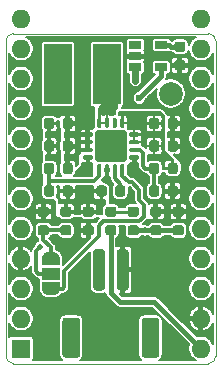
<source format=gbr>
%TF.GenerationSoftware,KiCad,Pcbnew,5.1.6+dfsg1-1~bpo10+1*%
%TF.CreationDate,2020-07-06T17:28:13+00:00*%
%TF.ProjectId,ProMicro_LIPO,50726f4d-6963-4726-9f5f-4c49504f2e6b,v1.6*%
%TF.SameCoordinates,Original*%
%TF.FileFunction,Copper,L1,Top*%
%TF.FilePolarity,Positive*%
%FSLAX45Y45*%
G04 Gerber Fmt 4.5, Leading zero omitted, Abs format (unit mm)*
G04 Created by KiCad (PCBNEW 5.1.6+dfsg1-1~bpo10+1) date 2020-07-06 17:28:13*
%MOMM*%
%LPD*%
G01*
G04 APERTURE LIST*
%TA.AperFunction,Profile*%
%ADD10C,0.100000*%
%TD*%
%TA.AperFunction,ComponentPad*%
%ADD11O,1.600000X1.600000*%
%TD*%
%TA.AperFunction,ComponentPad*%
%ADD12R,1.600000X1.600000*%
%TD*%
%TA.AperFunction,ComponentPad*%
%ADD13C,2.000000*%
%TD*%
%TA.AperFunction,SMDPad,CuDef*%
%ADD14R,2.350000X5.100000*%
%TD*%
%TA.AperFunction,ViaPad*%
%ADD15C,0.500000*%
%TD*%
%TA.AperFunction,SMDPad,CuDef*%
%ADD16R,1.060000X0.650000*%
%TD*%
%TA.AperFunction,SMDPad,CuDef*%
%ADD17R,1.500000X1.000000*%
%TD*%
%TA.AperFunction,SMDPad,CuDef*%
%ADD18C,0.150000*%
%TD*%
%TA.AperFunction,ViaPad*%
%ADD19C,0.450000*%
%TD*%
%TA.AperFunction,ViaPad*%
%ADD20C,0.600000*%
%TD*%
%TA.AperFunction,Conductor*%
%ADD21C,0.250000*%
%TD*%
%TA.AperFunction,Conductor*%
%ADD22C,0.400000*%
%TD*%
%TA.AperFunction,Conductor*%
%ADD23C,0.300000*%
%TD*%
%TA.AperFunction,Conductor*%
%ADD24C,0.600000*%
%TD*%
%TA.AperFunction,Conductor*%
%ADD25C,0.150000*%
%TD*%
%TA.AperFunction,Conductor*%
%ADD26C,0.200000*%
%TD*%
G04 APERTURE END LIST*
D10*
X-127000Y-63500D02*
X-127000Y2603500D01*
X1651000Y2603500D02*
X1651000Y-63500D01*
X1651000Y-63500D02*
G75*
G02*
X1587500Y-127000I-63500J0D01*
G01*
X-63500Y-127000D02*
G75*
G02*
X-127000Y-63500I0J63500D01*
G01*
X-127000Y2603500D02*
G75*
G02*
X-63500Y2667000I63500J0D01*
G01*
X1587500Y2667000D02*
G75*
G02*
X1651000Y2603500I0J-63500D01*
G01*
X1587500Y2667000D02*
X-63500Y2667000D01*
X-63500Y-127000D02*
X1587500Y-127000D01*
D11*
X1524000Y0D03*
X1524000Y254000D03*
X1524000Y508000D03*
X0Y2794000D03*
X1524000Y762000D03*
X0Y2540000D03*
X1524000Y1016000D03*
X0Y2286000D03*
X1524000Y1270000D03*
X0Y2032000D03*
X1524000Y1524000D03*
X0Y1778000D03*
X1524000Y1778000D03*
X0Y1524000D03*
X1524000Y2032000D03*
X0Y1270000D03*
X1524000Y2286000D03*
X0Y1016000D03*
X1524000Y2540000D03*
X0Y762000D03*
X1524000Y2794000D03*
X0Y508000D03*
X0Y254000D03*
D12*
X0Y0D03*
D13*
X1270000Y2159000D03*
D14*
X728200Y2324100D03*
X313200Y2324100D03*
%TA.AperFunction,SMDPad,CuDef*%
G36*
G01*
X282500Y1930625D02*
X282500Y1879375D01*
G75*
G02*
X260625Y1857500I-21875J0D01*
G01*
X216875Y1857500D01*
G75*
G02*
X195000Y1879375I0J21875D01*
G01*
X195000Y1930625D01*
G75*
G02*
X216875Y1952500I21875J0D01*
G01*
X260625Y1952500D01*
G75*
G02*
X282500Y1930625I0J-21875D01*
G01*
G37*
%TD.AperFunction*%
%TA.AperFunction,SMDPad,CuDef*%
G36*
G01*
X440000Y1930625D02*
X440000Y1879375D01*
G75*
G02*
X418125Y1857500I-21875J0D01*
G01*
X374375Y1857500D01*
G75*
G02*
X352500Y1879375I0J21875D01*
G01*
X352500Y1930625D01*
G75*
G02*
X374375Y1952500I21875J0D01*
G01*
X418125Y1952500D01*
G75*
G02*
X440000Y1930625I0J-21875D01*
G01*
G37*
%TD.AperFunction*%
%TA.AperFunction,SMDPad,CuDef*%
G36*
G01*
X1241500Y1879375D02*
X1241500Y1930625D01*
G75*
G02*
X1263375Y1952500I21875J0D01*
G01*
X1307125Y1952500D01*
G75*
G02*
X1329000Y1930625I0J-21875D01*
G01*
X1329000Y1879375D01*
G75*
G02*
X1307125Y1857500I-21875J0D01*
G01*
X1263375Y1857500D01*
G75*
G02*
X1241500Y1879375I0J21875D01*
G01*
G37*
%TD.AperFunction*%
%TA.AperFunction,SMDPad,CuDef*%
G36*
G01*
X1084000Y1879375D02*
X1084000Y1930625D01*
G75*
G02*
X1105875Y1952500I21875J0D01*
G01*
X1149625Y1952500D01*
G75*
G02*
X1171500Y1930625I0J-21875D01*
G01*
X1171500Y1879375D01*
G75*
G02*
X1149625Y1857500I-21875J0D01*
G01*
X1105875Y1857500D01*
G75*
G02*
X1084000Y1879375I0J21875D01*
G01*
G37*
%TD.AperFunction*%
%TA.AperFunction,SMDPad,CuDef*%
G36*
G01*
X1241500Y1688875D02*
X1241500Y1740125D01*
G75*
G02*
X1263375Y1762000I21875J0D01*
G01*
X1307125Y1762000D01*
G75*
G02*
X1329000Y1740125I0J-21875D01*
G01*
X1329000Y1688875D01*
G75*
G02*
X1307125Y1667000I-21875J0D01*
G01*
X1263375Y1667000D01*
G75*
G02*
X1241500Y1688875I0J21875D01*
G01*
G37*
%TD.AperFunction*%
%TA.AperFunction,SMDPad,CuDef*%
G36*
G01*
X1084000Y1688875D02*
X1084000Y1740125D01*
G75*
G02*
X1105875Y1762000I21875J0D01*
G01*
X1149625Y1762000D01*
G75*
G02*
X1171500Y1740125I0J-21875D01*
G01*
X1171500Y1688875D01*
G75*
G02*
X1149625Y1667000I-21875J0D01*
G01*
X1105875Y1667000D01*
G75*
G02*
X1084000Y1688875I0J21875D01*
G01*
G37*
%TD.AperFunction*%
%TA.AperFunction,SMDPad,CuDef*%
G36*
G01*
X545875Y1044500D02*
X597125Y1044500D01*
G75*
G02*
X619000Y1022625I0J-21875D01*
G01*
X619000Y978875D01*
G75*
G02*
X597125Y957000I-21875J0D01*
G01*
X545875Y957000D01*
G75*
G02*
X524000Y978875I0J21875D01*
G01*
X524000Y1022625D01*
G75*
G02*
X545875Y1044500I21875J0D01*
G01*
G37*
%TD.AperFunction*%
%TA.AperFunction,SMDPad,CuDef*%
G36*
G01*
X545875Y1202000D02*
X597125Y1202000D01*
G75*
G02*
X619000Y1180125I0J-21875D01*
G01*
X619000Y1136375D01*
G75*
G02*
X597125Y1114500I-21875J0D01*
G01*
X545875Y1114500D01*
G75*
G02*
X524000Y1136375I0J21875D01*
G01*
X524000Y1180125D01*
G75*
G02*
X545875Y1202000I21875J0D01*
G01*
G37*
%TD.AperFunction*%
%TA.AperFunction,SMDPad,CuDef*%
G36*
G01*
X282500Y1740125D02*
X282500Y1688875D01*
G75*
G02*
X260625Y1667000I-21875J0D01*
G01*
X216875Y1667000D01*
G75*
G02*
X195000Y1688875I0J21875D01*
G01*
X195000Y1740125D01*
G75*
G02*
X216875Y1762000I21875J0D01*
G01*
X260625Y1762000D01*
G75*
G02*
X282500Y1740125I0J-21875D01*
G01*
G37*
%TD.AperFunction*%
%TA.AperFunction,SMDPad,CuDef*%
G36*
G01*
X440000Y1740125D02*
X440000Y1688875D01*
G75*
G02*
X418125Y1667000I-21875J0D01*
G01*
X374375Y1667000D01*
G75*
G02*
X352500Y1688875I0J21875D01*
G01*
X352500Y1740125D01*
G75*
G02*
X374375Y1762000I21875J0D01*
G01*
X418125Y1762000D01*
G75*
G02*
X440000Y1740125I0J-21875D01*
G01*
G37*
%TD.AperFunction*%
%TA.AperFunction,SMDPad,CuDef*%
G36*
G01*
X1241500Y1307875D02*
X1241500Y1359125D01*
G75*
G02*
X1263375Y1381000I21875J0D01*
G01*
X1307125Y1381000D01*
G75*
G02*
X1329000Y1359125I0J-21875D01*
G01*
X1329000Y1307875D01*
G75*
G02*
X1307125Y1286000I-21875J0D01*
G01*
X1263375Y1286000D01*
G75*
G02*
X1241500Y1307875I0J21875D01*
G01*
G37*
%TD.AperFunction*%
%TA.AperFunction,SMDPad,CuDef*%
G36*
G01*
X1084000Y1307875D02*
X1084000Y1359125D01*
G75*
G02*
X1105875Y1381000I21875J0D01*
G01*
X1149625Y1381000D01*
G75*
G02*
X1171500Y1359125I0J-21875D01*
G01*
X1171500Y1307875D01*
G75*
G02*
X1149625Y1286000I-21875J0D01*
G01*
X1105875Y1286000D01*
G75*
G02*
X1084000Y1307875I0J21875D01*
G01*
G37*
%TD.AperFunction*%
%TA.AperFunction,SMDPad,CuDef*%
G36*
G01*
X1171500Y1549625D02*
X1171500Y1498375D01*
G75*
G02*
X1149625Y1476500I-21875J0D01*
G01*
X1105875Y1476500D01*
G75*
G02*
X1084000Y1498375I0J21875D01*
G01*
X1084000Y1549625D01*
G75*
G02*
X1105875Y1571500I21875J0D01*
G01*
X1149625Y1571500D01*
G75*
G02*
X1171500Y1549625I0J-21875D01*
G01*
G37*
%TD.AperFunction*%
%TA.AperFunction,SMDPad,CuDef*%
G36*
G01*
X1329000Y1549625D02*
X1329000Y1498375D01*
G75*
G02*
X1307125Y1476500I-21875J0D01*
G01*
X1263375Y1476500D01*
G75*
G02*
X1241500Y1498375I0J21875D01*
G01*
X1241500Y1549625D01*
G75*
G02*
X1263375Y1571500I21875J0D01*
G01*
X1307125Y1571500D01*
G75*
G02*
X1329000Y1549625I0J-21875D01*
G01*
G37*
%TD.AperFunction*%
%TA.AperFunction,SMDPad,CuDef*%
G36*
G01*
X352500Y1498375D02*
X352500Y1549625D01*
G75*
G02*
X374375Y1571500I21875J0D01*
G01*
X418125Y1571500D01*
G75*
G02*
X440000Y1549625I0J-21875D01*
G01*
X440000Y1498375D01*
G75*
G02*
X418125Y1476500I-21875J0D01*
G01*
X374375Y1476500D01*
G75*
G02*
X352500Y1498375I0J21875D01*
G01*
G37*
%TD.AperFunction*%
%TA.AperFunction,SMDPad,CuDef*%
G36*
G01*
X195000Y1498375D02*
X195000Y1549625D01*
G75*
G02*
X216875Y1571500I21875J0D01*
G01*
X260625Y1571500D01*
G75*
G02*
X282500Y1549625I0J-21875D01*
G01*
X282500Y1498375D01*
G75*
G02*
X260625Y1476500I-21875J0D01*
G01*
X216875Y1476500D01*
G75*
G02*
X195000Y1498375I0J21875D01*
G01*
G37*
%TD.AperFunction*%
%TA.AperFunction,SMDPad,CuDef*%
G36*
G01*
X282500Y1359125D02*
X282500Y1307875D01*
G75*
G02*
X260625Y1286000I-21875J0D01*
G01*
X216875Y1286000D01*
G75*
G02*
X195000Y1307875I0J21875D01*
G01*
X195000Y1359125D01*
G75*
G02*
X216875Y1381000I21875J0D01*
G01*
X260625Y1381000D01*
G75*
G02*
X282500Y1359125I0J-21875D01*
G01*
G37*
%TD.AperFunction*%
%TA.AperFunction,SMDPad,CuDef*%
G36*
G01*
X440000Y1359125D02*
X440000Y1307875D01*
G75*
G02*
X418125Y1286000I-21875J0D01*
G01*
X374375Y1286000D01*
G75*
G02*
X352500Y1307875I0J21875D01*
G01*
X352500Y1359125D01*
G75*
G02*
X374375Y1381000I21875J0D01*
G01*
X418125Y1381000D01*
G75*
G02*
X440000Y1359125I0J-21875D01*
G01*
G37*
%TD.AperFunction*%
%TA.AperFunction,SMDPad,CuDef*%
G36*
G01*
X727000Y1359125D02*
X727000Y1307875D01*
G75*
G02*
X705125Y1286000I-21875J0D01*
G01*
X661375Y1286000D01*
G75*
G02*
X639500Y1307875I0J21875D01*
G01*
X639500Y1359125D01*
G75*
G02*
X661375Y1381000I21875J0D01*
G01*
X705125Y1381000D01*
G75*
G02*
X727000Y1359125I0J-21875D01*
G01*
G37*
%TD.AperFunction*%
%TA.AperFunction,SMDPad,CuDef*%
G36*
G01*
X884500Y1359125D02*
X884500Y1307875D01*
G75*
G02*
X862625Y1286000I-21875J0D01*
G01*
X818875Y1286000D01*
G75*
G02*
X797000Y1307875I0J21875D01*
G01*
X797000Y1359125D01*
G75*
G02*
X818875Y1381000I21875J0D01*
G01*
X862625Y1381000D01*
G75*
G02*
X884500Y1359125I0J-21875D01*
G01*
G37*
%TD.AperFunction*%
%TA.AperFunction,SMDPad,CuDef*%
G36*
G01*
X1371825Y2511500D02*
X1320575Y2511500D01*
G75*
G02*
X1298700Y2533375I0J21875D01*
G01*
X1298700Y2577125D01*
G75*
G02*
X1320575Y2599000I21875J0D01*
G01*
X1371825Y2599000D01*
G75*
G02*
X1393700Y2577125I0J-21875D01*
G01*
X1393700Y2533375D01*
G75*
G02*
X1371825Y2511500I-21875J0D01*
G01*
G37*
%TD.AperFunction*%
%TA.AperFunction,SMDPad,CuDef*%
G36*
G01*
X1371825Y2354000D02*
X1320575Y2354000D01*
G75*
G02*
X1298700Y2375875I0J21875D01*
G01*
X1298700Y2419625D01*
G75*
G02*
X1320575Y2441500I21875J0D01*
G01*
X1371825Y2441500D01*
G75*
G02*
X1393700Y2419625I0J-21875D01*
G01*
X1393700Y2375875D01*
G75*
G02*
X1371825Y2354000I-21875J0D01*
G01*
G37*
%TD.AperFunction*%
%TA.AperFunction,SMDPad,CuDef*%
G36*
G01*
X925750Y1829500D02*
X990750Y1829500D01*
G75*
G02*
X999500Y1820750I0J-8750D01*
G01*
X999500Y1803250D01*
G75*
G02*
X990750Y1794500I-8750J0D01*
G01*
X925750Y1794500D01*
G75*
G02*
X917000Y1803250I0J8750D01*
G01*
X917000Y1820750D01*
G75*
G02*
X925750Y1829500I8750J0D01*
G01*
G37*
%TD.AperFunction*%
%TA.AperFunction,SMDPad,CuDef*%
G36*
G01*
X925750Y1764500D02*
X990750Y1764500D01*
G75*
G02*
X999500Y1755750I0J-8750D01*
G01*
X999500Y1738250D01*
G75*
G02*
X990750Y1729500I-8750J0D01*
G01*
X925750Y1729500D01*
G75*
G02*
X917000Y1738250I0J8750D01*
G01*
X917000Y1755750D01*
G75*
G02*
X925750Y1764500I8750J0D01*
G01*
G37*
%TD.AperFunction*%
%TA.AperFunction,SMDPad,CuDef*%
G36*
G01*
X925750Y1699500D02*
X990750Y1699500D01*
G75*
G02*
X999500Y1690750I0J-8750D01*
G01*
X999500Y1673250D01*
G75*
G02*
X990750Y1664500I-8750J0D01*
G01*
X925750Y1664500D01*
G75*
G02*
X917000Y1673250I0J8750D01*
G01*
X917000Y1690750D01*
G75*
G02*
X925750Y1699500I8750J0D01*
G01*
G37*
%TD.AperFunction*%
%TA.AperFunction,SMDPad,CuDef*%
G36*
G01*
X925750Y1634500D02*
X990750Y1634500D01*
G75*
G02*
X999500Y1625750I0J-8750D01*
G01*
X999500Y1608250D01*
G75*
G02*
X990750Y1599500I-8750J0D01*
G01*
X925750Y1599500D01*
G75*
G02*
X917000Y1608250I0J8750D01*
G01*
X917000Y1625750D01*
G75*
G02*
X925750Y1634500I8750J0D01*
G01*
G37*
%TD.AperFunction*%
%TA.AperFunction,SMDPad,CuDef*%
G36*
G01*
X850750Y1559500D02*
X868250Y1559500D01*
G75*
G02*
X877000Y1550750I0J-8750D01*
G01*
X877000Y1485750D01*
G75*
G02*
X868250Y1477000I-8750J0D01*
G01*
X850750Y1477000D01*
G75*
G02*
X842000Y1485750I0J8750D01*
G01*
X842000Y1550750D01*
G75*
G02*
X850750Y1559500I8750J0D01*
G01*
G37*
%TD.AperFunction*%
%TA.AperFunction,SMDPad,CuDef*%
G36*
G01*
X785750Y1559500D02*
X803250Y1559500D01*
G75*
G02*
X812000Y1550750I0J-8750D01*
G01*
X812000Y1485750D01*
G75*
G02*
X803250Y1477000I-8750J0D01*
G01*
X785750Y1477000D01*
G75*
G02*
X777000Y1485750I0J8750D01*
G01*
X777000Y1550750D01*
G75*
G02*
X785750Y1559500I8750J0D01*
G01*
G37*
%TD.AperFunction*%
%TA.AperFunction,SMDPad,CuDef*%
G36*
G01*
X720750Y1559500D02*
X738250Y1559500D01*
G75*
G02*
X747000Y1550750I0J-8750D01*
G01*
X747000Y1485750D01*
G75*
G02*
X738250Y1477000I-8750J0D01*
G01*
X720750Y1477000D01*
G75*
G02*
X712000Y1485750I0J8750D01*
G01*
X712000Y1550750D01*
G75*
G02*
X720750Y1559500I8750J0D01*
G01*
G37*
%TD.AperFunction*%
%TA.AperFunction,SMDPad,CuDef*%
G36*
G01*
X655750Y1559500D02*
X673250Y1559500D01*
G75*
G02*
X682000Y1550750I0J-8750D01*
G01*
X682000Y1485750D01*
G75*
G02*
X673250Y1477000I-8750J0D01*
G01*
X655750Y1477000D01*
G75*
G02*
X647000Y1485750I0J8750D01*
G01*
X647000Y1550750D01*
G75*
G02*
X655750Y1559500I8750J0D01*
G01*
G37*
%TD.AperFunction*%
%TA.AperFunction,SMDPad,CuDef*%
G36*
G01*
X533250Y1634500D02*
X598250Y1634500D01*
G75*
G02*
X607000Y1625750I0J-8750D01*
G01*
X607000Y1608250D01*
G75*
G02*
X598250Y1599500I-8750J0D01*
G01*
X533250Y1599500D01*
G75*
G02*
X524500Y1608250I0J8750D01*
G01*
X524500Y1625750D01*
G75*
G02*
X533250Y1634500I8750J0D01*
G01*
G37*
%TD.AperFunction*%
%TA.AperFunction,SMDPad,CuDef*%
G36*
G01*
X533250Y1699500D02*
X598250Y1699500D01*
G75*
G02*
X607000Y1690750I0J-8750D01*
G01*
X607000Y1673250D01*
G75*
G02*
X598250Y1664500I-8750J0D01*
G01*
X533250Y1664500D01*
G75*
G02*
X524500Y1673250I0J8750D01*
G01*
X524500Y1690750D01*
G75*
G02*
X533250Y1699500I8750J0D01*
G01*
G37*
%TD.AperFunction*%
%TA.AperFunction,SMDPad,CuDef*%
G36*
G01*
X533250Y1764500D02*
X598250Y1764500D01*
G75*
G02*
X607000Y1755750I0J-8750D01*
G01*
X607000Y1738250D01*
G75*
G02*
X598250Y1729500I-8750J0D01*
G01*
X533250Y1729500D01*
G75*
G02*
X524500Y1738250I0J8750D01*
G01*
X524500Y1755750D01*
G75*
G02*
X533250Y1764500I8750J0D01*
G01*
G37*
%TD.AperFunction*%
%TA.AperFunction,SMDPad,CuDef*%
G36*
G01*
X533250Y1829500D02*
X598250Y1829500D01*
G75*
G02*
X607000Y1820750I0J-8750D01*
G01*
X607000Y1803250D01*
G75*
G02*
X598250Y1794500I-8750J0D01*
G01*
X533250Y1794500D01*
G75*
G02*
X524500Y1803250I0J8750D01*
G01*
X524500Y1820750D01*
G75*
G02*
X533250Y1829500I8750J0D01*
G01*
G37*
%TD.AperFunction*%
%TA.AperFunction,SMDPad,CuDef*%
G36*
G01*
X655750Y1952000D02*
X673250Y1952000D01*
G75*
G02*
X682000Y1943250I0J-8750D01*
G01*
X682000Y1878250D01*
G75*
G02*
X673250Y1869500I-8750J0D01*
G01*
X655750Y1869500D01*
G75*
G02*
X647000Y1878250I0J8750D01*
G01*
X647000Y1943250D01*
G75*
G02*
X655750Y1952000I8750J0D01*
G01*
G37*
%TD.AperFunction*%
%TA.AperFunction,SMDPad,CuDef*%
G36*
G01*
X720750Y1952000D02*
X738250Y1952000D01*
G75*
G02*
X747000Y1943250I0J-8750D01*
G01*
X747000Y1878250D01*
G75*
G02*
X738250Y1869500I-8750J0D01*
G01*
X720750Y1869500D01*
G75*
G02*
X712000Y1878250I0J8750D01*
G01*
X712000Y1943250D01*
G75*
G02*
X720750Y1952000I8750J0D01*
G01*
G37*
%TD.AperFunction*%
%TA.AperFunction,SMDPad,CuDef*%
G36*
G01*
X785750Y1952000D02*
X803250Y1952000D01*
G75*
G02*
X812000Y1943250I0J-8750D01*
G01*
X812000Y1878250D01*
G75*
G02*
X803250Y1869500I-8750J0D01*
G01*
X785750Y1869500D01*
G75*
G02*
X777000Y1878250I0J8750D01*
G01*
X777000Y1943250D01*
G75*
G02*
X785750Y1952000I8750J0D01*
G01*
G37*
%TD.AperFunction*%
%TA.AperFunction,SMDPad,CuDef*%
G36*
G01*
X850750Y1952000D02*
X868250Y1952000D01*
G75*
G02*
X877000Y1943250I0J-8750D01*
G01*
X877000Y1878250D01*
G75*
G02*
X868250Y1869500I-8750J0D01*
G01*
X850750Y1869500D01*
G75*
G02*
X842000Y1878250I0J8750D01*
G01*
X842000Y1943250D01*
G75*
G02*
X850750Y1952000I8750J0D01*
G01*
G37*
%TD.AperFunction*%
D15*
X652000Y1604500D03*
X652000Y1714500D03*
X652000Y1824500D03*
X762000Y1604500D03*
X762000Y1714500D03*
X762000Y1824500D03*
X872000Y1604500D03*
X872000Y1714500D03*
X872000Y1824500D03*
%TA.AperFunction,SMDPad,CuDef*%
G36*
G01*
X652000Y1849500D02*
X872000Y1849500D01*
G75*
G02*
X897000Y1824500I0J-25000D01*
G01*
X897000Y1604500D01*
G75*
G02*
X872000Y1579500I-25000J0D01*
G01*
X652000Y1579500D01*
G75*
G02*
X627000Y1604500I0J25000D01*
G01*
X627000Y1824500D01*
G75*
G02*
X652000Y1849500I25000J0D01*
G01*
G37*
%TD.AperFunction*%
D16*
X1189500Y2571500D03*
X1189500Y2381500D03*
X969500Y2381500D03*
X969500Y2476500D03*
X969500Y2571500D03*
D17*
X254000Y635000D03*
%TA.AperFunction,SMDPad,CuDef*%
D18*
G36*
X328940Y505000D02*
G01*
X328940Y502547D01*
X328459Y497663D01*
X327502Y492851D01*
X326077Y488155D01*
X324200Y483622D01*
X321886Y479295D01*
X319160Y475215D01*
X316048Y471422D01*
X312578Y467952D01*
X308785Y464840D01*
X304705Y462114D01*
X300378Y459800D01*
X295845Y457923D01*
X291149Y456498D01*
X286337Y455541D01*
X281453Y455060D01*
X279000Y455060D01*
X279000Y455000D01*
X229000Y455000D01*
X229000Y455060D01*
X226547Y455060D01*
X221663Y455541D01*
X216851Y456498D01*
X212155Y457923D01*
X207622Y459800D01*
X203295Y462114D01*
X199215Y464840D01*
X195422Y467952D01*
X191952Y471422D01*
X188840Y475215D01*
X186114Y479295D01*
X183800Y483622D01*
X181923Y488155D01*
X180498Y492851D01*
X179541Y497663D01*
X179060Y502547D01*
X179060Y505000D01*
X179000Y505000D01*
X179000Y560000D01*
X329000Y560000D01*
X329000Y505000D01*
X328940Y505000D01*
G37*
%TD.AperFunction*%
%TA.AperFunction,SMDPad,CuDef*%
G36*
X179000Y710000D02*
G01*
X179000Y765000D01*
X179060Y765000D01*
X179060Y767453D01*
X179541Y772336D01*
X180498Y777149D01*
X181923Y781844D01*
X183800Y786378D01*
X186114Y790705D01*
X188840Y794785D01*
X191952Y798578D01*
X195422Y802048D01*
X199215Y805160D01*
X203295Y807886D01*
X207622Y810199D01*
X212155Y812077D01*
X216851Y813502D01*
X221663Y814459D01*
X226547Y814940D01*
X229000Y814940D01*
X229000Y815000D01*
X279000Y815000D01*
X279000Y814940D01*
X281453Y814940D01*
X286337Y814459D01*
X291149Y813502D01*
X295845Y812077D01*
X300378Y810199D01*
X304705Y807886D01*
X308785Y805160D01*
X312578Y802048D01*
X316048Y798578D01*
X319160Y794785D01*
X321886Y790705D01*
X324200Y786378D01*
X326077Y781844D01*
X327502Y777149D01*
X328459Y772336D01*
X328940Y767453D01*
X328940Y765000D01*
X329000Y765000D01*
X329000Y710000D01*
X179000Y710000D01*
G37*
%TD.AperFunction*%
%TA.AperFunction,SMDPad,CuDef*%
G36*
G01*
X1022000Y-54000D02*
X1022000Y236000D01*
G75*
G02*
X1047000Y261000I25000J0D01*
G01*
X1147000Y261000D01*
G75*
G02*
X1172000Y236000I0J-25000D01*
G01*
X1172000Y-54000D01*
G75*
G02*
X1147000Y-79000I-25000J0D01*
G01*
X1047000Y-79000D01*
G75*
G02*
X1022000Y-54000I0J25000D01*
G01*
G37*
%TD.AperFunction*%
%TA.AperFunction,SMDPad,CuDef*%
G36*
G01*
X352000Y-54000D02*
X352000Y236000D01*
G75*
G02*
X377000Y261000I25000J0D01*
G01*
X477000Y261000D01*
G75*
G02*
X502000Y236000I0J-25000D01*
G01*
X502000Y-54000D01*
G75*
G02*
X477000Y-79000I-25000J0D01*
G01*
X377000Y-79000D01*
G75*
G02*
X352000Y-54000I0J25000D01*
G01*
G37*
%TD.AperFunction*%
%TA.AperFunction,SMDPad,CuDef*%
G36*
G01*
X812000Y516000D02*
X812000Y816000D01*
G75*
G02*
X837000Y841000I25000J0D01*
G01*
X887000Y841000D01*
G75*
G02*
X912000Y816000I0J-25000D01*
G01*
X912000Y516000D01*
G75*
G02*
X887000Y491000I-25000J0D01*
G01*
X837000Y491000D01*
G75*
G02*
X812000Y516000I0J25000D01*
G01*
G37*
%TD.AperFunction*%
%TA.AperFunction,SMDPad,CuDef*%
G36*
G01*
X612000Y516000D02*
X612000Y816000D01*
G75*
G02*
X637000Y841000I25000J0D01*
G01*
X687000Y841000D01*
G75*
G02*
X712000Y816000I0J-25000D01*
G01*
X712000Y516000D01*
G75*
G02*
X687000Y491000I-25000J0D01*
G01*
X637000Y491000D01*
G75*
G02*
X612000Y516000I0J25000D01*
G01*
G37*
%TD.AperFunction*%
%TA.AperFunction,SMDPad,CuDef*%
G36*
G01*
X216125Y1114500D02*
X164875Y1114500D01*
G75*
G02*
X143000Y1136375I0J21875D01*
G01*
X143000Y1180125D01*
G75*
G02*
X164875Y1202000I21875J0D01*
G01*
X216125Y1202000D01*
G75*
G02*
X238000Y1180125I0J-21875D01*
G01*
X238000Y1136375D01*
G75*
G02*
X216125Y1114500I-21875J0D01*
G01*
G37*
%TD.AperFunction*%
%TA.AperFunction,SMDPad,CuDef*%
G36*
G01*
X216125Y957000D02*
X164875Y957000D01*
G75*
G02*
X143000Y978875I0J21875D01*
G01*
X143000Y1022625D01*
G75*
G02*
X164875Y1044500I21875J0D01*
G01*
X216125Y1044500D01*
G75*
G02*
X238000Y1022625I0J-21875D01*
G01*
X238000Y978875D01*
G75*
G02*
X216125Y957000I-21875J0D01*
G01*
G37*
%TD.AperFunction*%
%TA.AperFunction,SMDPad,CuDef*%
G36*
G01*
X355375Y1044500D02*
X406625Y1044500D01*
G75*
G02*
X428500Y1022625I0J-21875D01*
G01*
X428500Y978875D01*
G75*
G02*
X406625Y957000I-21875J0D01*
G01*
X355375Y957000D01*
G75*
G02*
X333500Y978875I0J21875D01*
G01*
X333500Y1022625D01*
G75*
G02*
X355375Y1044500I21875J0D01*
G01*
G37*
%TD.AperFunction*%
%TA.AperFunction,SMDPad,CuDef*%
G36*
G01*
X355375Y1202000D02*
X406625Y1202000D01*
G75*
G02*
X428500Y1180125I0J-21875D01*
G01*
X428500Y1136375D01*
G75*
G02*
X406625Y1114500I-21875J0D01*
G01*
X355375Y1114500D01*
G75*
G02*
X333500Y1136375I0J21875D01*
G01*
X333500Y1180125D01*
G75*
G02*
X355375Y1202000I21875J0D01*
G01*
G37*
%TD.AperFunction*%
%TA.AperFunction,SMDPad,CuDef*%
G36*
G01*
X1168625Y1114500D02*
X1117375Y1114500D01*
G75*
G02*
X1095500Y1136375I0J21875D01*
G01*
X1095500Y1180125D01*
G75*
G02*
X1117375Y1202000I21875J0D01*
G01*
X1168625Y1202000D01*
G75*
G02*
X1190500Y1180125I0J-21875D01*
G01*
X1190500Y1136375D01*
G75*
G02*
X1168625Y1114500I-21875J0D01*
G01*
G37*
%TD.AperFunction*%
%TA.AperFunction,SMDPad,CuDef*%
G36*
G01*
X1168625Y957000D02*
X1117375Y957000D01*
G75*
G02*
X1095500Y978875I0J21875D01*
G01*
X1095500Y1022625D01*
G75*
G02*
X1117375Y1044500I21875J0D01*
G01*
X1168625Y1044500D01*
G75*
G02*
X1190500Y1022625I0J-21875D01*
G01*
X1190500Y978875D01*
G75*
G02*
X1168625Y957000I-21875J0D01*
G01*
G37*
%TD.AperFunction*%
%TA.AperFunction,SMDPad,CuDef*%
G36*
G01*
X787625Y1114500D02*
X736375Y1114500D01*
G75*
G02*
X714500Y1136375I0J21875D01*
G01*
X714500Y1180125D01*
G75*
G02*
X736375Y1202000I21875J0D01*
G01*
X787625Y1202000D01*
G75*
G02*
X809500Y1180125I0J-21875D01*
G01*
X809500Y1136375D01*
G75*
G02*
X787625Y1114500I-21875J0D01*
G01*
G37*
%TD.AperFunction*%
%TA.AperFunction,SMDPad,CuDef*%
G36*
G01*
X787625Y957000D02*
X736375Y957000D01*
G75*
G02*
X714500Y978875I0J21875D01*
G01*
X714500Y1022625D01*
G75*
G02*
X736375Y1044500I21875J0D01*
G01*
X787625Y1044500D01*
G75*
G02*
X809500Y1022625I0J-21875D01*
G01*
X809500Y978875D01*
G75*
G02*
X787625Y957000I-21875J0D01*
G01*
G37*
%TD.AperFunction*%
%TA.AperFunction,SMDPad,CuDef*%
G36*
G01*
X978125Y1114500D02*
X926875Y1114500D01*
G75*
G02*
X905000Y1136375I0J21875D01*
G01*
X905000Y1180125D01*
G75*
G02*
X926875Y1202000I21875J0D01*
G01*
X978125Y1202000D01*
G75*
G02*
X1000000Y1180125I0J-21875D01*
G01*
X1000000Y1136375D01*
G75*
G02*
X978125Y1114500I-21875J0D01*
G01*
G37*
%TD.AperFunction*%
%TA.AperFunction,SMDPad,CuDef*%
G36*
G01*
X978125Y957000D02*
X926875Y957000D01*
G75*
G02*
X905000Y978875I0J21875D01*
G01*
X905000Y1022625D01*
G75*
G02*
X926875Y1044500I21875J0D01*
G01*
X978125Y1044500D01*
G75*
G02*
X1000000Y1022625I0J-21875D01*
G01*
X1000000Y978875D01*
G75*
G02*
X978125Y957000I-21875J0D01*
G01*
G37*
%TD.AperFunction*%
%TA.AperFunction,SMDPad,CuDef*%
G36*
G01*
X1307875Y1044500D02*
X1359125Y1044500D01*
G75*
G02*
X1381000Y1022625I0J-21875D01*
G01*
X1381000Y978875D01*
G75*
G02*
X1359125Y957000I-21875J0D01*
G01*
X1307875Y957000D01*
G75*
G02*
X1286000Y978875I0J21875D01*
G01*
X1286000Y1022625D01*
G75*
G02*
X1307875Y1044500I21875J0D01*
G01*
G37*
%TD.AperFunction*%
%TA.AperFunction,SMDPad,CuDef*%
G36*
G01*
X1307875Y1202000D02*
X1359125Y1202000D01*
G75*
G02*
X1381000Y1180125I0J-21875D01*
G01*
X1381000Y1136375D01*
G75*
G02*
X1359125Y1114500I-21875J0D01*
G01*
X1307875Y1114500D01*
G75*
G02*
X1286000Y1136375I0J21875D01*
G01*
X1286000Y1180125D01*
G75*
G02*
X1307875Y1202000I21875J0D01*
G01*
G37*
%TD.AperFunction*%
D15*
X444500Y635000D03*
X406400Y838200D03*
X292100Y914400D03*
X88900Y2159000D03*
D19*
X774700Y1250950D03*
D15*
X546100Y736600D03*
X285750Y1079500D03*
X1238250Y1073150D03*
X889000Y0D03*
X698500Y0D03*
X698500Y254000D03*
X1270000Y0D03*
X254000Y254000D03*
X254000Y0D03*
X939800Y1536700D03*
X1206500Y1435100D03*
X1041400Y508000D03*
X1041400Y762000D03*
X571500Y1905000D03*
X571500Y2006600D03*
X139700Y2413000D03*
X1422400Y1905000D03*
X1422400Y1651000D03*
X88900Y1651000D03*
X88900Y1905000D03*
X889000Y254000D03*
X939800Y1308100D03*
X1447800Y1143000D03*
X1244600Y508000D03*
X1244600Y762000D03*
X520700Y2413000D03*
X520700Y2540000D03*
X520700Y2286000D03*
X1422400Y1397000D03*
X977900Y1473200D03*
X914400Y2070100D03*
X1079500Y2476500D03*
X1206500Y2476500D03*
X1447800Y2159000D03*
X1460500Y2413000D03*
X914400Y2184400D03*
X1117600Y2070100D03*
X164123Y862623D03*
D20*
X1123950Y1809750D03*
X1206500Y1619250D03*
D15*
X1047750Y1000750D03*
D20*
X1003300Y2120900D03*
D15*
X660400Y685800D03*
X241300Y2133600D03*
X317500Y2133600D03*
X569987Y1484387D03*
X476250Y1155700D03*
X241300Y1809750D03*
X495300Y1485900D03*
X234950Y1619250D03*
X495300Y1333500D03*
X571500Y1333500D03*
X393700Y2133600D03*
X661416Y787400D03*
X661924Y584200D03*
X969500Y2269000D03*
D21*
X762000Y1158250D02*
X765320Y1154930D01*
X949180Y1154930D02*
X952500Y1158250D01*
X765320Y1154930D02*
X949180Y1154930D01*
D22*
X1346200Y2555250D02*
X1267450Y2555250D01*
X1189500Y2571500D02*
X1251200Y2571500D01*
X1251200Y2571500D02*
X1267450Y2555250D01*
D23*
X664500Y1464600D02*
X619750Y1419850D01*
X664500Y1518250D02*
X664500Y1464600D01*
X238750Y1419850D02*
X619750Y1419850D01*
X238750Y1419850D02*
X238750Y1524000D01*
X238750Y1333500D02*
X238750Y1419850D01*
D22*
X1333500Y190500D02*
X1524000Y0D01*
X1130300Y393700D02*
X1333500Y190500D01*
X838200Y393700D02*
X1130300Y393700D01*
X762000Y469900D02*
X838200Y393700D01*
X762000Y1000750D02*
X762000Y469900D01*
D23*
X254000Y635000D02*
X149000Y635000D01*
X149000Y635000D02*
X127400Y656600D01*
X127400Y656600D02*
X127400Y825900D01*
X139123Y837623D02*
X164123Y862623D01*
X127400Y825900D02*
X139123Y837623D01*
X1054100Y1524000D02*
X1035050Y1543050D01*
X1010400Y1682000D02*
X958250Y1682000D01*
X1035050Y1657350D02*
X1010400Y1682000D01*
X1035050Y1543050D02*
X1035050Y1657350D01*
X1127750Y1524000D02*
X1054100Y1524000D01*
X1127750Y1524000D02*
X1127750Y1333500D01*
X190500Y1000750D02*
X333500Y1000750D01*
X254000Y825000D02*
X254000Y765000D01*
X254000Y857600D02*
X254000Y825000D01*
X190500Y1000750D02*
X190500Y921100D01*
X190500Y921100D02*
X254000Y857600D01*
D22*
X1143000Y1000750D02*
X1051550Y1000750D01*
X952500Y1000750D02*
X1043950Y1000750D01*
X1143000Y1000750D02*
X1229350Y1000750D01*
X1333500Y1000750D02*
X1242050Y1000750D01*
X1242050Y1000750D02*
X1229350Y1000750D01*
X1051550Y1000750D02*
X1043950Y1000750D01*
X1189500Y2307100D02*
X1033300Y2150900D01*
X1189500Y2381500D02*
X1189500Y2307100D01*
X1033300Y2150900D02*
X1003300Y2120900D01*
D24*
X969500Y2381500D02*
X969500Y2269000D01*
D23*
X352600Y505000D02*
X254000Y505000D01*
X859500Y1518250D02*
X859500Y1464600D01*
X1041400Y1219200D02*
X1041400Y1117600D01*
X914400Y1409700D02*
X939800Y1409700D01*
X368300Y660400D02*
X368300Y520700D01*
X939800Y1409700D02*
X1003300Y1346200D01*
X1003300Y1257300D02*
X1041400Y1219200D01*
X1003300Y1346200D02*
X1003300Y1257300D01*
X368300Y520700D02*
X352600Y505000D01*
X859500Y1464600D02*
X914400Y1409700D01*
X1041400Y1117600D02*
X1003300Y1079500D01*
X1003300Y1079500D02*
X698500Y1079500D01*
X698500Y1079500D02*
X660400Y1041400D01*
X660400Y1041400D02*
X660400Y952500D01*
X660400Y952500D02*
X368300Y660400D01*
X840750Y1394450D02*
X840750Y1333500D01*
X794500Y1440700D02*
X840750Y1394450D01*
X794500Y1518250D02*
X794500Y1440700D01*
D25*
G36*
X1473080Y2635265D02*
G01*
X1455473Y2623501D01*
X1440499Y2608527D01*
X1428735Y2590920D01*
X1421333Y2573051D01*
X1421333Y2577125D01*
X1420382Y2586784D01*
X1417564Y2596071D01*
X1412989Y2604630D01*
X1406832Y2612132D01*
X1399330Y2618289D01*
X1390771Y2622864D01*
X1381484Y2625682D01*
X1371825Y2626633D01*
X1320575Y2626633D01*
X1310917Y2625682D01*
X1301629Y2622864D01*
X1293070Y2618289D01*
X1285568Y2612132D01*
X1281944Y2607717D01*
X1277717Y2611186D01*
X1269465Y2615597D01*
X1267100Y2616314D01*
X1265476Y2619352D01*
X1262040Y2623540D01*
X1257852Y2626976D01*
X1253075Y2629530D01*
X1247891Y2631102D01*
X1242500Y2631633D01*
X1136500Y2631633D01*
X1131109Y2631102D01*
X1125925Y2629530D01*
X1121148Y2626976D01*
X1116961Y2623540D01*
X1113524Y2619352D01*
X1110970Y2614575D01*
X1109398Y2609391D01*
X1108867Y2604000D01*
X1108867Y2539000D01*
X1109398Y2533609D01*
X1110970Y2528425D01*
X1113524Y2523648D01*
X1116961Y2519461D01*
X1121148Y2516024D01*
X1125925Y2513470D01*
X1131109Y2511898D01*
X1136500Y2511367D01*
X1242500Y2511367D01*
X1247807Y2511890D01*
X1249185Y2511153D01*
X1256283Y2509000D01*
X1258138Y2508437D01*
X1267450Y2507520D01*
X1269783Y2507750D01*
X1278406Y2507750D01*
X1279411Y2505870D01*
X1285568Y2498368D01*
X1293070Y2492211D01*
X1301629Y2487636D01*
X1310917Y2484818D01*
X1320575Y2483867D01*
X1371825Y2483867D01*
X1381484Y2484818D01*
X1390771Y2487636D01*
X1399330Y2492211D01*
X1406832Y2498368D01*
X1412989Y2505870D01*
X1417564Y2514429D01*
X1418722Y2518244D01*
X1420631Y2508643D01*
X1428735Y2489080D01*
X1440499Y2471473D01*
X1455473Y2456499D01*
X1473080Y2444735D01*
X1492643Y2436631D01*
X1513412Y2432500D01*
X1534588Y2432500D01*
X1555357Y2436631D01*
X1574920Y2444735D01*
X1592527Y2456499D01*
X1607501Y2471473D01*
X1619265Y2489080D01*
X1623500Y2499303D01*
X1623500Y2326697D01*
X1619265Y2336920D01*
X1607501Y2354527D01*
X1592527Y2369501D01*
X1574920Y2381265D01*
X1555357Y2389369D01*
X1534588Y2393500D01*
X1513412Y2393500D01*
X1492643Y2389369D01*
X1473080Y2381265D01*
X1455473Y2369501D01*
X1440499Y2354527D01*
X1428735Y2336920D01*
X1420631Y2317357D01*
X1416500Y2296588D01*
X1416500Y2275412D01*
X1420631Y2254643D01*
X1428735Y2235080D01*
X1440499Y2217473D01*
X1455473Y2202499D01*
X1473080Y2190735D01*
X1492643Y2182631D01*
X1513412Y2178500D01*
X1534588Y2178500D01*
X1555357Y2182631D01*
X1574920Y2190735D01*
X1592527Y2202499D01*
X1607501Y2217473D01*
X1619265Y2235080D01*
X1623500Y2245303D01*
X1623500Y2072697D01*
X1619265Y2082920D01*
X1607501Y2100527D01*
X1592527Y2115501D01*
X1574920Y2127265D01*
X1555357Y2135369D01*
X1534588Y2139500D01*
X1513412Y2139500D01*
X1492643Y2135369D01*
X1473080Y2127265D01*
X1455473Y2115501D01*
X1440499Y2100527D01*
X1428735Y2082920D01*
X1420631Y2063357D01*
X1416500Y2042588D01*
X1416500Y2021412D01*
X1420631Y2000643D01*
X1428735Y1981080D01*
X1440499Y1963473D01*
X1455473Y1948499D01*
X1473080Y1936735D01*
X1492643Y1928631D01*
X1513412Y1924500D01*
X1534588Y1924500D01*
X1555357Y1928631D01*
X1574920Y1936735D01*
X1592527Y1948499D01*
X1607501Y1963473D01*
X1619265Y1981080D01*
X1623500Y1991303D01*
X1623500Y1818697D01*
X1619265Y1828920D01*
X1607501Y1846527D01*
X1592527Y1861501D01*
X1574920Y1873265D01*
X1555357Y1881369D01*
X1534588Y1885500D01*
X1513412Y1885500D01*
X1492643Y1881369D01*
X1473080Y1873265D01*
X1455473Y1861501D01*
X1440499Y1846527D01*
X1428735Y1828920D01*
X1420631Y1809357D01*
X1416500Y1788588D01*
X1416500Y1767412D01*
X1420631Y1746643D01*
X1428735Y1727080D01*
X1440499Y1709473D01*
X1455473Y1694499D01*
X1473080Y1682735D01*
X1492643Y1674631D01*
X1513412Y1670500D01*
X1534588Y1670500D01*
X1555357Y1674631D01*
X1574920Y1682735D01*
X1592527Y1694499D01*
X1607501Y1709473D01*
X1619265Y1727080D01*
X1623500Y1737303D01*
X1623500Y1564697D01*
X1619265Y1574920D01*
X1607501Y1592527D01*
X1592527Y1607501D01*
X1574920Y1619265D01*
X1555357Y1627369D01*
X1534588Y1631500D01*
X1513412Y1631500D01*
X1492643Y1627369D01*
X1473080Y1619265D01*
X1455473Y1607501D01*
X1440499Y1592527D01*
X1428735Y1574920D01*
X1420631Y1555357D01*
X1416500Y1534588D01*
X1416500Y1513412D01*
X1420631Y1492643D01*
X1428735Y1473080D01*
X1440499Y1455473D01*
X1455473Y1440499D01*
X1473080Y1428735D01*
X1492643Y1420631D01*
X1513412Y1416500D01*
X1534588Y1416500D01*
X1555357Y1420631D01*
X1574920Y1428735D01*
X1592527Y1440499D01*
X1607501Y1455473D01*
X1619265Y1473080D01*
X1623500Y1483303D01*
X1623500Y1310697D01*
X1619265Y1320920D01*
X1607501Y1338527D01*
X1592527Y1353501D01*
X1574920Y1365265D01*
X1555357Y1373369D01*
X1534588Y1377500D01*
X1513412Y1377500D01*
X1492643Y1373369D01*
X1473080Y1365265D01*
X1455473Y1353501D01*
X1440499Y1338527D01*
X1428735Y1320920D01*
X1420631Y1301357D01*
X1416500Y1280588D01*
X1416500Y1259412D01*
X1420631Y1238643D01*
X1428735Y1219080D01*
X1440499Y1201473D01*
X1455473Y1186499D01*
X1473080Y1174735D01*
X1492643Y1166631D01*
X1513412Y1162500D01*
X1534588Y1162500D01*
X1555357Y1166631D01*
X1574920Y1174735D01*
X1592527Y1186499D01*
X1607501Y1201473D01*
X1619265Y1219080D01*
X1623500Y1229304D01*
X1623500Y1056697D01*
X1619265Y1066920D01*
X1607501Y1084527D01*
X1592527Y1099501D01*
X1574920Y1111265D01*
X1555357Y1119369D01*
X1534588Y1123500D01*
X1513412Y1123500D01*
X1492643Y1119369D01*
X1473080Y1111265D01*
X1455473Y1099501D01*
X1440499Y1084527D01*
X1428735Y1066920D01*
X1420631Y1047357D01*
X1416500Y1026588D01*
X1416500Y1005412D01*
X1420631Y984643D01*
X1428735Y965080D01*
X1440499Y947473D01*
X1455473Y932499D01*
X1473080Y920735D01*
X1492643Y912631D01*
X1513412Y908500D01*
X1534588Y908500D01*
X1555357Y912631D01*
X1574920Y920735D01*
X1592527Y932499D01*
X1607501Y947473D01*
X1619265Y965080D01*
X1623500Y975303D01*
X1623500Y802696D01*
X1619265Y812920D01*
X1607501Y830527D01*
X1592527Y845501D01*
X1574920Y857265D01*
X1555357Y865369D01*
X1534588Y869500D01*
X1513412Y869500D01*
X1492643Y865369D01*
X1473080Y857265D01*
X1455473Y845501D01*
X1440499Y830527D01*
X1428735Y812920D01*
X1420631Y793357D01*
X1416500Y772588D01*
X1416500Y751412D01*
X1420631Y730643D01*
X1428735Y711080D01*
X1440499Y693473D01*
X1455473Y678499D01*
X1473080Y666735D01*
X1492643Y658631D01*
X1513412Y654500D01*
X1534588Y654500D01*
X1555357Y658631D01*
X1574920Y666735D01*
X1592527Y678499D01*
X1607501Y693473D01*
X1619265Y711080D01*
X1623500Y721303D01*
X1623500Y548697D01*
X1619265Y558920D01*
X1607501Y576527D01*
X1592527Y591501D01*
X1574920Y603265D01*
X1555357Y611369D01*
X1534588Y615500D01*
X1513412Y615500D01*
X1492643Y611369D01*
X1473080Y603265D01*
X1455473Y591501D01*
X1440499Y576527D01*
X1428735Y558920D01*
X1420631Y539357D01*
X1416500Y518588D01*
X1416500Y497412D01*
X1420631Y476643D01*
X1428735Y457080D01*
X1440499Y439473D01*
X1455473Y424499D01*
X1473080Y412735D01*
X1492643Y404631D01*
X1513412Y400500D01*
X1534588Y400500D01*
X1555357Y404631D01*
X1574920Y412735D01*
X1592527Y424499D01*
X1607501Y439473D01*
X1619265Y457080D01*
X1623500Y467303D01*
X1623500Y293493D01*
X1617727Y306646D01*
X1605655Y323920D01*
X1590446Y338506D01*
X1572683Y349845D01*
X1553049Y357501D01*
X1536500Y353896D01*
X1536500Y266500D01*
X1538500Y266500D01*
X1538500Y241500D01*
X1536500Y241500D01*
X1536500Y154104D01*
X1553049Y150499D01*
X1572683Y158155D01*
X1590446Y169494D01*
X1605655Y184080D01*
X1617727Y201354D01*
X1623500Y214507D01*
X1623500Y40696D01*
X1619265Y50920D01*
X1607501Y68527D01*
X1592527Y83501D01*
X1574920Y95265D01*
X1555357Y103369D01*
X1534588Y107500D01*
X1513412Y107500D01*
X1492643Y103369D01*
X1489223Y101952D01*
X1368738Y222437D01*
X1368737Y222438D01*
X1366224Y224951D01*
X1420499Y224951D01*
X1421803Y220651D01*
X1430273Y201354D01*
X1442344Y184080D01*
X1457554Y169494D01*
X1475317Y158155D01*
X1494951Y150499D01*
X1511500Y154104D01*
X1511500Y241500D01*
X1424154Y241500D01*
X1420499Y224951D01*
X1366224Y224951D01*
X1308126Y283049D01*
X1420499Y283049D01*
X1424154Y266500D01*
X1511500Y266500D01*
X1511500Y353896D01*
X1494951Y357501D01*
X1475317Y349845D01*
X1457554Y338506D01*
X1442344Y323920D01*
X1430273Y306646D01*
X1421803Y287349D01*
X1420499Y283049D01*
X1308126Y283049D01*
X1165538Y425637D01*
X1164050Y427450D01*
X1156817Y433386D01*
X1148565Y437797D01*
X1139612Y440513D01*
X1132633Y441200D01*
X1130300Y441430D01*
X1127967Y441200D01*
X857875Y441200D01*
X835606Y463469D01*
X842625Y463500D01*
X849500Y470375D01*
X849500Y653500D01*
X874500Y653500D01*
X874500Y470375D01*
X881375Y463500D01*
X912000Y463367D01*
X917391Y463898D01*
X922575Y465470D01*
X927352Y468024D01*
X931540Y471460D01*
X934976Y475648D01*
X937530Y480425D01*
X939102Y485609D01*
X939633Y491000D01*
X939500Y646625D01*
X932625Y653500D01*
X874500Y653500D01*
X849500Y653500D01*
X847500Y653500D01*
X847500Y678500D01*
X849500Y678500D01*
X849500Y861625D01*
X874500Y861625D01*
X874500Y678500D01*
X932625Y678500D01*
X939500Y685375D01*
X939633Y841000D01*
X939102Y846391D01*
X937530Y851575D01*
X934976Y856352D01*
X931540Y860540D01*
X927352Y863976D01*
X922575Y866530D01*
X917391Y868102D01*
X912000Y868633D01*
X881375Y868500D01*
X874500Y861625D01*
X849500Y861625D01*
X842625Y868500D01*
X812000Y868633D01*
X809500Y868387D01*
X809500Y934701D01*
X815130Y937711D01*
X822632Y943868D01*
X828789Y951370D01*
X833364Y959929D01*
X836182Y969216D01*
X837133Y978875D01*
X837133Y1022625D01*
X836182Y1032283D01*
X834751Y1037000D01*
X879749Y1037000D01*
X878318Y1032283D01*
X877367Y1022625D01*
X877367Y978875D01*
X878318Y969216D01*
X881136Y959929D01*
X885711Y951370D01*
X891868Y943868D01*
X899370Y937711D01*
X907929Y933136D01*
X917216Y930318D01*
X926875Y929367D01*
X978125Y929367D01*
X987783Y930318D01*
X997071Y933136D01*
X1005630Y937711D01*
X1013132Y943868D01*
X1019289Y951370D01*
X1020294Y953250D01*
X1025236Y953250D01*
X1032436Y950268D01*
X1042579Y948250D01*
X1052921Y948250D01*
X1063064Y950268D01*
X1070264Y953250D01*
X1075206Y953250D01*
X1076211Y951370D01*
X1082368Y943868D01*
X1089870Y937711D01*
X1098429Y933136D01*
X1107717Y930318D01*
X1117375Y929367D01*
X1168625Y929367D01*
X1178284Y930318D01*
X1187571Y933136D01*
X1196130Y937711D01*
X1203632Y943868D01*
X1209789Y951370D01*
X1210794Y953250D01*
X1265706Y953250D01*
X1266711Y951370D01*
X1272868Y943868D01*
X1280370Y937711D01*
X1288929Y933136D01*
X1298217Y930318D01*
X1307875Y929367D01*
X1359125Y929367D01*
X1368784Y930318D01*
X1378071Y933136D01*
X1386630Y937711D01*
X1394132Y943868D01*
X1400289Y951370D01*
X1404864Y959929D01*
X1407682Y969216D01*
X1408633Y978875D01*
X1408633Y1022625D01*
X1407682Y1032283D01*
X1404864Y1041571D01*
X1400289Y1050130D01*
X1394132Y1057632D01*
X1386630Y1063789D01*
X1378071Y1068364D01*
X1368784Y1071182D01*
X1359125Y1072133D01*
X1307875Y1072133D01*
X1298217Y1071182D01*
X1288929Y1068364D01*
X1280370Y1063789D01*
X1272868Y1057632D01*
X1266711Y1050130D01*
X1265706Y1048250D01*
X1210794Y1048250D01*
X1209789Y1050130D01*
X1203632Y1057632D01*
X1196130Y1063789D01*
X1187571Y1068364D01*
X1178284Y1071182D01*
X1168625Y1072133D01*
X1117375Y1072133D01*
X1107717Y1071182D01*
X1098429Y1068364D01*
X1089870Y1063789D01*
X1082368Y1057632D01*
X1076211Y1050130D01*
X1075206Y1048250D01*
X1070264Y1048250D01*
X1063064Y1051232D01*
X1052921Y1053250D01*
X1042579Y1053250D01*
X1035807Y1051903D01*
X1069976Y1086072D01*
X1071597Y1087403D01*
X1076908Y1093874D01*
X1077023Y1094088D01*
X1080148Y1091524D01*
X1084925Y1088970D01*
X1090109Y1087398D01*
X1095500Y1086867D01*
X1123625Y1087000D01*
X1130500Y1093875D01*
X1130500Y1145750D01*
X1155500Y1145750D01*
X1155500Y1093875D01*
X1162375Y1087000D01*
X1190500Y1086867D01*
X1195891Y1087398D01*
X1201075Y1088970D01*
X1205852Y1091524D01*
X1210040Y1094960D01*
X1213476Y1099148D01*
X1216030Y1103925D01*
X1217602Y1109109D01*
X1218133Y1114500D01*
X1258367Y1114500D01*
X1258898Y1109109D01*
X1260470Y1103925D01*
X1263024Y1099148D01*
X1266460Y1094960D01*
X1270648Y1091524D01*
X1275425Y1088970D01*
X1280609Y1087398D01*
X1286000Y1086867D01*
X1314125Y1087000D01*
X1321000Y1093875D01*
X1321000Y1145750D01*
X1346000Y1145750D01*
X1346000Y1093875D01*
X1352875Y1087000D01*
X1381000Y1086867D01*
X1386391Y1087398D01*
X1391575Y1088970D01*
X1396352Y1091524D01*
X1400540Y1094960D01*
X1403976Y1099148D01*
X1406530Y1103925D01*
X1408102Y1109109D01*
X1408633Y1114500D01*
X1408500Y1138875D01*
X1401625Y1145750D01*
X1346000Y1145750D01*
X1321000Y1145750D01*
X1265375Y1145750D01*
X1258500Y1138875D01*
X1258367Y1114500D01*
X1218133Y1114500D01*
X1218000Y1138875D01*
X1211125Y1145750D01*
X1155500Y1145750D01*
X1130500Y1145750D01*
X1128500Y1145750D01*
X1128500Y1170750D01*
X1130500Y1170750D01*
X1130500Y1222625D01*
X1155500Y1222625D01*
X1155500Y1170750D01*
X1211125Y1170750D01*
X1218000Y1177625D01*
X1218133Y1202000D01*
X1258367Y1202000D01*
X1258500Y1177625D01*
X1265375Y1170750D01*
X1321000Y1170750D01*
X1321000Y1222625D01*
X1346000Y1222625D01*
X1346000Y1170750D01*
X1401625Y1170750D01*
X1408500Y1177625D01*
X1408633Y1202000D01*
X1408102Y1207391D01*
X1406530Y1212575D01*
X1403976Y1217352D01*
X1400540Y1221540D01*
X1396352Y1224976D01*
X1391575Y1227530D01*
X1386391Y1229102D01*
X1381000Y1229633D01*
X1352875Y1229500D01*
X1346000Y1222625D01*
X1321000Y1222625D01*
X1314125Y1229500D01*
X1286000Y1229633D01*
X1280609Y1229102D01*
X1275425Y1227530D01*
X1270648Y1224976D01*
X1266460Y1221540D01*
X1263024Y1217352D01*
X1260470Y1212575D01*
X1258898Y1207391D01*
X1258367Y1202000D01*
X1218133Y1202000D01*
X1217602Y1207391D01*
X1216030Y1212575D01*
X1213476Y1217352D01*
X1210040Y1221540D01*
X1205852Y1224976D01*
X1201075Y1227530D01*
X1195891Y1229102D01*
X1190500Y1229633D01*
X1162375Y1229500D01*
X1155500Y1222625D01*
X1130500Y1222625D01*
X1123625Y1229500D01*
X1095500Y1229633D01*
X1090109Y1229102D01*
X1084925Y1227530D01*
X1083367Y1226697D01*
X1083285Y1227531D01*
X1080855Y1235543D01*
X1076908Y1242926D01*
X1071597Y1249397D01*
X1069976Y1250728D01*
X1045800Y1274904D01*
X1045800Y1344113D01*
X1046006Y1346200D01*
X1045185Y1354531D01*
X1042755Y1362543D01*
X1042552Y1362922D01*
X1038808Y1369926D01*
X1033497Y1376397D01*
X1031876Y1377728D01*
X971328Y1438276D01*
X969997Y1439897D01*
X963526Y1445208D01*
X956143Y1449155D01*
X948131Y1451585D01*
X941887Y1452200D01*
X941887Y1452200D01*
X939800Y1452405D01*
X937713Y1452200D01*
X932004Y1452200D01*
X904079Y1480125D01*
X904633Y1485750D01*
X904633Y1550750D01*
X904410Y1553010D01*
X907575Y1553970D01*
X912352Y1556524D01*
X916540Y1559960D01*
X919976Y1564148D01*
X922530Y1568925D01*
X923434Y1571906D01*
X938875Y1572000D01*
X945750Y1578875D01*
X945750Y1607000D01*
X943750Y1607000D01*
X943750Y1627000D01*
X945750Y1627000D01*
X945750Y1631500D01*
X970750Y1631500D01*
X970750Y1627000D01*
X972750Y1627000D01*
X972750Y1607000D01*
X970750Y1607000D01*
X970750Y1578875D01*
X977625Y1572000D01*
X992550Y1571909D01*
X992550Y1545137D01*
X992344Y1543050D01*
X992550Y1540963D01*
X992550Y1540963D01*
X992951Y1536887D01*
X993165Y1534719D01*
X993205Y1534588D01*
X995595Y1526707D01*
X999542Y1519324D01*
X1004853Y1512853D01*
X1006474Y1511522D01*
X1022572Y1495424D01*
X1023903Y1493803D01*
X1030374Y1488492D01*
X1035850Y1485565D01*
X1037757Y1484545D01*
X1044219Y1482585D01*
X1045769Y1482115D01*
X1052013Y1481500D01*
X1052013Y1481500D01*
X1054100Y1481294D01*
X1056187Y1481500D01*
X1059507Y1481500D01*
X1060136Y1479429D01*
X1064711Y1470870D01*
X1070868Y1463368D01*
X1078370Y1457211D01*
X1085250Y1453533D01*
X1085250Y1403967D01*
X1078370Y1400289D01*
X1070868Y1394132D01*
X1064711Y1386630D01*
X1060136Y1378071D01*
X1057318Y1368784D01*
X1056367Y1359125D01*
X1056367Y1307875D01*
X1057318Y1298217D01*
X1060136Y1288929D01*
X1064711Y1280370D01*
X1070868Y1272868D01*
X1078370Y1266711D01*
X1086929Y1262136D01*
X1096217Y1259318D01*
X1105875Y1258367D01*
X1149625Y1258367D01*
X1159284Y1259318D01*
X1168571Y1262136D01*
X1177130Y1266711D01*
X1184632Y1272868D01*
X1190789Y1280370D01*
X1193799Y1286000D01*
X1213867Y1286000D01*
X1214398Y1280609D01*
X1215970Y1275425D01*
X1218524Y1270648D01*
X1221960Y1266460D01*
X1226148Y1263024D01*
X1230925Y1260470D01*
X1236109Y1258898D01*
X1241500Y1258367D01*
X1265875Y1258500D01*
X1272750Y1265375D01*
X1272750Y1321000D01*
X1297750Y1321000D01*
X1297750Y1265375D01*
X1304625Y1258500D01*
X1329000Y1258367D01*
X1334391Y1258898D01*
X1339575Y1260470D01*
X1344352Y1263024D01*
X1348540Y1266460D01*
X1351976Y1270648D01*
X1354530Y1275425D01*
X1356102Y1280609D01*
X1356633Y1286000D01*
X1356500Y1314125D01*
X1349625Y1321000D01*
X1297750Y1321000D01*
X1272750Y1321000D01*
X1220875Y1321000D01*
X1214000Y1314125D01*
X1213867Y1286000D01*
X1193799Y1286000D01*
X1195364Y1288929D01*
X1198182Y1298217D01*
X1199133Y1307875D01*
X1199133Y1359125D01*
X1198182Y1368784D01*
X1195364Y1378071D01*
X1193799Y1381000D01*
X1213867Y1381000D01*
X1214000Y1352875D01*
X1220875Y1346000D01*
X1272750Y1346000D01*
X1272750Y1401625D01*
X1297750Y1401625D01*
X1297750Y1346000D01*
X1349625Y1346000D01*
X1356500Y1352875D01*
X1356633Y1381000D01*
X1356102Y1386391D01*
X1354530Y1391575D01*
X1351976Y1396352D01*
X1348540Y1400540D01*
X1344352Y1403976D01*
X1339575Y1406530D01*
X1334391Y1408102D01*
X1329000Y1408633D01*
X1304625Y1408500D01*
X1297750Y1401625D01*
X1272750Y1401625D01*
X1265875Y1408500D01*
X1241500Y1408633D01*
X1236109Y1408102D01*
X1230925Y1406530D01*
X1226148Y1403976D01*
X1221960Y1400540D01*
X1218524Y1396352D01*
X1215970Y1391575D01*
X1214398Y1386391D01*
X1213867Y1381000D01*
X1193799Y1381000D01*
X1190789Y1386630D01*
X1184632Y1394132D01*
X1177130Y1400289D01*
X1170250Y1403967D01*
X1170250Y1453533D01*
X1177130Y1457211D01*
X1184632Y1463368D01*
X1190789Y1470870D01*
X1195364Y1479429D01*
X1196690Y1483800D01*
X1216310Y1483800D01*
X1217636Y1479429D01*
X1222211Y1470870D01*
X1228368Y1463368D01*
X1235870Y1457211D01*
X1244429Y1452636D01*
X1253717Y1449818D01*
X1263375Y1448867D01*
X1307125Y1448867D01*
X1316784Y1449818D01*
X1326071Y1452636D01*
X1334630Y1457211D01*
X1342132Y1463368D01*
X1348289Y1470870D01*
X1352864Y1479429D01*
X1355682Y1488716D01*
X1356409Y1496104D01*
X1358907Y1500776D01*
X1360472Y1505935D01*
X1361000Y1511300D01*
X1361000Y1562100D01*
X1360472Y1567465D01*
X1358907Y1572624D01*
X1356365Y1577378D01*
X1352945Y1581545D01*
X1294991Y1639500D01*
X1297750Y1639500D01*
X1297750Y1646375D01*
X1304625Y1639500D01*
X1329000Y1639367D01*
X1334391Y1639898D01*
X1339575Y1641470D01*
X1344352Y1644024D01*
X1348540Y1647460D01*
X1351976Y1651648D01*
X1354530Y1656425D01*
X1356102Y1661609D01*
X1356633Y1667000D01*
X1356500Y1695125D01*
X1349625Y1702000D01*
X1297750Y1702000D01*
X1297750Y1700000D01*
X1272750Y1700000D01*
X1272750Y1702000D01*
X1270750Y1702000D01*
X1270750Y1727000D01*
X1272750Y1727000D01*
X1272750Y1782625D01*
X1297750Y1782625D01*
X1297750Y1727000D01*
X1349625Y1727000D01*
X1356500Y1733875D01*
X1356633Y1762000D01*
X1356102Y1767391D01*
X1354530Y1772575D01*
X1351976Y1777352D01*
X1348540Y1781540D01*
X1344352Y1784976D01*
X1339575Y1787530D01*
X1334391Y1789102D01*
X1329000Y1789633D01*
X1304625Y1789500D01*
X1297750Y1782625D01*
X1272750Y1782625D01*
X1265875Y1789500D01*
X1246700Y1789605D01*
X1246700Y1829895D01*
X1265875Y1830000D01*
X1272750Y1836875D01*
X1272750Y1892500D01*
X1297750Y1892500D01*
X1297750Y1836875D01*
X1304625Y1830000D01*
X1329000Y1829867D01*
X1334391Y1830398D01*
X1339575Y1831970D01*
X1344352Y1834524D01*
X1348540Y1837960D01*
X1351976Y1842148D01*
X1354530Y1846925D01*
X1356102Y1852109D01*
X1356633Y1857500D01*
X1356500Y1885625D01*
X1349625Y1892500D01*
X1297750Y1892500D01*
X1272750Y1892500D01*
X1270750Y1892500D01*
X1270750Y1917500D01*
X1272750Y1917500D01*
X1272750Y1973125D01*
X1297750Y1973125D01*
X1297750Y1917500D01*
X1349625Y1917500D01*
X1356500Y1924375D01*
X1356633Y1952500D01*
X1356102Y1957891D01*
X1354530Y1963075D01*
X1351976Y1967852D01*
X1348540Y1972040D01*
X1344352Y1975476D01*
X1339575Y1978030D01*
X1334391Y1979602D01*
X1329000Y1980133D01*
X1304625Y1980000D01*
X1297750Y1973125D01*
X1272750Y1973125D01*
X1265875Y1980000D01*
X1244021Y1980119D01*
X1242065Y1983778D01*
X1238645Y1987945D01*
X1200545Y2026045D01*
X1196378Y2029465D01*
X1191624Y2032007D01*
X1186465Y2033572D01*
X1181100Y2034100D01*
X853000Y2034100D01*
X853000Y2042577D01*
X856275Y2043570D01*
X861052Y2046124D01*
X865239Y2049560D01*
X868676Y2053748D01*
X871230Y2058525D01*
X872802Y2063709D01*
X873333Y2069100D01*
X873333Y2126563D01*
X945800Y2126563D01*
X945800Y2115237D01*
X948010Y2104128D01*
X952344Y2093663D01*
X958637Y2084246D01*
X966646Y2076237D01*
X976063Y2069944D01*
X986528Y2065610D01*
X997637Y2063400D01*
X1008963Y2063400D01*
X1020072Y2065610D01*
X1030536Y2069944D01*
X1039954Y2076237D01*
X1047963Y2084246D01*
X1054256Y2093663D01*
X1058590Y2104128D01*
X1059804Y2110229D01*
X1068537Y2118962D01*
X1068538Y2118963D01*
X1148556Y2198980D01*
X1147400Y2196190D01*
X1142500Y2171558D01*
X1142500Y2146442D01*
X1147400Y2121810D01*
X1157011Y2098606D01*
X1170964Y2077723D01*
X1188724Y2059964D01*
X1209606Y2046011D01*
X1232810Y2036400D01*
X1257442Y2031500D01*
X1282558Y2031500D01*
X1307190Y2036400D01*
X1330394Y2046011D01*
X1351277Y2059964D01*
X1369036Y2077723D01*
X1382989Y2098606D01*
X1392600Y2121810D01*
X1397500Y2146442D01*
X1397500Y2171558D01*
X1392600Y2196190D01*
X1382989Y2219394D01*
X1369036Y2240277D01*
X1351277Y2258036D01*
X1330394Y2271989D01*
X1307190Y2281600D01*
X1282558Y2286500D01*
X1257442Y2286500D01*
X1232810Y2281600D01*
X1228585Y2279850D01*
X1229186Y2280583D01*
X1233597Y2288835D01*
X1236313Y2297788D01*
X1237000Y2304767D01*
X1237230Y2307100D01*
X1237000Y2309433D01*
X1237000Y2321367D01*
X1242500Y2321367D01*
X1247891Y2321898D01*
X1253075Y2323470D01*
X1257852Y2326024D01*
X1262040Y2329461D01*
X1265476Y2333648D01*
X1268030Y2338425D01*
X1269602Y2343609D01*
X1270133Y2349000D01*
X1270133Y2354000D01*
X1271067Y2354000D01*
X1271598Y2348609D01*
X1273170Y2343425D01*
X1275724Y2338648D01*
X1279160Y2334460D01*
X1283348Y2331024D01*
X1288125Y2328470D01*
X1293309Y2326898D01*
X1298700Y2326367D01*
X1326825Y2326500D01*
X1333700Y2333375D01*
X1333700Y2385250D01*
X1358700Y2385250D01*
X1358700Y2333375D01*
X1365575Y2326500D01*
X1393700Y2326367D01*
X1399091Y2326898D01*
X1404275Y2328470D01*
X1409052Y2331024D01*
X1413240Y2334460D01*
X1416676Y2338648D01*
X1419230Y2343425D01*
X1420802Y2348609D01*
X1421333Y2354000D01*
X1421200Y2378375D01*
X1414325Y2385250D01*
X1358700Y2385250D01*
X1333700Y2385250D01*
X1278075Y2385250D01*
X1271200Y2378375D01*
X1271067Y2354000D01*
X1270133Y2354000D01*
X1270133Y2414000D01*
X1269602Y2419391D01*
X1268030Y2424575D01*
X1265476Y2429352D01*
X1262040Y2433540D01*
X1257852Y2436976D01*
X1253075Y2439530D01*
X1247891Y2441102D01*
X1243850Y2441500D01*
X1271067Y2441500D01*
X1271200Y2417125D01*
X1278075Y2410250D01*
X1333700Y2410250D01*
X1333700Y2462125D01*
X1358700Y2462125D01*
X1358700Y2410250D01*
X1414325Y2410250D01*
X1421200Y2417125D01*
X1421333Y2441500D01*
X1420802Y2446891D01*
X1419230Y2452075D01*
X1416676Y2456852D01*
X1413240Y2461040D01*
X1409052Y2464476D01*
X1404275Y2467030D01*
X1399091Y2468602D01*
X1393700Y2469133D01*
X1365575Y2469000D01*
X1358700Y2462125D01*
X1333700Y2462125D01*
X1326825Y2469000D01*
X1298700Y2469133D01*
X1293309Y2468602D01*
X1288125Y2467030D01*
X1283348Y2464476D01*
X1279160Y2461040D01*
X1275724Y2456852D01*
X1273170Y2452075D01*
X1271598Y2446891D01*
X1271067Y2441500D01*
X1243850Y2441500D01*
X1242500Y2441633D01*
X1136500Y2441633D01*
X1131109Y2441102D01*
X1125925Y2439530D01*
X1121148Y2436976D01*
X1116961Y2433540D01*
X1113524Y2429352D01*
X1110970Y2424575D01*
X1109398Y2419391D01*
X1108867Y2414000D01*
X1108867Y2349000D01*
X1109398Y2343609D01*
X1110970Y2338425D01*
X1113524Y2333648D01*
X1116961Y2329461D01*
X1121148Y2326024D01*
X1125925Y2323470D01*
X1131109Y2321898D01*
X1136500Y2321367D01*
X1136592Y2321367D01*
X1001363Y2186138D01*
X1001362Y2186137D01*
X992629Y2177404D01*
X986528Y2176190D01*
X976063Y2171856D01*
X966646Y2165563D01*
X958637Y2157554D01*
X952344Y2148137D01*
X948010Y2137672D01*
X945800Y2126563D01*
X873333Y2126563D01*
X873333Y2444000D01*
X888867Y2444000D01*
X889398Y2438609D01*
X890970Y2433425D01*
X893336Y2429000D01*
X890970Y2424575D01*
X889398Y2419391D01*
X888867Y2414000D01*
X888867Y2349000D01*
X889398Y2343609D01*
X890970Y2338425D01*
X893524Y2333648D01*
X896960Y2329461D01*
X901148Y2326024D01*
X905925Y2323470D01*
X911109Y2321898D01*
X912000Y2321810D01*
X912000Y2266175D01*
X912832Y2257728D01*
X916120Y2246889D01*
X921459Y2236900D01*
X928645Y2228145D01*
X937400Y2220959D01*
X947389Y2215620D01*
X958228Y2212332D01*
X969500Y2211222D01*
X980772Y2212332D01*
X991611Y2215620D01*
X1001600Y2220959D01*
X1010355Y2228145D01*
X1017541Y2236900D01*
X1022880Y2246889D01*
X1026168Y2257728D01*
X1027000Y2266175D01*
X1027000Y2321810D01*
X1027891Y2321898D01*
X1033075Y2323470D01*
X1037852Y2326024D01*
X1042039Y2329461D01*
X1045476Y2333648D01*
X1048030Y2338425D01*
X1049602Y2343609D01*
X1050133Y2349000D01*
X1050133Y2414000D01*
X1049602Y2419391D01*
X1048030Y2424575D01*
X1045664Y2429000D01*
X1048030Y2433425D01*
X1049602Y2438609D01*
X1050133Y2444000D01*
X1050000Y2457125D01*
X1043125Y2464000D01*
X982000Y2464000D01*
X982000Y2462000D01*
X957000Y2462000D01*
X957000Y2464000D01*
X895875Y2464000D01*
X889000Y2457125D01*
X888867Y2444000D01*
X873333Y2444000D01*
X873333Y2509000D01*
X888867Y2509000D01*
X889000Y2495875D01*
X895875Y2489000D01*
X957000Y2489000D01*
X957000Y2491000D01*
X982000Y2491000D01*
X982000Y2489000D01*
X1043125Y2489000D01*
X1050000Y2495875D01*
X1050133Y2509000D01*
X1049602Y2514391D01*
X1048030Y2519575D01*
X1045664Y2524000D01*
X1048030Y2528425D01*
X1049602Y2533609D01*
X1050133Y2539000D01*
X1050133Y2604000D01*
X1049602Y2609391D01*
X1048030Y2614575D01*
X1045476Y2619352D01*
X1042039Y2623540D01*
X1037852Y2626976D01*
X1033075Y2629530D01*
X1027891Y2631102D01*
X1022500Y2631633D01*
X916500Y2631633D01*
X911109Y2631102D01*
X905925Y2629530D01*
X901148Y2626976D01*
X896960Y2623540D01*
X893524Y2619352D01*
X890970Y2614575D01*
X889398Y2609391D01*
X888867Y2604000D01*
X888867Y2539000D01*
X889398Y2533609D01*
X890970Y2528425D01*
X893336Y2524000D01*
X890970Y2519575D01*
X889398Y2514391D01*
X888867Y2509000D01*
X873333Y2509000D01*
X873333Y2579100D01*
X872802Y2584491D01*
X871230Y2589675D01*
X868676Y2594452D01*
X865239Y2598640D01*
X861052Y2602076D01*
X856275Y2604630D01*
X851091Y2606202D01*
X845700Y2606733D01*
X610700Y2606733D01*
X605309Y2606202D01*
X600125Y2604630D01*
X595348Y2602076D01*
X591161Y2598640D01*
X587724Y2594452D01*
X585170Y2589675D01*
X583598Y2584491D01*
X583067Y2579100D01*
X583067Y2069100D01*
X583598Y2063709D01*
X585170Y2058525D01*
X587724Y2053748D01*
X591161Y2049560D01*
X595348Y2046124D01*
X600125Y2043570D01*
X605309Y2041998D01*
X610700Y2041467D01*
X621973Y2041467D01*
X620728Y2037365D01*
X620200Y2032000D01*
X620200Y1950789D01*
X620066Y1950348D01*
X619367Y1943250D01*
X619367Y1878250D01*
X619590Y1875990D01*
X616425Y1875030D01*
X611648Y1872476D01*
X607460Y1869040D01*
X604024Y1864852D01*
X601470Y1860075D01*
X600566Y1857094D01*
X585125Y1857000D01*
X578250Y1850125D01*
X578250Y1822000D01*
X580250Y1822000D01*
X580250Y1802000D01*
X578250Y1802000D01*
X578250Y1757000D01*
X580250Y1757000D01*
X580250Y1737000D01*
X578250Y1737000D01*
X578250Y1692000D01*
X580250Y1692000D01*
X580250Y1678500D01*
X533400Y1678500D01*
X528035Y1677972D01*
X522876Y1676407D01*
X518122Y1673865D01*
X515849Y1672000D01*
X503875Y1672000D01*
X497000Y1665125D01*
X496867Y1664500D01*
X497398Y1659109D01*
X498613Y1655104D01*
X488555Y1645045D01*
X485135Y1640878D01*
X482593Y1636124D01*
X481028Y1630965D01*
X480500Y1625600D01*
X480500Y1560791D01*
X467521Y1547812D01*
X467633Y1571500D01*
X467102Y1576891D01*
X465530Y1582075D01*
X462976Y1586852D01*
X459540Y1591040D01*
X455352Y1594476D01*
X450575Y1597030D01*
X445391Y1598602D01*
X440000Y1599133D01*
X415625Y1599000D01*
X408750Y1592125D01*
X408750Y1536500D01*
X410750Y1536500D01*
X410750Y1513400D01*
X392391Y1513400D01*
X381750Y1524041D01*
X381750Y1536500D01*
X383750Y1536500D01*
X383750Y1592125D01*
X376875Y1599000D01*
X370400Y1599035D01*
X370400Y1639465D01*
X376875Y1639500D01*
X383750Y1646375D01*
X383750Y1702000D01*
X408750Y1702000D01*
X408750Y1646375D01*
X415625Y1639500D01*
X440000Y1639367D01*
X445391Y1639898D01*
X450575Y1641470D01*
X455352Y1644024D01*
X459540Y1647460D01*
X462976Y1651648D01*
X465530Y1656425D01*
X467102Y1661609D01*
X467633Y1667000D01*
X467500Y1695125D01*
X460625Y1702000D01*
X408750Y1702000D01*
X383750Y1702000D01*
X381750Y1702000D01*
X381750Y1727000D01*
X383750Y1727000D01*
X383750Y1782625D01*
X408750Y1782625D01*
X408750Y1727000D01*
X460625Y1727000D01*
X463125Y1729500D01*
X496867Y1729500D01*
X497398Y1724109D01*
X498970Y1718925D01*
X501336Y1714500D01*
X498970Y1710075D01*
X497398Y1704891D01*
X496867Y1699500D01*
X497000Y1698875D01*
X503875Y1692000D01*
X553250Y1692000D01*
X553250Y1737000D01*
X503875Y1737000D01*
X497000Y1730125D01*
X496867Y1729500D01*
X463125Y1729500D01*
X467500Y1733875D01*
X467633Y1762000D01*
X467102Y1767391D01*
X465530Y1772575D01*
X462976Y1777352D01*
X459540Y1781540D01*
X455352Y1784976D01*
X450575Y1787530D01*
X445391Y1789102D01*
X440000Y1789633D01*
X415625Y1789500D01*
X408750Y1782625D01*
X383750Y1782625D01*
X376875Y1789500D01*
X370400Y1789535D01*
X370400Y1794500D01*
X496867Y1794500D01*
X497398Y1789109D01*
X498970Y1783925D01*
X501336Y1779500D01*
X498970Y1775075D01*
X497398Y1769891D01*
X496867Y1764500D01*
X497000Y1763875D01*
X503875Y1757000D01*
X553250Y1757000D01*
X553250Y1802000D01*
X503875Y1802000D01*
X497000Y1795125D01*
X496867Y1794500D01*
X370400Y1794500D01*
X370400Y1829500D01*
X496867Y1829500D01*
X497000Y1828875D01*
X503875Y1822000D01*
X553250Y1822000D01*
X553250Y1850125D01*
X546375Y1857000D01*
X524500Y1857133D01*
X519109Y1856602D01*
X513925Y1855030D01*
X509148Y1852476D01*
X504960Y1849040D01*
X501524Y1844852D01*
X498970Y1840075D01*
X497398Y1834891D01*
X496867Y1829500D01*
X370400Y1829500D01*
X370400Y1829965D01*
X376875Y1830000D01*
X383750Y1836875D01*
X383750Y1892500D01*
X408750Y1892500D01*
X408750Y1836875D01*
X415625Y1830000D01*
X440000Y1829867D01*
X445391Y1830398D01*
X450575Y1831970D01*
X455352Y1834524D01*
X459540Y1837960D01*
X462976Y1842148D01*
X465530Y1846925D01*
X467102Y1852109D01*
X467633Y1857500D01*
X467500Y1885625D01*
X460625Y1892500D01*
X408750Y1892500D01*
X383750Y1892500D01*
X381750Y1892500D01*
X381750Y1917500D01*
X383750Y1917500D01*
X383750Y1973125D01*
X408750Y1973125D01*
X408750Y1917500D01*
X460625Y1917500D01*
X467500Y1924375D01*
X467633Y1952500D01*
X467102Y1957891D01*
X465530Y1963075D01*
X462976Y1967852D01*
X459540Y1972040D01*
X455352Y1975476D01*
X450575Y1978030D01*
X445391Y1979602D01*
X440000Y1980133D01*
X415625Y1980000D01*
X408750Y1973125D01*
X383750Y1973125D01*
X376875Y1980000D01*
X352500Y1980133D01*
X347109Y1979602D01*
X341925Y1978030D01*
X337148Y1975476D01*
X332960Y1972040D01*
X329524Y1967852D01*
X326970Y1963075D01*
X325401Y1957900D01*
X301912Y1957900D01*
X301789Y1958130D01*
X295632Y1965632D01*
X288130Y1971789D01*
X279571Y1976364D01*
X270284Y1979182D01*
X260625Y1980133D01*
X216875Y1980133D01*
X207216Y1979182D01*
X197929Y1976364D01*
X189370Y1971789D01*
X181868Y1965632D01*
X175711Y1958130D01*
X171136Y1949571D01*
X168318Y1940283D01*
X167367Y1930625D01*
X167367Y1879375D01*
X168318Y1869716D01*
X171136Y1860429D01*
X175700Y1851890D01*
X175700Y1767610D01*
X171136Y1759071D01*
X168318Y1749783D01*
X167367Y1740125D01*
X167367Y1688875D01*
X168318Y1679216D01*
X171136Y1669929D01*
X175700Y1661390D01*
X175700Y1577110D01*
X171136Y1568571D01*
X168318Y1559283D01*
X167367Y1549625D01*
X167367Y1498375D01*
X168318Y1488716D01*
X171136Y1479429D01*
X175700Y1470890D01*
X175700Y1386610D01*
X171136Y1378071D01*
X168318Y1368784D01*
X167367Y1359125D01*
X167367Y1307875D01*
X168318Y1298217D01*
X171136Y1288929D01*
X175711Y1280370D01*
X181868Y1272868D01*
X189370Y1266711D01*
X197929Y1262136D01*
X207216Y1259318D01*
X216875Y1258367D01*
X260625Y1258367D01*
X270284Y1259318D01*
X275123Y1260786D01*
X290000Y1245909D01*
X290000Y1130300D01*
X290528Y1124935D01*
X292093Y1119776D01*
X294635Y1115022D01*
X298055Y1110855D01*
X302222Y1107435D01*
X306976Y1104893D01*
X312135Y1103328D01*
X317500Y1102800D01*
X319192Y1102800D01*
X320368Y1101368D01*
X327870Y1095211D01*
X336429Y1090636D01*
X345717Y1087818D01*
X355375Y1086867D01*
X406625Y1086867D01*
X416283Y1087818D01*
X425571Y1090636D01*
X434130Y1095211D01*
X441632Y1101368D01*
X442808Y1102800D01*
X509692Y1102800D01*
X510868Y1101368D01*
X518370Y1095211D01*
X526929Y1090636D01*
X536217Y1087818D01*
X545875Y1086867D01*
X597125Y1086867D01*
X606784Y1087818D01*
X616071Y1090636D01*
X624630Y1095211D01*
X632132Y1101368D01*
X633308Y1102800D01*
X661696Y1102800D01*
X631824Y1072928D01*
X630203Y1071597D01*
X629047Y1070190D01*
X624391Y1071602D01*
X619000Y1072133D01*
X590875Y1072000D01*
X584000Y1065125D01*
X584000Y1013250D01*
X586000Y1013250D01*
X586000Y988250D01*
X584000Y988250D01*
X584000Y936375D01*
X584086Y936289D01*
X356506Y708710D01*
X356633Y710000D01*
X356633Y765000D01*
X356392Y767445D01*
X356392Y769901D01*
X355861Y775292D01*
X353949Y784905D01*
X352377Y790089D01*
X348626Y799144D01*
X346072Y803922D01*
X340627Y812072D01*
X337190Y816259D01*
X330259Y823190D01*
X326072Y826627D01*
X317922Y832072D01*
X313144Y834626D01*
X304089Y838377D01*
X298905Y839949D01*
X296500Y840427D01*
X296500Y855513D01*
X296706Y857600D01*
X295885Y865932D01*
X293455Y873943D01*
X289508Y881326D01*
X284197Y887798D01*
X282576Y889128D01*
X237350Y934354D01*
X243630Y937711D01*
X251132Y943868D01*
X257289Y951370D01*
X260967Y958250D01*
X310533Y958250D01*
X314211Y951370D01*
X320368Y943868D01*
X327870Y937711D01*
X336429Y933136D01*
X345717Y930318D01*
X355375Y929367D01*
X406625Y929367D01*
X416283Y930318D01*
X425571Y933136D01*
X434130Y937711D01*
X441632Y943868D01*
X447789Y951370D01*
X450799Y957000D01*
X496367Y957000D01*
X496898Y951609D01*
X498470Y946425D01*
X501024Y941648D01*
X504460Y937460D01*
X508648Y934024D01*
X513425Y931470D01*
X518609Y929898D01*
X524000Y929367D01*
X552125Y929500D01*
X559000Y936375D01*
X559000Y988250D01*
X503375Y988250D01*
X496500Y981375D01*
X496367Y957000D01*
X450799Y957000D01*
X452364Y959929D01*
X455182Y969216D01*
X456133Y978875D01*
X456133Y1022625D01*
X455182Y1032283D01*
X452364Y1041571D01*
X450799Y1044500D01*
X496367Y1044500D01*
X496500Y1020125D01*
X503375Y1013250D01*
X559000Y1013250D01*
X559000Y1065125D01*
X552125Y1072000D01*
X524000Y1072133D01*
X518609Y1071602D01*
X513425Y1070030D01*
X508648Y1067476D01*
X504460Y1064040D01*
X501024Y1059852D01*
X498470Y1055075D01*
X496898Y1049891D01*
X496367Y1044500D01*
X450799Y1044500D01*
X447789Y1050130D01*
X441632Y1057632D01*
X434130Y1063789D01*
X425571Y1068364D01*
X416283Y1071182D01*
X406625Y1072133D01*
X355375Y1072133D01*
X345717Y1071182D01*
X336429Y1068364D01*
X327870Y1063789D01*
X320368Y1057632D01*
X314211Y1050130D01*
X310533Y1043250D01*
X260967Y1043250D01*
X257289Y1050130D01*
X251132Y1057632D01*
X243630Y1063789D01*
X235071Y1068364D01*
X225783Y1071182D01*
X216125Y1072133D01*
X164875Y1072133D01*
X155217Y1071182D01*
X145929Y1068364D01*
X137370Y1063789D01*
X129868Y1057632D01*
X123711Y1050130D01*
X119136Y1041571D01*
X116318Y1032283D01*
X115367Y1022625D01*
X115367Y978875D01*
X116318Y969216D01*
X119136Y959929D01*
X123711Y951370D01*
X129868Y943868D01*
X137370Y937711D01*
X145929Y933136D01*
X148000Y932507D01*
X148000Y923188D01*
X147795Y921100D01*
X148591Y913015D01*
X139255Y909148D01*
X130656Y903402D01*
X123343Y896090D01*
X117598Y887491D01*
X113640Y877937D01*
X112227Y870831D01*
X98824Y857428D01*
X97203Y856098D01*
X95872Y854476D01*
X95872Y854476D01*
X95453Y853966D01*
X91892Y849626D01*
X90103Y846280D01*
X87945Y842243D01*
X85515Y834232D01*
X84839Y827364D01*
X81656Y831920D01*
X66446Y846506D01*
X48683Y857845D01*
X29049Y865501D01*
X12500Y861896D01*
X12500Y774500D01*
X14500Y774500D01*
X14500Y749500D01*
X12500Y749500D01*
X12500Y662104D01*
X29049Y658499D01*
X48683Y666155D01*
X66446Y677494D01*
X81656Y692080D01*
X84900Y696723D01*
X84900Y658687D01*
X84695Y656600D01*
X84900Y654513D01*
X84900Y654513D01*
X85515Y648269D01*
X87945Y640257D01*
X91892Y632874D01*
X97203Y626403D01*
X98824Y625072D01*
X117472Y606424D01*
X118803Y604803D01*
X125274Y599492D01*
X130750Y596565D01*
X132657Y595545D01*
X140669Y593115D01*
X146913Y592500D01*
X146913Y592500D01*
X149000Y592295D01*
X151087Y592500D01*
X151367Y592500D01*
X151367Y585000D01*
X151898Y579609D01*
X153470Y574425D01*
X154500Y572500D01*
X153470Y570575D01*
X151898Y565391D01*
X151367Y560000D01*
X151367Y505000D01*
X151608Y502555D01*
X151608Y500099D01*
X152139Y494708D01*
X154051Y485095D01*
X155623Y479911D01*
X159374Y470856D01*
X161928Y466078D01*
X167373Y457928D01*
X170810Y453741D01*
X177741Y446810D01*
X181928Y443373D01*
X190078Y437928D01*
X194856Y435374D01*
X203911Y431623D01*
X209095Y430051D01*
X218708Y428139D01*
X224099Y427608D01*
X226555Y427608D01*
X229000Y427367D01*
X279000Y427367D01*
X281445Y427608D01*
X283901Y427608D01*
X289292Y428139D01*
X298905Y430051D01*
X304089Y431623D01*
X313144Y435374D01*
X317922Y437928D01*
X326072Y443373D01*
X330259Y446810D01*
X337190Y453741D01*
X340627Y457928D01*
X343681Y462500D01*
X350513Y462500D01*
X352600Y462294D01*
X354687Y462500D01*
X354687Y462500D01*
X360931Y463115D01*
X368943Y465545D01*
X376326Y469492D01*
X382797Y474803D01*
X384128Y476424D01*
X396875Y489171D01*
X398497Y490503D01*
X403808Y496974D01*
X407755Y504357D01*
X410185Y512369D01*
X410800Y518613D01*
X411006Y520700D01*
X410800Y522787D01*
X410800Y642796D01*
X584407Y816403D01*
X584367Y816000D01*
X584367Y516000D01*
X585378Y505732D01*
X588373Y495858D01*
X593237Y486759D01*
X599783Y478783D01*
X607759Y472237D01*
X616858Y467373D01*
X626732Y464378D01*
X637000Y463367D01*
X687000Y463367D01*
X697268Y464378D01*
X707142Y467373D01*
X714404Y471255D01*
X714270Y469900D01*
X715187Y460588D01*
X717265Y453741D01*
X717903Y451635D01*
X722314Y443383D01*
X728250Y436150D01*
X730063Y434662D01*
X802962Y361762D01*
X804450Y359950D01*
X811683Y354014D01*
X819482Y349845D01*
X819935Y349603D01*
X828888Y346887D01*
X838200Y345970D01*
X840533Y346200D01*
X1110625Y346200D01*
X1180819Y276006D01*
X1176241Y279763D01*
X1167142Y284627D01*
X1157268Y287622D01*
X1147000Y288633D01*
X1047000Y288633D01*
X1036732Y287622D01*
X1026858Y284627D01*
X1017759Y279763D01*
X1009783Y273217D01*
X1003237Y265241D01*
X998373Y256142D01*
X995378Y246268D01*
X994367Y236000D01*
X994367Y-54000D01*
X995378Y-64268D01*
X998373Y-74142D01*
X1003237Y-83241D01*
X1009783Y-91217D01*
X1017759Y-97763D01*
X1021009Y-99500D01*
X502991Y-99500D01*
X506241Y-97763D01*
X514217Y-91217D01*
X520763Y-83241D01*
X525627Y-74142D01*
X528622Y-64268D01*
X529633Y-54000D01*
X529633Y236000D01*
X528622Y246268D01*
X525627Y256142D01*
X520763Y265241D01*
X514217Y273217D01*
X506241Y279763D01*
X497142Y284627D01*
X487268Y287622D01*
X477000Y288633D01*
X377000Y288633D01*
X366732Y287622D01*
X356858Y284627D01*
X347759Y279763D01*
X339783Y273217D01*
X333237Y265241D01*
X328373Y256142D01*
X325378Y246268D01*
X324367Y236000D01*
X324367Y-54000D01*
X325378Y-64268D01*
X328373Y-74142D01*
X333237Y-83241D01*
X339783Y-91217D01*
X347759Y-97763D01*
X351009Y-99500D01*
X99572Y-99500D01*
X102976Y-95352D01*
X105530Y-90575D01*
X107102Y-85391D01*
X107633Y-80000D01*
X107633Y80000D01*
X107102Y85391D01*
X105530Y90575D01*
X102976Y95352D01*
X99539Y99539D01*
X95352Y102976D01*
X90575Y105530D01*
X85391Y107102D01*
X80000Y107633D01*
X-80000Y107633D01*
X-85391Y107102D01*
X-90575Y105530D01*
X-95352Y102976D01*
X-99500Y99572D01*
X-99500Y213303D01*
X-95265Y203080D01*
X-83501Y185473D01*
X-68527Y170499D01*
X-50920Y158735D01*
X-31357Y150631D01*
X-10588Y146500D01*
X10588Y146500D01*
X31357Y150631D01*
X50920Y158735D01*
X68527Y170499D01*
X83501Y185473D01*
X95265Y203080D01*
X103369Y222643D01*
X107500Y243412D01*
X107500Y264588D01*
X103369Y285357D01*
X95265Y304920D01*
X83501Y322527D01*
X68527Y337501D01*
X50920Y349265D01*
X31357Y357369D01*
X10588Y361500D01*
X-10588Y361500D01*
X-31357Y357369D01*
X-50920Y349265D01*
X-68527Y337501D01*
X-83501Y322527D01*
X-95265Y304920D01*
X-99500Y294697D01*
X-99500Y467303D01*
X-95265Y457080D01*
X-83501Y439473D01*
X-68527Y424499D01*
X-50920Y412735D01*
X-31357Y404631D01*
X-10588Y400500D01*
X10588Y400500D01*
X31357Y404631D01*
X50920Y412735D01*
X68527Y424499D01*
X83501Y439473D01*
X95265Y457080D01*
X103369Y476643D01*
X107500Y497412D01*
X107500Y518588D01*
X103369Y539357D01*
X95265Y558920D01*
X83501Y576527D01*
X68527Y591501D01*
X50920Y603265D01*
X31357Y611369D01*
X10588Y615500D01*
X-10588Y615500D01*
X-31357Y611369D01*
X-50920Y603265D01*
X-68527Y591501D01*
X-83501Y576527D01*
X-95265Y558920D01*
X-99500Y548697D01*
X-99500Y722506D01*
X-93727Y709354D01*
X-81656Y692080D01*
X-66446Y677494D01*
X-48683Y666155D01*
X-29049Y658499D01*
X-12500Y662104D01*
X-12500Y749500D01*
X-14500Y749500D01*
X-14500Y774500D01*
X-12500Y774500D01*
X-12500Y861896D01*
X-29049Y865501D01*
X-48683Y857845D01*
X-66446Y846506D01*
X-81656Y831920D01*
X-93727Y814646D01*
X-99500Y801493D01*
X-99500Y975303D01*
X-95265Y965080D01*
X-83501Y947473D01*
X-68527Y932499D01*
X-50920Y920735D01*
X-31357Y912631D01*
X-10588Y908500D01*
X10588Y908500D01*
X31357Y912631D01*
X50920Y920735D01*
X68527Y932499D01*
X83501Y947473D01*
X95265Y965080D01*
X103369Y984643D01*
X107500Y1005412D01*
X107500Y1026588D01*
X103369Y1047357D01*
X95265Y1066920D01*
X83501Y1084527D01*
X68527Y1099501D01*
X50920Y1111265D01*
X43111Y1114500D01*
X115367Y1114500D01*
X115898Y1109109D01*
X117470Y1103925D01*
X120024Y1099148D01*
X123460Y1094960D01*
X127648Y1091524D01*
X132425Y1088970D01*
X137609Y1087398D01*
X143000Y1086867D01*
X171125Y1087000D01*
X178000Y1093875D01*
X178000Y1145750D01*
X203000Y1145750D01*
X203000Y1093875D01*
X209875Y1087000D01*
X238000Y1086867D01*
X243391Y1087398D01*
X248575Y1088970D01*
X253352Y1091524D01*
X257540Y1094960D01*
X260976Y1099148D01*
X263530Y1103925D01*
X265102Y1109109D01*
X265633Y1114500D01*
X265500Y1138875D01*
X258625Y1145750D01*
X203000Y1145750D01*
X178000Y1145750D01*
X122375Y1145750D01*
X115500Y1138875D01*
X115367Y1114500D01*
X43111Y1114500D01*
X31357Y1119369D01*
X10588Y1123500D01*
X-10588Y1123500D01*
X-31357Y1119369D01*
X-50920Y1111265D01*
X-68527Y1099501D01*
X-83501Y1084527D01*
X-95265Y1066920D01*
X-99500Y1056697D01*
X-99500Y1229303D01*
X-95265Y1219080D01*
X-83501Y1201473D01*
X-68527Y1186499D01*
X-50920Y1174735D01*
X-31357Y1166631D01*
X-10588Y1162500D01*
X10588Y1162500D01*
X31357Y1166631D01*
X50920Y1174735D01*
X68527Y1186499D01*
X83501Y1201473D01*
X83853Y1202000D01*
X115367Y1202000D01*
X115500Y1177625D01*
X122375Y1170750D01*
X178000Y1170750D01*
X178000Y1222625D01*
X203000Y1222625D01*
X203000Y1170750D01*
X258625Y1170750D01*
X265500Y1177625D01*
X265633Y1202000D01*
X265102Y1207391D01*
X263530Y1212575D01*
X260976Y1217352D01*
X257540Y1221540D01*
X253352Y1224976D01*
X248575Y1227530D01*
X243391Y1229102D01*
X238000Y1229633D01*
X209875Y1229500D01*
X203000Y1222625D01*
X178000Y1222625D01*
X171125Y1229500D01*
X143000Y1229633D01*
X137609Y1229102D01*
X132425Y1227530D01*
X127648Y1224976D01*
X123460Y1221540D01*
X120024Y1217352D01*
X117470Y1212575D01*
X115898Y1207391D01*
X115367Y1202000D01*
X83853Y1202000D01*
X95265Y1219080D01*
X103369Y1238643D01*
X107500Y1259412D01*
X107500Y1280588D01*
X103369Y1301357D01*
X95265Y1320920D01*
X83501Y1338527D01*
X68527Y1353501D01*
X50920Y1365265D01*
X31357Y1373369D01*
X10588Y1377500D01*
X-10588Y1377500D01*
X-31357Y1373369D01*
X-50920Y1365265D01*
X-68527Y1353501D01*
X-83501Y1338527D01*
X-95265Y1320920D01*
X-99500Y1310697D01*
X-99500Y1483303D01*
X-95265Y1473080D01*
X-83501Y1455473D01*
X-68527Y1440499D01*
X-50920Y1428735D01*
X-31357Y1420631D01*
X-10588Y1416500D01*
X10588Y1416500D01*
X31357Y1420631D01*
X50920Y1428735D01*
X68527Y1440499D01*
X83501Y1455473D01*
X95265Y1473080D01*
X103369Y1492643D01*
X107500Y1513412D01*
X107500Y1534588D01*
X103369Y1555357D01*
X95265Y1574920D01*
X83501Y1592527D01*
X68527Y1607501D01*
X50920Y1619265D01*
X31357Y1627369D01*
X10588Y1631500D01*
X-10588Y1631500D01*
X-31357Y1627369D01*
X-50920Y1619265D01*
X-68527Y1607501D01*
X-83501Y1592527D01*
X-95265Y1574920D01*
X-99500Y1564697D01*
X-99500Y1737303D01*
X-95265Y1727080D01*
X-83501Y1709473D01*
X-68527Y1694499D01*
X-50920Y1682735D01*
X-31357Y1674631D01*
X-10588Y1670500D01*
X10588Y1670500D01*
X31357Y1674631D01*
X50920Y1682735D01*
X68527Y1694499D01*
X83501Y1709473D01*
X95265Y1727080D01*
X103369Y1746643D01*
X107500Y1767412D01*
X107500Y1788588D01*
X103369Y1809357D01*
X95265Y1828920D01*
X83501Y1846527D01*
X68527Y1861501D01*
X50920Y1873265D01*
X31357Y1881369D01*
X10588Y1885500D01*
X-10588Y1885500D01*
X-31357Y1881369D01*
X-50920Y1873265D01*
X-68527Y1861501D01*
X-83501Y1846527D01*
X-95265Y1828920D01*
X-99500Y1818697D01*
X-99500Y1991303D01*
X-95265Y1981080D01*
X-83501Y1963473D01*
X-68527Y1948499D01*
X-50920Y1936735D01*
X-31357Y1928631D01*
X-10588Y1924500D01*
X10588Y1924500D01*
X31357Y1928631D01*
X50920Y1936735D01*
X68527Y1948499D01*
X83501Y1963473D01*
X95265Y1981080D01*
X103369Y2000643D01*
X107500Y2021412D01*
X107500Y2042588D01*
X103369Y2063357D01*
X95265Y2082920D01*
X83501Y2100527D01*
X68527Y2115501D01*
X50920Y2127265D01*
X31357Y2135369D01*
X10588Y2139500D01*
X-10588Y2139500D01*
X-31357Y2135369D01*
X-50920Y2127265D01*
X-68527Y2115501D01*
X-83501Y2100527D01*
X-95265Y2082920D01*
X-99500Y2072697D01*
X-99500Y2245303D01*
X-95265Y2235080D01*
X-83501Y2217473D01*
X-68527Y2202499D01*
X-50920Y2190735D01*
X-31357Y2182631D01*
X-10588Y2178500D01*
X10588Y2178500D01*
X31357Y2182631D01*
X50920Y2190735D01*
X68527Y2202499D01*
X83501Y2217473D01*
X95265Y2235080D01*
X103369Y2254643D01*
X107500Y2275412D01*
X107500Y2296588D01*
X103369Y2317357D01*
X95265Y2336920D01*
X83501Y2354527D01*
X68527Y2369501D01*
X50920Y2381265D01*
X31357Y2389369D01*
X10588Y2393500D01*
X-10588Y2393500D01*
X-31357Y2389369D01*
X-50920Y2381265D01*
X-68527Y2369501D01*
X-83501Y2354527D01*
X-95265Y2336920D01*
X-99500Y2326697D01*
X-99500Y2499303D01*
X-95265Y2489080D01*
X-83501Y2471473D01*
X-68527Y2456499D01*
X-50920Y2444735D01*
X-31357Y2436631D01*
X-10588Y2432500D01*
X10588Y2432500D01*
X31357Y2436631D01*
X50920Y2444735D01*
X68527Y2456499D01*
X83501Y2471473D01*
X95265Y2489080D01*
X103369Y2508643D01*
X107500Y2529412D01*
X107500Y2550588D01*
X103369Y2571357D01*
X100161Y2579100D01*
X168067Y2579100D01*
X168067Y2069100D01*
X168598Y2063709D01*
X170170Y2058525D01*
X172724Y2053748D01*
X176160Y2049560D01*
X180348Y2046124D01*
X185125Y2043570D01*
X190309Y2041998D01*
X195700Y2041467D01*
X430700Y2041467D01*
X436091Y2041998D01*
X441275Y2043570D01*
X446052Y2046124D01*
X450239Y2049560D01*
X453676Y2053748D01*
X456230Y2058525D01*
X457802Y2063709D01*
X458333Y2069100D01*
X458333Y2579100D01*
X457802Y2584491D01*
X456230Y2589675D01*
X453676Y2594452D01*
X450239Y2598640D01*
X446052Y2602076D01*
X441275Y2604630D01*
X436091Y2606202D01*
X430700Y2606733D01*
X195700Y2606733D01*
X190309Y2606202D01*
X185125Y2604630D01*
X180348Y2602076D01*
X176160Y2598640D01*
X172724Y2594452D01*
X170170Y2589675D01*
X168598Y2584491D01*
X168067Y2579100D01*
X100161Y2579100D01*
X95265Y2590920D01*
X83501Y2608527D01*
X68527Y2623501D01*
X50920Y2635265D01*
X40697Y2639500D01*
X1483303Y2639500D01*
X1473080Y2635265D01*
G37*
X1473080Y2635265D02*
X1455473Y2623501D01*
X1440499Y2608527D01*
X1428735Y2590920D01*
X1421333Y2573051D01*
X1421333Y2577125D01*
X1420382Y2586784D01*
X1417564Y2596071D01*
X1412989Y2604630D01*
X1406832Y2612132D01*
X1399330Y2618289D01*
X1390771Y2622864D01*
X1381484Y2625682D01*
X1371825Y2626633D01*
X1320575Y2626633D01*
X1310917Y2625682D01*
X1301629Y2622864D01*
X1293070Y2618289D01*
X1285568Y2612132D01*
X1281944Y2607717D01*
X1277717Y2611186D01*
X1269465Y2615597D01*
X1267100Y2616314D01*
X1265476Y2619352D01*
X1262040Y2623540D01*
X1257852Y2626976D01*
X1253075Y2629530D01*
X1247891Y2631102D01*
X1242500Y2631633D01*
X1136500Y2631633D01*
X1131109Y2631102D01*
X1125925Y2629530D01*
X1121148Y2626976D01*
X1116961Y2623540D01*
X1113524Y2619352D01*
X1110970Y2614575D01*
X1109398Y2609391D01*
X1108867Y2604000D01*
X1108867Y2539000D01*
X1109398Y2533609D01*
X1110970Y2528425D01*
X1113524Y2523648D01*
X1116961Y2519461D01*
X1121148Y2516024D01*
X1125925Y2513470D01*
X1131109Y2511898D01*
X1136500Y2511367D01*
X1242500Y2511367D01*
X1247807Y2511890D01*
X1249185Y2511153D01*
X1256283Y2509000D01*
X1258138Y2508437D01*
X1267450Y2507520D01*
X1269783Y2507750D01*
X1278406Y2507750D01*
X1279411Y2505870D01*
X1285568Y2498368D01*
X1293070Y2492211D01*
X1301629Y2487636D01*
X1310917Y2484818D01*
X1320575Y2483867D01*
X1371825Y2483867D01*
X1381484Y2484818D01*
X1390771Y2487636D01*
X1399330Y2492211D01*
X1406832Y2498368D01*
X1412989Y2505870D01*
X1417564Y2514429D01*
X1418722Y2518244D01*
X1420631Y2508643D01*
X1428735Y2489080D01*
X1440499Y2471473D01*
X1455473Y2456499D01*
X1473080Y2444735D01*
X1492643Y2436631D01*
X1513412Y2432500D01*
X1534588Y2432500D01*
X1555357Y2436631D01*
X1574920Y2444735D01*
X1592527Y2456499D01*
X1607501Y2471473D01*
X1619265Y2489080D01*
X1623500Y2499303D01*
X1623500Y2326697D01*
X1619265Y2336920D01*
X1607501Y2354527D01*
X1592527Y2369501D01*
X1574920Y2381265D01*
X1555357Y2389369D01*
X1534588Y2393500D01*
X1513412Y2393500D01*
X1492643Y2389369D01*
X1473080Y2381265D01*
X1455473Y2369501D01*
X1440499Y2354527D01*
X1428735Y2336920D01*
X1420631Y2317357D01*
X1416500Y2296588D01*
X1416500Y2275412D01*
X1420631Y2254643D01*
X1428735Y2235080D01*
X1440499Y2217473D01*
X1455473Y2202499D01*
X1473080Y2190735D01*
X1492643Y2182631D01*
X1513412Y2178500D01*
X1534588Y2178500D01*
X1555357Y2182631D01*
X1574920Y2190735D01*
X1592527Y2202499D01*
X1607501Y2217473D01*
X1619265Y2235080D01*
X1623500Y2245303D01*
X1623500Y2072697D01*
X1619265Y2082920D01*
X1607501Y2100527D01*
X1592527Y2115501D01*
X1574920Y2127265D01*
X1555357Y2135369D01*
X1534588Y2139500D01*
X1513412Y2139500D01*
X1492643Y2135369D01*
X1473080Y2127265D01*
X1455473Y2115501D01*
X1440499Y2100527D01*
X1428735Y2082920D01*
X1420631Y2063357D01*
X1416500Y2042588D01*
X1416500Y2021412D01*
X1420631Y2000643D01*
X1428735Y1981080D01*
X1440499Y1963473D01*
X1455473Y1948499D01*
X1473080Y1936735D01*
X1492643Y1928631D01*
X1513412Y1924500D01*
X1534588Y1924500D01*
X1555357Y1928631D01*
X1574920Y1936735D01*
X1592527Y1948499D01*
X1607501Y1963473D01*
X1619265Y1981080D01*
X1623500Y1991303D01*
X1623500Y1818697D01*
X1619265Y1828920D01*
X1607501Y1846527D01*
X1592527Y1861501D01*
X1574920Y1873265D01*
X1555357Y1881369D01*
X1534588Y1885500D01*
X1513412Y1885500D01*
X1492643Y1881369D01*
X1473080Y1873265D01*
X1455473Y1861501D01*
X1440499Y1846527D01*
X1428735Y1828920D01*
X1420631Y1809357D01*
X1416500Y1788588D01*
X1416500Y1767412D01*
X1420631Y1746643D01*
X1428735Y1727080D01*
X1440499Y1709473D01*
X1455473Y1694499D01*
X1473080Y1682735D01*
X1492643Y1674631D01*
X1513412Y1670500D01*
X1534588Y1670500D01*
X1555357Y1674631D01*
X1574920Y1682735D01*
X1592527Y1694499D01*
X1607501Y1709473D01*
X1619265Y1727080D01*
X1623500Y1737303D01*
X1623500Y1564697D01*
X1619265Y1574920D01*
X1607501Y1592527D01*
X1592527Y1607501D01*
X1574920Y1619265D01*
X1555357Y1627369D01*
X1534588Y1631500D01*
X1513412Y1631500D01*
X1492643Y1627369D01*
X1473080Y1619265D01*
X1455473Y1607501D01*
X1440499Y1592527D01*
X1428735Y1574920D01*
X1420631Y1555357D01*
X1416500Y1534588D01*
X1416500Y1513412D01*
X1420631Y1492643D01*
X1428735Y1473080D01*
X1440499Y1455473D01*
X1455473Y1440499D01*
X1473080Y1428735D01*
X1492643Y1420631D01*
X1513412Y1416500D01*
X1534588Y1416500D01*
X1555357Y1420631D01*
X1574920Y1428735D01*
X1592527Y1440499D01*
X1607501Y1455473D01*
X1619265Y1473080D01*
X1623500Y1483303D01*
X1623500Y1310697D01*
X1619265Y1320920D01*
X1607501Y1338527D01*
X1592527Y1353501D01*
X1574920Y1365265D01*
X1555357Y1373369D01*
X1534588Y1377500D01*
X1513412Y1377500D01*
X1492643Y1373369D01*
X1473080Y1365265D01*
X1455473Y1353501D01*
X1440499Y1338527D01*
X1428735Y1320920D01*
X1420631Y1301357D01*
X1416500Y1280588D01*
X1416500Y1259412D01*
X1420631Y1238643D01*
X1428735Y1219080D01*
X1440499Y1201473D01*
X1455473Y1186499D01*
X1473080Y1174735D01*
X1492643Y1166631D01*
X1513412Y1162500D01*
X1534588Y1162500D01*
X1555357Y1166631D01*
X1574920Y1174735D01*
X1592527Y1186499D01*
X1607501Y1201473D01*
X1619265Y1219080D01*
X1623500Y1229304D01*
X1623500Y1056697D01*
X1619265Y1066920D01*
X1607501Y1084527D01*
X1592527Y1099501D01*
X1574920Y1111265D01*
X1555357Y1119369D01*
X1534588Y1123500D01*
X1513412Y1123500D01*
X1492643Y1119369D01*
X1473080Y1111265D01*
X1455473Y1099501D01*
X1440499Y1084527D01*
X1428735Y1066920D01*
X1420631Y1047357D01*
X1416500Y1026588D01*
X1416500Y1005412D01*
X1420631Y984643D01*
X1428735Y965080D01*
X1440499Y947473D01*
X1455473Y932499D01*
X1473080Y920735D01*
X1492643Y912631D01*
X1513412Y908500D01*
X1534588Y908500D01*
X1555357Y912631D01*
X1574920Y920735D01*
X1592527Y932499D01*
X1607501Y947473D01*
X1619265Y965080D01*
X1623500Y975303D01*
X1623500Y802696D01*
X1619265Y812920D01*
X1607501Y830527D01*
X1592527Y845501D01*
X1574920Y857265D01*
X1555357Y865369D01*
X1534588Y869500D01*
X1513412Y869500D01*
X1492643Y865369D01*
X1473080Y857265D01*
X1455473Y845501D01*
X1440499Y830527D01*
X1428735Y812920D01*
X1420631Y793357D01*
X1416500Y772588D01*
X1416500Y751412D01*
X1420631Y730643D01*
X1428735Y711080D01*
X1440499Y693473D01*
X1455473Y678499D01*
X1473080Y666735D01*
X1492643Y658631D01*
X1513412Y654500D01*
X1534588Y654500D01*
X1555357Y658631D01*
X1574920Y666735D01*
X1592527Y678499D01*
X1607501Y693473D01*
X1619265Y711080D01*
X1623500Y721303D01*
X1623500Y548697D01*
X1619265Y558920D01*
X1607501Y576527D01*
X1592527Y591501D01*
X1574920Y603265D01*
X1555357Y611369D01*
X1534588Y615500D01*
X1513412Y615500D01*
X1492643Y611369D01*
X1473080Y603265D01*
X1455473Y591501D01*
X1440499Y576527D01*
X1428735Y558920D01*
X1420631Y539357D01*
X1416500Y518588D01*
X1416500Y497412D01*
X1420631Y476643D01*
X1428735Y457080D01*
X1440499Y439473D01*
X1455473Y424499D01*
X1473080Y412735D01*
X1492643Y404631D01*
X1513412Y400500D01*
X1534588Y400500D01*
X1555357Y404631D01*
X1574920Y412735D01*
X1592527Y424499D01*
X1607501Y439473D01*
X1619265Y457080D01*
X1623500Y467303D01*
X1623500Y293493D01*
X1617727Y306646D01*
X1605655Y323920D01*
X1590446Y338506D01*
X1572683Y349845D01*
X1553049Y357501D01*
X1536500Y353896D01*
X1536500Y266500D01*
X1538500Y266500D01*
X1538500Y241500D01*
X1536500Y241500D01*
X1536500Y154104D01*
X1553049Y150499D01*
X1572683Y158155D01*
X1590446Y169494D01*
X1605655Y184080D01*
X1617727Y201354D01*
X1623500Y214507D01*
X1623500Y40696D01*
X1619265Y50920D01*
X1607501Y68527D01*
X1592527Y83501D01*
X1574920Y95265D01*
X1555357Y103369D01*
X1534588Y107500D01*
X1513412Y107500D01*
X1492643Y103369D01*
X1489223Y101952D01*
X1368738Y222437D01*
X1368737Y222438D01*
X1366224Y224951D01*
X1420499Y224951D01*
X1421803Y220651D01*
X1430273Y201354D01*
X1442344Y184080D01*
X1457554Y169494D01*
X1475317Y158155D01*
X1494951Y150499D01*
X1511500Y154104D01*
X1511500Y241500D01*
X1424154Y241500D01*
X1420499Y224951D01*
X1366224Y224951D01*
X1308126Y283049D01*
X1420499Y283049D01*
X1424154Y266500D01*
X1511500Y266500D01*
X1511500Y353896D01*
X1494951Y357501D01*
X1475317Y349845D01*
X1457554Y338506D01*
X1442344Y323920D01*
X1430273Y306646D01*
X1421803Y287349D01*
X1420499Y283049D01*
X1308126Y283049D01*
X1165538Y425637D01*
X1164050Y427450D01*
X1156817Y433386D01*
X1148565Y437797D01*
X1139612Y440513D01*
X1132633Y441200D01*
X1130300Y441430D01*
X1127967Y441200D01*
X857875Y441200D01*
X835606Y463469D01*
X842625Y463500D01*
X849500Y470375D01*
X849500Y653500D01*
X874500Y653500D01*
X874500Y470375D01*
X881375Y463500D01*
X912000Y463367D01*
X917391Y463898D01*
X922575Y465470D01*
X927352Y468024D01*
X931540Y471460D01*
X934976Y475648D01*
X937530Y480425D01*
X939102Y485609D01*
X939633Y491000D01*
X939500Y646625D01*
X932625Y653500D01*
X874500Y653500D01*
X849500Y653500D01*
X847500Y653500D01*
X847500Y678500D01*
X849500Y678500D01*
X849500Y861625D01*
X874500Y861625D01*
X874500Y678500D01*
X932625Y678500D01*
X939500Y685375D01*
X939633Y841000D01*
X939102Y846391D01*
X937530Y851575D01*
X934976Y856352D01*
X931540Y860540D01*
X927352Y863976D01*
X922575Y866530D01*
X917391Y868102D01*
X912000Y868633D01*
X881375Y868500D01*
X874500Y861625D01*
X849500Y861625D01*
X842625Y868500D01*
X812000Y868633D01*
X809500Y868387D01*
X809500Y934701D01*
X815130Y937711D01*
X822632Y943868D01*
X828789Y951370D01*
X833364Y959929D01*
X836182Y969216D01*
X837133Y978875D01*
X837133Y1022625D01*
X836182Y1032283D01*
X834751Y1037000D01*
X879749Y1037000D01*
X878318Y1032283D01*
X877367Y1022625D01*
X877367Y978875D01*
X878318Y969216D01*
X881136Y959929D01*
X885711Y951370D01*
X891868Y943868D01*
X899370Y937711D01*
X907929Y933136D01*
X917216Y930318D01*
X926875Y929367D01*
X978125Y929367D01*
X987783Y930318D01*
X997071Y933136D01*
X1005630Y937711D01*
X1013132Y943868D01*
X1019289Y951370D01*
X1020294Y953250D01*
X1025236Y953250D01*
X1032436Y950268D01*
X1042579Y948250D01*
X1052921Y948250D01*
X1063064Y950268D01*
X1070264Y953250D01*
X1075206Y953250D01*
X1076211Y951370D01*
X1082368Y943868D01*
X1089870Y937711D01*
X1098429Y933136D01*
X1107717Y930318D01*
X1117375Y929367D01*
X1168625Y929367D01*
X1178284Y930318D01*
X1187571Y933136D01*
X1196130Y937711D01*
X1203632Y943868D01*
X1209789Y951370D01*
X1210794Y953250D01*
X1265706Y953250D01*
X1266711Y951370D01*
X1272868Y943868D01*
X1280370Y937711D01*
X1288929Y933136D01*
X1298217Y930318D01*
X1307875Y929367D01*
X1359125Y929367D01*
X1368784Y930318D01*
X1378071Y933136D01*
X1386630Y937711D01*
X1394132Y943868D01*
X1400289Y951370D01*
X1404864Y959929D01*
X1407682Y969216D01*
X1408633Y978875D01*
X1408633Y1022625D01*
X1407682Y1032283D01*
X1404864Y1041571D01*
X1400289Y1050130D01*
X1394132Y1057632D01*
X1386630Y1063789D01*
X1378071Y1068364D01*
X1368784Y1071182D01*
X1359125Y1072133D01*
X1307875Y1072133D01*
X1298217Y1071182D01*
X1288929Y1068364D01*
X1280370Y1063789D01*
X1272868Y1057632D01*
X1266711Y1050130D01*
X1265706Y1048250D01*
X1210794Y1048250D01*
X1209789Y1050130D01*
X1203632Y1057632D01*
X1196130Y1063789D01*
X1187571Y1068364D01*
X1178284Y1071182D01*
X1168625Y1072133D01*
X1117375Y1072133D01*
X1107717Y1071182D01*
X1098429Y1068364D01*
X1089870Y1063789D01*
X1082368Y1057632D01*
X1076211Y1050130D01*
X1075206Y1048250D01*
X1070264Y1048250D01*
X1063064Y1051232D01*
X1052921Y1053250D01*
X1042579Y1053250D01*
X1035807Y1051903D01*
X1069976Y1086072D01*
X1071597Y1087403D01*
X1076908Y1093874D01*
X1077023Y1094088D01*
X1080148Y1091524D01*
X1084925Y1088970D01*
X1090109Y1087398D01*
X1095500Y1086867D01*
X1123625Y1087000D01*
X1130500Y1093875D01*
X1130500Y1145750D01*
X1155500Y1145750D01*
X1155500Y1093875D01*
X1162375Y1087000D01*
X1190500Y1086867D01*
X1195891Y1087398D01*
X1201075Y1088970D01*
X1205852Y1091524D01*
X1210040Y1094960D01*
X1213476Y1099148D01*
X1216030Y1103925D01*
X1217602Y1109109D01*
X1218133Y1114500D01*
X1258367Y1114500D01*
X1258898Y1109109D01*
X1260470Y1103925D01*
X1263024Y1099148D01*
X1266460Y1094960D01*
X1270648Y1091524D01*
X1275425Y1088970D01*
X1280609Y1087398D01*
X1286000Y1086867D01*
X1314125Y1087000D01*
X1321000Y1093875D01*
X1321000Y1145750D01*
X1346000Y1145750D01*
X1346000Y1093875D01*
X1352875Y1087000D01*
X1381000Y1086867D01*
X1386391Y1087398D01*
X1391575Y1088970D01*
X1396352Y1091524D01*
X1400540Y1094960D01*
X1403976Y1099148D01*
X1406530Y1103925D01*
X1408102Y1109109D01*
X1408633Y1114500D01*
X1408500Y1138875D01*
X1401625Y1145750D01*
X1346000Y1145750D01*
X1321000Y1145750D01*
X1265375Y1145750D01*
X1258500Y1138875D01*
X1258367Y1114500D01*
X1218133Y1114500D01*
X1218000Y1138875D01*
X1211125Y1145750D01*
X1155500Y1145750D01*
X1130500Y1145750D01*
X1128500Y1145750D01*
X1128500Y1170750D01*
X1130500Y1170750D01*
X1130500Y1222625D01*
X1155500Y1222625D01*
X1155500Y1170750D01*
X1211125Y1170750D01*
X1218000Y1177625D01*
X1218133Y1202000D01*
X1258367Y1202000D01*
X1258500Y1177625D01*
X1265375Y1170750D01*
X1321000Y1170750D01*
X1321000Y1222625D01*
X1346000Y1222625D01*
X1346000Y1170750D01*
X1401625Y1170750D01*
X1408500Y1177625D01*
X1408633Y1202000D01*
X1408102Y1207391D01*
X1406530Y1212575D01*
X1403976Y1217352D01*
X1400540Y1221540D01*
X1396352Y1224976D01*
X1391575Y1227530D01*
X1386391Y1229102D01*
X1381000Y1229633D01*
X1352875Y1229500D01*
X1346000Y1222625D01*
X1321000Y1222625D01*
X1314125Y1229500D01*
X1286000Y1229633D01*
X1280609Y1229102D01*
X1275425Y1227530D01*
X1270648Y1224976D01*
X1266460Y1221540D01*
X1263024Y1217352D01*
X1260470Y1212575D01*
X1258898Y1207391D01*
X1258367Y1202000D01*
X1218133Y1202000D01*
X1217602Y1207391D01*
X1216030Y1212575D01*
X1213476Y1217352D01*
X1210040Y1221540D01*
X1205852Y1224976D01*
X1201075Y1227530D01*
X1195891Y1229102D01*
X1190500Y1229633D01*
X1162375Y1229500D01*
X1155500Y1222625D01*
X1130500Y1222625D01*
X1123625Y1229500D01*
X1095500Y1229633D01*
X1090109Y1229102D01*
X1084925Y1227530D01*
X1083367Y1226697D01*
X1083285Y1227531D01*
X1080855Y1235543D01*
X1076908Y1242926D01*
X1071597Y1249397D01*
X1069976Y1250728D01*
X1045800Y1274904D01*
X1045800Y1344113D01*
X1046006Y1346200D01*
X1045185Y1354531D01*
X1042755Y1362543D01*
X1042552Y1362922D01*
X1038808Y1369926D01*
X1033497Y1376397D01*
X1031876Y1377728D01*
X971328Y1438276D01*
X969997Y1439897D01*
X963526Y1445208D01*
X956143Y1449155D01*
X948131Y1451585D01*
X941887Y1452200D01*
X941887Y1452200D01*
X939800Y1452405D01*
X937713Y1452200D01*
X932004Y1452200D01*
X904079Y1480125D01*
X904633Y1485750D01*
X904633Y1550750D01*
X904410Y1553010D01*
X907575Y1553970D01*
X912352Y1556524D01*
X916540Y1559960D01*
X919976Y1564148D01*
X922530Y1568925D01*
X923434Y1571906D01*
X938875Y1572000D01*
X945750Y1578875D01*
X945750Y1607000D01*
X943750Y1607000D01*
X943750Y1627000D01*
X945750Y1627000D01*
X945750Y1631500D01*
X970750Y1631500D01*
X970750Y1627000D01*
X972750Y1627000D01*
X972750Y1607000D01*
X970750Y1607000D01*
X970750Y1578875D01*
X977625Y1572000D01*
X992550Y1571909D01*
X992550Y1545137D01*
X992344Y1543050D01*
X992550Y1540963D01*
X992550Y1540963D01*
X992951Y1536887D01*
X993165Y1534719D01*
X993205Y1534588D01*
X995595Y1526707D01*
X999542Y1519324D01*
X1004853Y1512853D01*
X1006474Y1511522D01*
X1022572Y1495424D01*
X1023903Y1493803D01*
X1030374Y1488492D01*
X1035850Y1485565D01*
X1037757Y1484545D01*
X1044219Y1482585D01*
X1045769Y1482115D01*
X1052013Y1481500D01*
X1052013Y1481500D01*
X1054100Y1481294D01*
X1056187Y1481500D01*
X1059507Y1481500D01*
X1060136Y1479429D01*
X1064711Y1470870D01*
X1070868Y1463368D01*
X1078370Y1457211D01*
X1085250Y1453533D01*
X1085250Y1403967D01*
X1078370Y1400289D01*
X1070868Y1394132D01*
X1064711Y1386630D01*
X1060136Y1378071D01*
X1057318Y1368784D01*
X1056367Y1359125D01*
X1056367Y1307875D01*
X1057318Y1298217D01*
X1060136Y1288929D01*
X1064711Y1280370D01*
X1070868Y1272868D01*
X1078370Y1266711D01*
X1086929Y1262136D01*
X1096217Y1259318D01*
X1105875Y1258367D01*
X1149625Y1258367D01*
X1159284Y1259318D01*
X1168571Y1262136D01*
X1177130Y1266711D01*
X1184632Y1272868D01*
X1190789Y1280370D01*
X1193799Y1286000D01*
X1213867Y1286000D01*
X1214398Y1280609D01*
X1215970Y1275425D01*
X1218524Y1270648D01*
X1221960Y1266460D01*
X1226148Y1263024D01*
X1230925Y1260470D01*
X1236109Y1258898D01*
X1241500Y1258367D01*
X1265875Y1258500D01*
X1272750Y1265375D01*
X1272750Y1321000D01*
X1297750Y1321000D01*
X1297750Y1265375D01*
X1304625Y1258500D01*
X1329000Y1258367D01*
X1334391Y1258898D01*
X1339575Y1260470D01*
X1344352Y1263024D01*
X1348540Y1266460D01*
X1351976Y1270648D01*
X1354530Y1275425D01*
X1356102Y1280609D01*
X1356633Y1286000D01*
X1356500Y1314125D01*
X1349625Y1321000D01*
X1297750Y1321000D01*
X1272750Y1321000D01*
X1220875Y1321000D01*
X1214000Y1314125D01*
X1213867Y1286000D01*
X1193799Y1286000D01*
X1195364Y1288929D01*
X1198182Y1298217D01*
X1199133Y1307875D01*
X1199133Y1359125D01*
X1198182Y1368784D01*
X1195364Y1378071D01*
X1193799Y1381000D01*
X1213867Y1381000D01*
X1214000Y1352875D01*
X1220875Y1346000D01*
X1272750Y1346000D01*
X1272750Y1401625D01*
X1297750Y1401625D01*
X1297750Y1346000D01*
X1349625Y1346000D01*
X1356500Y1352875D01*
X1356633Y1381000D01*
X1356102Y1386391D01*
X1354530Y1391575D01*
X1351976Y1396352D01*
X1348540Y1400540D01*
X1344352Y1403976D01*
X1339575Y1406530D01*
X1334391Y1408102D01*
X1329000Y1408633D01*
X1304625Y1408500D01*
X1297750Y1401625D01*
X1272750Y1401625D01*
X1265875Y1408500D01*
X1241500Y1408633D01*
X1236109Y1408102D01*
X1230925Y1406530D01*
X1226148Y1403976D01*
X1221960Y1400540D01*
X1218524Y1396352D01*
X1215970Y1391575D01*
X1214398Y1386391D01*
X1213867Y1381000D01*
X1193799Y1381000D01*
X1190789Y1386630D01*
X1184632Y1394132D01*
X1177130Y1400289D01*
X1170250Y1403967D01*
X1170250Y1453533D01*
X1177130Y1457211D01*
X1184632Y1463368D01*
X1190789Y1470870D01*
X1195364Y1479429D01*
X1196690Y1483800D01*
X1216310Y1483800D01*
X1217636Y1479429D01*
X1222211Y1470870D01*
X1228368Y1463368D01*
X1235870Y1457211D01*
X1244429Y1452636D01*
X1253717Y1449818D01*
X1263375Y1448867D01*
X1307125Y1448867D01*
X1316784Y1449818D01*
X1326071Y1452636D01*
X1334630Y1457211D01*
X1342132Y1463368D01*
X1348289Y1470870D01*
X1352864Y1479429D01*
X1355682Y1488716D01*
X1356409Y1496104D01*
X1358907Y1500776D01*
X1360472Y1505935D01*
X1361000Y1511300D01*
X1361000Y1562100D01*
X1360472Y1567465D01*
X1358907Y1572624D01*
X1356365Y1577378D01*
X1352945Y1581545D01*
X1294991Y1639500D01*
X1297750Y1639500D01*
X1297750Y1646375D01*
X1304625Y1639500D01*
X1329000Y1639367D01*
X1334391Y1639898D01*
X1339575Y1641470D01*
X1344352Y1644024D01*
X1348540Y1647460D01*
X1351976Y1651648D01*
X1354530Y1656425D01*
X1356102Y1661609D01*
X1356633Y1667000D01*
X1356500Y1695125D01*
X1349625Y1702000D01*
X1297750Y1702000D01*
X1297750Y1700000D01*
X1272750Y1700000D01*
X1272750Y1702000D01*
X1270750Y1702000D01*
X1270750Y1727000D01*
X1272750Y1727000D01*
X1272750Y1782625D01*
X1297750Y1782625D01*
X1297750Y1727000D01*
X1349625Y1727000D01*
X1356500Y1733875D01*
X1356633Y1762000D01*
X1356102Y1767391D01*
X1354530Y1772575D01*
X1351976Y1777352D01*
X1348540Y1781540D01*
X1344352Y1784976D01*
X1339575Y1787530D01*
X1334391Y1789102D01*
X1329000Y1789633D01*
X1304625Y1789500D01*
X1297750Y1782625D01*
X1272750Y1782625D01*
X1265875Y1789500D01*
X1246700Y1789605D01*
X1246700Y1829895D01*
X1265875Y1830000D01*
X1272750Y1836875D01*
X1272750Y1892500D01*
X1297750Y1892500D01*
X1297750Y1836875D01*
X1304625Y1830000D01*
X1329000Y1829867D01*
X1334391Y1830398D01*
X1339575Y1831970D01*
X1344352Y1834524D01*
X1348540Y1837960D01*
X1351976Y1842148D01*
X1354530Y1846925D01*
X1356102Y1852109D01*
X1356633Y1857500D01*
X1356500Y1885625D01*
X1349625Y1892500D01*
X1297750Y1892500D01*
X1272750Y1892500D01*
X1270750Y1892500D01*
X1270750Y1917500D01*
X1272750Y1917500D01*
X1272750Y1973125D01*
X1297750Y1973125D01*
X1297750Y1917500D01*
X1349625Y1917500D01*
X1356500Y1924375D01*
X1356633Y1952500D01*
X1356102Y1957891D01*
X1354530Y1963075D01*
X1351976Y1967852D01*
X1348540Y1972040D01*
X1344352Y1975476D01*
X1339575Y1978030D01*
X1334391Y1979602D01*
X1329000Y1980133D01*
X1304625Y1980000D01*
X1297750Y1973125D01*
X1272750Y1973125D01*
X1265875Y1980000D01*
X1244021Y1980119D01*
X1242065Y1983778D01*
X1238645Y1987945D01*
X1200545Y2026045D01*
X1196378Y2029465D01*
X1191624Y2032007D01*
X1186465Y2033572D01*
X1181100Y2034100D01*
X853000Y2034100D01*
X853000Y2042577D01*
X856275Y2043570D01*
X861052Y2046124D01*
X865239Y2049560D01*
X868676Y2053748D01*
X871230Y2058525D01*
X872802Y2063709D01*
X873333Y2069100D01*
X873333Y2126563D01*
X945800Y2126563D01*
X945800Y2115237D01*
X948010Y2104128D01*
X952344Y2093663D01*
X958637Y2084246D01*
X966646Y2076237D01*
X976063Y2069944D01*
X986528Y2065610D01*
X997637Y2063400D01*
X1008963Y2063400D01*
X1020072Y2065610D01*
X1030536Y2069944D01*
X1039954Y2076237D01*
X1047963Y2084246D01*
X1054256Y2093663D01*
X1058590Y2104128D01*
X1059804Y2110229D01*
X1068537Y2118962D01*
X1068538Y2118963D01*
X1148556Y2198980D01*
X1147400Y2196190D01*
X1142500Y2171558D01*
X1142500Y2146442D01*
X1147400Y2121810D01*
X1157011Y2098606D01*
X1170964Y2077723D01*
X1188724Y2059964D01*
X1209606Y2046011D01*
X1232810Y2036400D01*
X1257442Y2031500D01*
X1282558Y2031500D01*
X1307190Y2036400D01*
X1330394Y2046011D01*
X1351277Y2059964D01*
X1369036Y2077723D01*
X1382989Y2098606D01*
X1392600Y2121810D01*
X1397500Y2146442D01*
X1397500Y2171558D01*
X1392600Y2196190D01*
X1382989Y2219394D01*
X1369036Y2240277D01*
X1351277Y2258036D01*
X1330394Y2271989D01*
X1307190Y2281600D01*
X1282558Y2286500D01*
X1257442Y2286500D01*
X1232810Y2281600D01*
X1228585Y2279850D01*
X1229186Y2280583D01*
X1233597Y2288835D01*
X1236313Y2297788D01*
X1237000Y2304767D01*
X1237230Y2307100D01*
X1237000Y2309433D01*
X1237000Y2321367D01*
X1242500Y2321367D01*
X1247891Y2321898D01*
X1253075Y2323470D01*
X1257852Y2326024D01*
X1262040Y2329461D01*
X1265476Y2333648D01*
X1268030Y2338425D01*
X1269602Y2343609D01*
X1270133Y2349000D01*
X1270133Y2354000D01*
X1271067Y2354000D01*
X1271598Y2348609D01*
X1273170Y2343425D01*
X1275724Y2338648D01*
X1279160Y2334460D01*
X1283348Y2331024D01*
X1288125Y2328470D01*
X1293309Y2326898D01*
X1298700Y2326367D01*
X1326825Y2326500D01*
X1333700Y2333375D01*
X1333700Y2385250D01*
X1358700Y2385250D01*
X1358700Y2333375D01*
X1365575Y2326500D01*
X1393700Y2326367D01*
X1399091Y2326898D01*
X1404275Y2328470D01*
X1409052Y2331024D01*
X1413240Y2334460D01*
X1416676Y2338648D01*
X1419230Y2343425D01*
X1420802Y2348609D01*
X1421333Y2354000D01*
X1421200Y2378375D01*
X1414325Y2385250D01*
X1358700Y2385250D01*
X1333700Y2385250D01*
X1278075Y2385250D01*
X1271200Y2378375D01*
X1271067Y2354000D01*
X1270133Y2354000D01*
X1270133Y2414000D01*
X1269602Y2419391D01*
X1268030Y2424575D01*
X1265476Y2429352D01*
X1262040Y2433540D01*
X1257852Y2436976D01*
X1253075Y2439530D01*
X1247891Y2441102D01*
X1243850Y2441500D01*
X1271067Y2441500D01*
X1271200Y2417125D01*
X1278075Y2410250D01*
X1333700Y2410250D01*
X1333700Y2462125D01*
X1358700Y2462125D01*
X1358700Y2410250D01*
X1414325Y2410250D01*
X1421200Y2417125D01*
X1421333Y2441500D01*
X1420802Y2446891D01*
X1419230Y2452075D01*
X1416676Y2456852D01*
X1413240Y2461040D01*
X1409052Y2464476D01*
X1404275Y2467030D01*
X1399091Y2468602D01*
X1393700Y2469133D01*
X1365575Y2469000D01*
X1358700Y2462125D01*
X1333700Y2462125D01*
X1326825Y2469000D01*
X1298700Y2469133D01*
X1293309Y2468602D01*
X1288125Y2467030D01*
X1283348Y2464476D01*
X1279160Y2461040D01*
X1275724Y2456852D01*
X1273170Y2452075D01*
X1271598Y2446891D01*
X1271067Y2441500D01*
X1243850Y2441500D01*
X1242500Y2441633D01*
X1136500Y2441633D01*
X1131109Y2441102D01*
X1125925Y2439530D01*
X1121148Y2436976D01*
X1116961Y2433540D01*
X1113524Y2429352D01*
X1110970Y2424575D01*
X1109398Y2419391D01*
X1108867Y2414000D01*
X1108867Y2349000D01*
X1109398Y2343609D01*
X1110970Y2338425D01*
X1113524Y2333648D01*
X1116961Y2329461D01*
X1121148Y2326024D01*
X1125925Y2323470D01*
X1131109Y2321898D01*
X1136500Y2321367D01*
X1136592Y2321367D01*
X1001363Y2186138D01*
X1001362Y2186137D01*
X992629Y2177404D01*
X986528Y2176190D01*
X976063Y2171856D01*
X966646Y2165563D01*
X958637Y2157554D01*
X952344Y2148137D01*
X948010Y2137672D01*
X945800Y2126563D01*
X873333Y2126563D01*
X873333Y2444000D01*
X888867Y2444000D01*
X889398Y2438609D01*
X890970Y2433425D01*
X893336Y2429000D01*
X890970Y2424575D01*
X889398Y2419391D01*
X888867Y2414000D01*
X888867Y2349000D01*
X889398Y2343609D01*
X890970Y2338425D01*
X893524Y2333648D01*
X896960Y2329461D01*
X901148Y2326024D01*
X905925Y2323470D01*
X911109Y2321898D01*
X912000Y2321810D01*
X912000Y2266175D01*
X912832Y2257728D01*
X916120Y2246889D01*
X921459Y2236900D01*
X928645Y2228145D01*
X937400Y2220959D01*
X947389Y2215620D01*
X958228Y2212332D01*
X969500Y2211222D01*
X980772Y2212332D01*
X991611Y2215620D01*
X1001600Y2220959D01*
X1010355Y2228145D01*
X1017541Y2236900D01*
X1022880Y2246889D01*
X1026168Y2257728D01*
X1027000Y2266175D01*
X1027000Y2321810D01*
X1027891Y2321898D01*
X1033075Y2323470D01*
X1037852Y2326024D01*
X1042039Y2329461D01*
X1045476Y2333648D01*
X1048030Y2338425D01*
X1049602Y2343609D01*
X1050133Y2349000D01*
X1050133Y2414000D01*
X1049602Y2419391D01*
X1048030Y2424575D01*
X1045664Y2429000D01*
X1048030Y2433425D01*
X1049602Y2438609D01*
X1050133Y2444000D01*
X1050000Y2457125D01*
X1043125Y2464000D01*
X982000Y2464000D01*
X982000Y2462000D01*
X957000Y2462000D01*
X957000Y2464000D01*
X895875Y2464000D01*
X889000Y2457125D01*
X888867Y2444000D01*
X873333Y2444000D01*
X873333Y2509000D01*
X888867Y2509000D01*
X889000Y2495875D01*
X895875Y2489000D01*
X957000Y2489000D01*
X957000Y2491000D01*
X982000Y2491000D01*
X982000Y2489000D01*
X1043125Y2489000D01*
X1050000Y2495875D01*
X1050133Y2509000D01*
X1049602Y2514391D01*
X1048030Y2519575D01*
X1045664Y2524000D01*
X1048030Y2528425D01*
X1049602Y2533609D01*
X1050133Y2539000D01*
X1050133Y2604000D01*
X1049602Y2609391D01*
X1048030Y2614575D01*
X1045476Y2619352D01*
X1042039Y2623540D01*
X1037852Y2626976D01*
X1033075Y2629530D01*
X1027891Y2631102D01*
X1022500Y2631633D01*
X916500Y2631633D01*
X911109Y2631102D01*
X905925Y2629530D01*
X901148Y2626976D01*
X896960Y2623540D01*
X893524Y2619352D01*
X890970Y2614575D01*
X889398Y2609391D01*
X888867Y2604000D01*
X888867Y2539000D01*
X889398Y2533609D01*
X890970Y2528425D01*
X893336Y2524000D01*
X890970Y2519575D01*
X889398Y2514391D01*
X888867Y2509000D01*
X873333Y2509000D01*
X873333Y2579100D01*
X872802Y2584491D01*
X871230Y2589675D01*
X868676Y2594452D01*
X865239Y2598640D01*
X861052Y2602076D01*
X856275Y2604630D01*
X851091Y2606202D01*
X845700Y2606733D01*
X610700Y2606733D01*
X605309Y2606202D01*
X600125Y2604630D01*
X595348Y2602076D01*
X591161Y2598640D01*
X587724Y2594452D01*
X585170Y2589675D01*
X583598Y2584491D01*
X583067Y2579100D01*
X583067Y2069100D01*
X583598Y2063709D01*
X585170Y2058525D01*
X587724Y2053748D01*
X591161Y2049560D01*
X595348Y2046124D01*
X600125Y2043570D01*
X605309Y2041998D01*
X610700Y2041467D01*
X621973Y2041467D01*
X620728Y2037365D01*
X620200Y2032000D01*
X620200Y1950789D01*
X620066Y1950348D01*
X619367Y1943250D01*
X619367Y1878250D01*
X619590Y1875990D01*
X616425Y1875030D01*
X611648Y1872476D01*
X607460Y1869040D01*
X604024Y1864852D01*
X601470Y1860075D01*
X600566Y1857094D01*
X585125Y1857000D01*
X578250Y1850125D01*
X578250Y1822000D01*
X580250Y1822000D01*
X580250Y1802000D01*
X578250Y1802000D01*
X578250Y1757000D01*
X580250Y1757000D01*
X580250Y1737000D01*
X578250Y1737000D01*
X578250Y1692000D01*
X580250Y1692000D01*
X580250Y1678500D01*
X533400Y1678500D01*
X528035Y1677972D01*
X522876Y1676407D01*
X518122Y1673865D01*
X515849Y1672000D01*
X503875Y1672000D01*
X497000Y1665125D01*
X496867Y1664500D01*
X497398Y1659109D01*
X498613Y1655104D01*
X488555Y1645045D01*
X485135Y1640878D01*
X482593Y1636124D01*
X481028Y1630965D01*
X480500Y1625600D01*
X480500Y1560791D01*
X467521Y1547812D01*
X467633Y1571500D01*
X467102Y1576891D01*
X465530Y1582075D01*
X462976Y1586852D01*
X459540Y1591040D01*
X455352Y1594476D01*
X450575Y1597030D01*
X445391Y1598602D01*
X440000Y1599133D01*
X415625Y1599000D01*
X408750Y1592125D01*
X408750Y1536500D01*
X410750Y1536500D01*
X410750Y1513400D01*
X392391Y1513400D01*
X381750Y1524041D01*
X381750Y1536500D01*
X383750Y1536500D01*
X383750Y1592125D01*
X376875Y1599000D01*
X370400Y1599035D01*
X370400Y1639465D01*
X376875Y1639500D01*
X383750Y1646375D01*
X383750Y1702000D01*
X408750Y1702000D01*
X408750Y1646375D01*
X415625Y1639500D01*
X440000Y1639367D01*
X445391Y1639898D01*
X450575Y1641470D01*
X455352Y1644024D01*
X459540Y1647460D01*
X462976Y1651648D01*
X465530Y1656425D01*
X467102Y1661609D01*
X467633Y1667000D01*
X467500Y1695125D01*
X460625Y1702000D01*
X408750Y1702000D01*
X383750Y1702000D01*
X381750Y1702000D01*
X381750Y1727000D01*
X383750Y1727000D01*
X383750Y1782625D01*
X408750Y1782625D01*
X408750Y1727000D01*
X460625Y1727000D01*
X463125Y1729500D01*
X496867Y1729500D01*
X497398Y1724109D01*
X498970Y1718925D01*
X501336Y1714500D01*
X498970Y1710075D01*
X497398Y1704891D01*
X496867Y1699500D01*
X497000Y1698875D01*
X503875Y1692000D01*
X553250Y1692000D01*
X553250Y1737000D01*
X503875Y1737000D01*
X497000Y1730125D01*
X496867Y1729500D01*
X463125Y1729500D01*
X467500Y1733875D01*
X467633Y1762000D01*
X467102Y1767391D01*
X465530Y1772575D01*
X462976Y1777352D01*
X459540Y1781540D01*
X455352Y1784976D01*
X450575Y1787530D01*
X445391Y1789102D01*
X440000Y1789633D01*
X415625Y1789500D01*
X408750Y1782625D01*
X383750Y1782625D01*
X376875Y1789500D01*
X370400Y1789535D01*
X370400Y1794500D01*
X496867Y1794500D01*
X497398Y1789109D01*
X498970Y1783925D01*
X501336Y1779500D01*
X498970Y1775075D01*
X497398Y1769891D01*
X496867Y1764500D01*
X497000Y1763875D01*
X503875Y1757000D01*
X553250Y1757000D01*
X553250Y1802000D01*
X503875Y1802000D01*
X497000Y1795125D01*
X496867Y1794500D01*
X370400Y1794500D01*
X370400Y1829500D01*
X496867Y1829500D01*
X497000Y1828875D01*
X503875Y1822000D01*
X553250Y1822000D01*
X553250Y1850125D01*
X546375Y1857000D01*
X524500Y1857133D01*
X519109Y1856602D01*
X513925Y1855030D01*
X509148Y1852476D01*
X504960Y1849040D01*
X501524Y1844852D01*
X498970Y1840075D01*
X497398Y1834891D01*
X496867Y1829500D01*
X370400Y1829500D01*
X370400Y1829965D01*
X376875Y1830000D01*
X383750Y1836875D01*
X383750Y1892500D01*
X408750Y1892500D01*
X408750Y1836875D01*
X415625Y1830000D01*
X440000Y1829867D01*
X445391Y1830398D01*
X450575Y1831970D01*
X455352Y1834524D01*
X459540Y1837960D01*
X462976Y1842148D01*
X465530Y1846925D01*
X467102Y1852109D01*
X467633Y1857500D01*
X467500Y1885625D01*
X460625Y1892500D01*
X408750Y1892500D01*
X383750Y1892500D01*
X381750Y1892500D01*
X381750Y1917500D01*
X383750Y1917500D01*
X383750Y1973125D01*
X408750Y1973125D01*
X408750Y1917500D01*
X460625Y1917500D01*
X467500Y1924375D01*
X467633Y1952500D01*
X467102Y1957891D01*
X465530Y1963075D01*
X462976Y1967852D01*
X459540Y1972040D01*
X455352Y1975476D01*
X450575Y1978030D01*
X445391Y1979602D01*
X440000Y1980133D01*
X415625Y1980000D01*
X408750Y1973125D01*
X383750Y1973125D01*
X376875Y1980000D01*
X352500Y1980133D01*
X347109Y1979602D01*
X341925Y1978030D01*
X337148Y1975476D01*
X332960Y1972040D01*
X329524Y1967852D01*
X326970Y1963075D01*
X325401Y1957900D01*
X301912Y1957900D01*
X301789Y1958130D01*
X295632Y1965632D01*
X288130Y1971789D01*
X279571Y1976364D01*
X270284Y1979182D01*
X260625Y1980133D01*
X216875Y1980133D01*
X207216Y1979182D01*
X197929Y1976364D01*
X189370Y1971789D01*
X181868Y1965632D01*
X175711Y1958130D01*
X171136Y1949571D01*
X168318Y1940283D01*
X167367Y1930625D01*
X167367Y1879375D01*
X168318Y1869716D01*
X171136Y1860429D01*
X175700Y1851890D01*
X175700Y1767610D01*
X171136Y1759071D01*
X168318Y1749783D01*
X167367Y1740125D01*
X167367Y1688875D01*
X168318Y1679216D01*
X171136Y1669929D01*
X175700Y1661390D01*
X175700Y1577110D01*
X171136Y1568571D01*
X168318Y1559283D01*
X167367Y1549625D01*
X167367Y1498375D01*
X168318Y1488716D01*
X171136Y1479429D01*
X175700Y1470890D01*
X175700Y1386610D01*
X171136Y1378071D01*
X168318Y1368784D01*
X167367Y1359125D01*
X167367Y1307875D01*
X168318Y1298217D01*
X171136Y1288929D01*
X175711Y1280370D01*
X181868Y1272868D01*
X189370Y1266711D01*
X197929Y1262136D01*
X207216Y1259318D01*
X216875Y1258367D01*
X260625Y1258367D01*
X270284Y1259318D01*
X275123Y1260786D01*
X290000Y1245909D01*
X290000Y1130300D01*
X290528Y1124935D01*
X292093Y1119776D01*
X294635Y1115022D01*
X298055Y1110855D01*
X302222Y1107435D01*
X306976Y1104893D01*
X312135Y1103328D01*
X317500Y1102800D01*
X319192Y1102800D01*
X320368Y1101368D01*
X327870Y1095211D01*
X336429Y1090636D01*
X345717Y1087818D01*
X355375Y1086867D01*
X406625Y1086867D01*
X416283Y1087818D01*
X425571Y1090636D01*
X434130Y1095211D01*
X441632Y1101368D01*
X442808Y1102800D01*
X509692Y1102800D01*
X510868Y1101368D01*
X518370Y1095211D01*
X526929Y1090636D01*
X536217Y1087818D01*
X545875Y1086867D01*
X597125Y1086867D01*
X606784Y1087818D01*
X616071Y1090636D01*
X624630Y1095211D01*
X632132Y1101368D01*
X633308Y1102800D01*
X661696Y1102800D01*
X631824Y1072928D01*
X630203Y1071597D01*
X629047Y1070190D01*
X624391Y1071602D01*
X619000Y1072133D01*
X590875Y1072000D01*
X584000Y1065125D01*
X584000Y1013250D01*
X586000Y1013250D01*
X586000Y988250D01*
X584000Y988250D01*
X584000Y936375D01*
X584086Y936289D01*
X356506Y708710D01*
X356633Y710000D01*
X356633Y765000D01*
X356392Y767445D01*
X356392Y769901D01*
X355861Y775292D01*
X353949Y784905D01*
X352377Y790089D01*
X348626Y799144D01*
X346072Y803922D01*
X340627Y812072D01*
X337190Y816259D01*
X330259Y823190D01*
X326072Y826627D01*
X317922Y832072D01*
X313144Y834626D01*
X304089Y838377D01*
X298905Y839949D01*
X296500Y840427D01*
X296500Y855513D01*
X296706Y857600D01*
X295885Y865932D01*
X293455Y873943D01*
X289508Y881326D01*
X284197Y887798D01*
X282576Y889128D01*
X237350Y934354D01*
X243630Y937711D01*
X251132Y943868D01*
X257289Y951370D01*
X260967Y958250D01*
X310533Y958250D01*
X314211Y951370D01*
X320368Y943868D01*
X327870Y937711D01*
X336429Y933136D01*
X345717Y930318D01*
X355375Y929367D01*
X406625Y929367D01*
X416283Y930318D01*
X425571Y933136D01*
X434130Y937711D01*
X441632Y943868D01*
X447789Y951370D01*
X450799Y957000D01*
X496367Y957000D01*
X496898Y951609D01*
X498470Y946425D01*
X501024Y941648D01*
X504460Y937460D01*
X508648Y934024D01*
X513425Y931470D01*
X518609Y929898D01*
X524000Y929367D01*
X552125Y929500D01*
X559000Y936375D01*
X559000Y988250D01*
X503375Y988250D01*
X496500Y981375D01*
X496367Y957000D01*
X450799Y957000D01*
X452364Y959929D01*
X455182Y969216D01*
X456133Y978875D01*
X456133Y1022625D01*
X455182Y1032283D01*
X452364Y1041571D01*
X450799Y1044500D01*
X496367Y1044500D01*
X496500Y1020125D01*
X503375Y1013250D01*
X559000Y1013250D01*
X559000Y1065125D01*
X552125Y1072000D01*
X524000Y1072133D01*
X518609Y1071602D01*
X513425Y1070030D01*
X508648Y1067476D01*
X504460Y1064040D01*
X501024Y1059852D01*
X498470Y1055075D01*
X496898Y1049891D01*
X496367Y1044500D01*
X450799Y1044500D01*
X447789Y1050130D01*
X441632Y1057632D01*
X434130Y1063789D01*
X425571Y1068364D01*
X416283Y1071182D01*
X406625Y1072133D01*
X355375Y1072133D01*
X345717Y1071182D01*
X336429Y1068364D01*
X327870Y1063789D01*
X320368Y1057632D01*
X314211Y1050130D01*
X310533Y1043250D01*
X260967Y1043250D01*
X257289Y1050130D01*
X251132Y1057632D01*
X243630Y1063789D01*
X235071Y1068364D01*
X225783Y1071182D01*
X216125Y1072133D01*
X164875Y1072133D01*
X155217Y1071182D01*
X145929Y1068364D01*
X137370Y1063789D01*
X129868Y1057632D01*
X123711Y1050130D01*
X119136Y1041571D01*
X116318Y1032283D01*
X115367Y1022625D01*
X115367Y978875D01*
X116318Y969216D01*
X119136Y959929D01*
X123711Y951370D01*
X129868Y943868D01*
X137370Y937711D01*
X145929Y933136D01*
X148000Y932507D01*
X148000Y923188D01*
X147795Y921100D01*
X148591Y913015D01*
X139255Y909148D01*
X130656Y903402D01*
X123343Y896090D01*
X117598Y887491D01*
X113640Y877937D01*
X112227Y870831D01*
X98824Y857428D01*
X97203Y856098D01*
X95872Y854476D01*
X95872Y854476D01*
X95453Y853966D01*
X91892Y849626D01*
X90103Y846280D01*
X87945Y842243D01*
X85515Y834232D01*
X84839Y827364D01*
X81656Y831920D01*
X66446Y846506D01*
X48683Y857845D01*
X29049Y865501D01*
X12500Y861896D01*
X12500Y774500D01*
X14500Y774500D01*
X14500Y749500D01*
X12500Y749500D01*
X12500Y662104D01*
X29049Y658499D01*
X48683Y666155D01*
X66446Y677494D01*
X81656Y692080D01*
X84900Y696723D01*
X84900Y658687D01*
X84695Y656600D01*
X84900Y654513D01*
X84900Y654513D01*
X85515Y648269D01*
X87945Y640257D01*
X91892Y632874D01*
X97203Y626403D01*
X98824Y625072D01*
X117472Y606424D01*
X118803Y604803D01*
X125274Y599492D01*
X130750Y596565D01*
X132657Y595545D01*
X140669Y593115D01*
X146913Y592500D01*
X146913Y592500D01*
X149000Y592295D01*
X151087Y592500D01*
X151367Y592500D01*
X151367Y585000D01*
X151898Y579609D01*
X153470Y574425D01*
X154500Y572500D01*
X153470Y570575D01*
X151898Y565391D01*
X151367Y560000D01*
X151367Y505000D01*
X151608Y502555D01*
X151608Y500099D01*
X152139Y494708D01*
X154051Y485095D01*
X155623Y479911D01*
X159374Y470856D01*
X161928Y466078D01*
X167373Y457928D01*
X170810Y453741D01*
X177741Y446810D01*
X181928Y443373D01*
X190078Y437928D01*
X194856Y435374D01*
X203911Y431623D01*
X209095Y430051D01*
X218708Y428139D01*
X224099Y427608D01*
X226555Y427608D01*
X229000Y427367D01*
X279000Y427367D01*
X281445Y427608D01*
X283901Y427608D01*
X289292Y428139D01*
X298905Y430051D01*
X304089Y431623D01*
X313144Y435374D01*
X317922Y437928D01*
X326072Y443373D01*
X330259Y446810D01*
X337190Y453741D01*
X340627Y457928D01*
X343681Y462500D01*
X350513Y462500D01*
X352600Y462294D01*
X354687Y462500D01*
X354687Y462500D01*
X360931Y463115D01*
X368943Y465545D01*
X376326Y469492D01*
X382797Y474803D01*
X384128Y476424D01*
X396875Y489171D01*
X398497Y490503D01*
X403808Y496974D01*
X407755Y504357D01*
X410185Y512369D01*
X410800Y518613D01*
X411006Y520700D01*
X410800Y522787D01*
X410800Y642796D01*
X584407Y816403D01*
X584367Y816000D01*
X584367Y516000D01*
X585378Y505732D01*
X588373Y495858D01*
X593237Y486759D01*
X599783Y478783D01*
X607759Y472237D01*
X616858Y467373D01*
X626732Y464378D01*
X637000Y463367D01*
X687000Y463367D01*
X697268Y464378D01*
X707142Y467373D01*
X714404Y471255D01*
X714270Y469900D01*
X715187Y460588D01*
X717265Y453741D01*
X717903Y451635D01*
X722314Y443383D01*
X728250Y436150D01*
X730063Y434662D01*
X802962Y361762D01*
X804450Y359950D01*
X811683Y354014D01*
X819482Y349845D01*
X819935Y349603D01*
X828888Y346887D01*
X838200Y345970D01*
X840533Y346200D01*
X1110625Y346200D01*
X1180819Y276006D01*
X1176241Y279763D01*
X1167142Y284627D01*
X1157268Y287622D01*
X1147000Y288633D01*
X1047000Y288633D01*
X1036732Y287622D01*
X1026858Y284627D01*
X1017759Y279763D01*
X1009783Y273217D01*
X1003237Y265241D01*
X998373Y256142D01*
X995378Y246268D01*
X994367Y236000D01*
X994367Y-54000D01*
X995378Y-64268D01*
X998373Y-74142D01*
X1003237Y-83241D01*
X1009783Y-91217D01*
X1017759Y-97763D01*
X1021009Y-99500D01*
X502991Y-99500D01*
X506241Y-97763D01*
X514217Y-91217D01*
X520763Y-83241D01*
X525627Y-74142D01*
X528622Y-64268D01*
X529633Y-54000D01*
X529633Y236000D01*
X528622Y246268D01*
X525627Y256142D01*
X520763Y265241D01*
X514217Y273217D01*
X506241Y279763D01*
X497142Y284627D01*
X487268Y287622D01*
X477000Y288633D01*
X377000Y288633D01*
X366732Y287622D01*
X356858Y284627D01*
X347759Y279763D01*
X339783Y273217D01*
X333237Y265241D01*
X328373Y256142D01*
X325378Y246268D01*
X324367Y236000D01*
X324367Y-54000D01*
X325378Y-64268D01*
X328373Y-74142D01*
X333237Y-83241D01*
X339783Y-91217D01*
X347759Y-97763D01*
X351009Y-99500D01*
X99572Y-99500D01*
X102976Y-95352D01*
X105530Y-90575D01*
X107102Y-85391D01*
X107633Y-80000D01*
X107633Y80000D01*
X107102Y85391D01*
X105530Y90575D01*
X102976Y95352D01*
X99539Y99539D01*
X95352Y102976D01*
X90575Y105530D01*
X85391Y107102D01*
X80000Y107633D01*
X-80000Y107633D01*
X-85391Y107102D01*
X-90575Y105530D01*
X-95352Y102976D01*
X-99500Y99572D01*
X-99500Y213303D01*
X-95265Y203080D01*
X-83501Y185473D01*
X-68527Y170499D01*
X-50920Y158735D01*
X-31357Y150631D01*
X-10588Y146500D01*
X10588Y146500D01*
X31357Y150631D01*
X50920Y158735D01*
X68527Y170499D01*
X83501Y185473D01*
X95265Y203080D01*
X103369Y222643D01*
X107500Y243412D01*
X107500Y264588D01*
X103369Y285357D01*
X95265Y304920D01*
X83501Y322527D01*
X68527Y337501D01*
X50920Y349265D01*
X31357Y357369D01*
X10588Y361500D01*
X-10588Y361500D01*
X-31357Y357369D01*
X-50920Y349265D01*
X-68527Y337501D01*
X-83501Y322527D01*
X-95265Y304920D01*
X-99500Y294697D01*
X-99500Y467303D01*
X-95265Y457080D01*
X-83501Y439473D01*
X-68527Y424499D01*
X-50920Y412735D01*
X-31357Y404631D01*
X-10588Y400500D01*
X10588Y400500D01*
X31357Y404631D01*
X50920Y412735D01*
X68527Y424499D01*
X83501Y439473D01*
X95265Y457080D01*
X103369Y476643D01*
X107500Y497412D01*
X107500Y518588D01*
X103369Y539357D01*
X95265Y558920D01*
X83501Y576527D01*
X68527Y591501D01*
X50920Y603265D01*
X31357Y611369D01*
X10588Y615500D01*
X-10588Y615500D01*
X-31357Y611369D01*
X-50920Y603265D01*
X-68527Y591501D01*
X-83501Y576527D01*
X-95265Y558920D01*
X-99500Y548697D01*
X-99500Y722506D01*
X-93727Y709354D01*
X-81656Y692080D01*
X-66446Y677494D01*
X-48683Y666155D01*
X-29049Y658499D01*
X-12500Y662104D01*
X-12500Y749500D01*
X-14500Y749500D01*
X-14500Y774500D01*
X-12500Y774500D01*
X-12500Y861896D01*
X-29049Y865501D01*
X-48683Y857845D01*
X-66446Y846506D01*
X-81656Y831920D01*
X-93727Y814646D01*
X-99500Y801493D01*
X-99500Y975303D01*
X-95265Y965080D01*
X-83501Y947473D01*
X-68527Y932499D01*
X-50920Y920735D01*
X-31357Y912631D01*
X-10588Y908500D01*
X10588Y908500D01*
X31357Y912631D01*
X50920Y920735D01*
X68527Y932499D01*
X83501Y947473D01*
X95265Y965080D01*
X103369Y984643D01*
X107500Y1005412D01*
X107500Y1026588D01*
X103369Y1047357D01*
X95265Y1066920D01*
X83501Y1084527D01*
X68527Y1099501D01*
X50920Y1111265D01*
X43111Y1114500D01*
X115367Y1114500D01*
X115898Y1109109D01*
X117470Y1103925D01*
X120024Y1099148D01*
X123460Y1094960D01*
X127648Y1091524D01*
X132425Y1088970D01*
X137609Y1087398D01*
X143000Y1086867D01*
X171125Y1087000D01*
X178000Y1093875D01*
X178000Y1145750D01*
X203000Y1145750D01*
X203000Y1093875D01*
X209875Y1087000D01*
X238000Y1086867D01*
X243391Y1087398D01*
X248575Y1088970D01*
X253352Y1091524D01*
X257540Y1094960D01*
X260976Y1099148D01*
X263530Y1103925D01*
X265102Y1109109D01*
X265633Y1114500D01*
X265500Y1138875D01*
X258625Y1145750D01*
X203000Y1145750D01*
X178000Y1145750D01*
X122375Y1145750D01*
X115500Y1138875D01*
X115367Y1114500D01*
X43111Y1114500D01*
X31357Y1119369D01*
X10588Y1123500D01*
X-10588Y1123500D01*
X-31357Y1119369D01*
X-50920Y1111265D01*
X-68527Y1099501D01*
X-83501Y1084527D01*
X-95265Y1066920D01*
X-99500Y1056697D01*
X-99500Y1229303D01*
X-95265Y1219080D01*
X-83501Y1201473D01*
X-68527Y1186499D01*
X-50920Y1174735D01*
X-31357Y1166631D01*
X-10588Y1162500D01*
X10588Y1162500D01*
X31357Y1166631D01*
X50920Y1174735D01*
X68527Y1186499D01*
X83501Y1201473D01*
X83853Y1202000D01*
X115367Y1202000D01*
X115500Y1177625D01*
X122375Y1170750D01*
X178000Y1170750D01*
X178000Y1222625D01*
X203000Y1222625D01*
X203000Y1170750D01*
X258625Y1170750D01*
X265500Y1177625D01*
X265633Y1202000D01*
X265102Y1207391D01*
X263530Y1212575D01*
X260976Y1217352D01*
X257540Y1221540D01*
X253352Y1224976D01*
X248575Y1227530D01*
X243391Y1229102D01*
X238000Y1229633D01*
X209875Y1229500D01*
X203000Y1222625D01*
X178000Y1222625D01*
X171125Y1229500D01*
X143000Y1229633D01*
X137609Y1229102D01*
X132425Y1227530D01*
X127648Y1224976D01*
X123460Y1221540D01*
X120024Y1217352D01*
X117470Y1212575D01*
X115898Y1207391D01*
X115367Y1202000D01*
X83853Y1202000D01*
X95265Y1219080D01*
X103369Y1238643D01*
X107500Y1259412D01*
X107500Y1280588D01*
X103369Y1301357D01*
X95265Y1320920D01*
X83501Y1338527D01*
X68527Y1353501D01*
X50920Y1365265D01*
X31357Y1373369D01*
X10588Y1377500D01*
X-10588Y1377500D01*
X-31357Y1373369D01*
X-50920Y1365265D01*
X-68527Y1353501D01*
X-83501Y1338527D01*
X-95265Y1320920D01*
X-99500Y1310697D01*
X-99500Y1483303D01*
X-95265Y1473080D01*
X-83501Y1455473D01*
X-68527Y1440499D01*
X-50920Y1428735D01*
X-31357Y1420631D01*
X-10588Y1416500D01*
X10588Y1416500D01*
X31357Y1420631D01*
X50920Y1428735D01*
X68527Y1440499D01*
X83501Y1455473D01*
X95265Y1473080D01*
X103369Y1492643D01*
X107500Y1513412D01*
X107500Y1534588D01*
X103369Y1555357D01*
X95265Y1574920D01*
X83501Y1592527D01*
X68527Y1607501D01*
X50920Y1619265D01*
X31357Y1627369D01*
X10588Y1631500D01*
X-10588Y1631500D01*
X-31357Y1627369D01*
X-50920Y1619265D01*
X-68527Y1607501D01*
X-83501Y1592527D01*
X-95265Y1574920D01*
X-99500Y1564697D01*
X-99500Y1737303D01*
X-95265Y1727080D01*
X-83501Y1709473D01*
X-68527Y1694499D01*
X-50920Y1682735D01*
X-31357Y1674631D01*
X-10588Y1670500D01*
X10588Y1670500D01*
X31357Y1674631D01*
X50920Y1682735D01*
X68527Y1694499D01*
X83501Y1709473D01*
X95265Y1727080D01*
X103369Y1746643D01*
X107500Y1767412D01*
X107500Y1788588D01*
X103369Y1809357D01*
X95265Y1828920D01*
X83501Y1846527D01*
X68527Y1861501D01*
X50920Y1873265D01*
X31357Y1881369D01*
X10588Y1885500D01*
X-10588Y1885500D01*
X-31357Y1881369D01*
X-50920Y1873265D01*
X-68527Y1861501D01*
X-83501Y1846527D01*
X-95265Y1828920D01*
X-99500Y1818697D01*
X-99500Y1991303D01*
X-95265Y1981080D01*
X-83501Y1963473D01*
X-68527Y1948499D01*
X-50920Y1936735D01*
X-31357Y1928631D01*
X-10588Y1924500D01*
X10588Y1924500D01*
X31357Y1928631D01*
X50920Y1936735D01*
X68527Y1948499D01*
X83501Y1963473D01*
X95265Y1981080D01*
X103369Y2000643D01*
X107500Y2021412D01*
X107500Y2042588D01*
X103369Y2063357D01*
X95265Y2082920D01*
X83501Y2100527D01*
X68527Y2115501D01*
X50920Y2127265D01*
X31357Y2135369D01*
X10588Y2139500D01*
X-10588Y2139500D01*
X-31357Y2135369D01*
X-50920Y2127265D01*
X-68527Y2115501D01*
X-83501Y2100527D01*
X-95265Y2082920D01*
X-99500Y2072697D01*
X-99500Y2245303D01*
X-95265Y2235080D01*
X-83501Y2217473D01*
X-68527Y2202499D01*
X-50920Y2190735D01*
X-31357Y2182631D01*
X-10588Y2178500D01*
X10588Y2178500D01*
X31357Y2182631D01*
X50920Y2190735D01*
X68527Y2202499D01*
X83501Y2217473D01*
X95265Y2235080D01*
X103369Y2254643D01*
X107500Y2275412D01*
X107500Y2296588D01*
X103369Y2317357D01*
X95265Y2336920D01*
X83501Y2354527D01*
X68527Y2369501D01*
X50920Y2381265D01*
X31357Y2389369D01*
X10588Y2393500D01*
X-10588Y2393500D01*
X-31357Y2389369D01*
X-50920Y2381265D01*
X-68527Y2369501D01*
X-83501Y2354527D01*
X-95265Y2336920D01*
X-99500Y2326697D01*
X-99500Y2499303D01*
X-95265Y2489080D01*
X-83501Y2471473D01*
X-68527Y2456499D01*
X-50920Y2444735D01*
X-31357Y2436631D01*
X-10588Y2432500D01*
X10588Y2432500D01*
X31357Y2436631D01*
X50920Y2444735D01*
X68527Y2456499D01*
X83501Y2471473D01*
X95265Y2489080D01*
X103369Y2508643D01*
X107500Y2529412D01*
X107500Y2550588D01*
X103369Y2571357D01*
X100161Y2579100D01*
X168067Y2579100D01*
X168067Y2069100D01*
X168598Y2063709D01*
X170170Y2058525D01*
X172724Y2053748D01*
X176160Y2049560D01*
X180348Y2046124D01*
X185125Y2043570D01*
X190309Y2041998D01*
X195700Y2041467D01*
X430700Y2041467D01*
X436091Y2041998D01*
X441275Y2043570D01*
X446052Y2046124D01*
X450239Y2049560D01*
X453676Y2053748D01*
X456230Y2058525D01*
X457802Y2063709D01*
X458333Y2069100D01*
X458333Y2579100D01*
X457802Y2584491D01*
X456230Y2589675D01*
X453676Y2594452D01*
X450239Y2598640D01*
X446052Y2602076D01*
X441275Y2604630D01*
X436091Y2606202D01*
X430700Y2606733D01*
X195700Y2606733D01*
X190309Y2606202D01*
X185125Y2604630D01*
X180348Y2602076D01*
X176160Y2598640D01*
X172724Y2594452D01*
X170170Y2589675D01*
X168598Y2584491D01*
X168067Y2579100D01*
X100161Y2579100D01*
X95265Y2590920D01*
X83501Y2608527D01*
X68527Y2623501D01*
X50920Y2635265D01*
X40697Y2639500D01*
X1483303Y2639500D01*
X1473080Y2635265D01*
G36*
X1301562Y155263D02*
G01*
X1301563Y155262D01*
X1422048Y34777D01*
X1420631Y31357D01*
X1416500Y10588D01*
X1416500Y-10588D01*
X1420631Y-31357D01*
X1428735Y-50920D01*
X1440499Y-68527D01*
X1455473Y-83501D01*
X1473080Y-95265D01*
X1483303Y-99500D01*
X1172991Y-99500D01*
X1176241Y-97763D01*
X1184217Y-91217D01*
X1190763Y-83241D01*
X1195627Y-74142D01*
X1198622Y-64268D01*
X1199633Y-54000D01*
X1199633Y236000D01*
X1198622Y246268D01*
X1195627Y256142D01*
X1190763Y265241D01*
X1187006Y269819D01*
X1301562Y155263D01*
G37*
X1301562Y155263D02*
X1301563Y155262D01*
X1422048Y34777D01*
X1420631Y31357D01*
X1416500Y10588D01*
X1416500Y-10588D01*
X1420631Y-31357D01*
X1428735Y-50920D01*
X1440499Y-68527D01*
X1455473Y-83501D01*
X1473080Y-95265D01*
X1483303Y-99500D01*
X1172991Y-99500D01*
X1176241Y-97763D01*
X1184217Y-91217D01*
X1190763Y-83241D01*
X1195627Y-74142D01*
X1198622Y-64268D01*
X1199633Y-54000D01*
X1199633Y236000D01*
X1198622Y246268D01*
X1195627Y256142D01*
X1190763Y265241D01*
X1187006Y269819D01*
X1301562Y155263D01*
G36*
X739500Y1530750D02*
G01*
X744000Y1530750D01*
X744000Y1505750D01*
X739500Y1505750D01*
X739500Y1456375D01*
X746375Y1449500D01*
X747000Y1449367D01*
X752000Y1449859D01*
X752000Y1442788D01*
X751794Y1440700D01*
X752615Y1432369D01*
X754534Y1426043D01*
X755045Y1424357D01*
X758992Y1416974D01*
X764303Y1410503D01*
X765924Y1409172D01*
X782559Y1392537D01*
X777711Y1386630D01*
X773136Y1378071D01*
X770318Y1368784D01*
X769367Y1359125D01*
X769367Y1307875D01*
X770318Y1298217D01*
X773136Y1288929D01*
X777711Y1280370D01*
X783868Y1272868D01*
X791370Y1266711D01*
X799929Y1262136D01*
X809216Y1259318D01*
X818875Y1258367D01*
X862625Y1258367D01*
X872283Y1259318D01*
X881571Y1262136D01*
X890130Y1266711D01*
X897632Y1272868D01*
X903789Y1280370D01*
X908364Y1288929D01*
X911182Y1298217D01*
X912133Y1307875D01*
X912133Y1359125D01*
X911328Y1367297D01*
X912313Y1367200D01*
X912313Y1367200D01*
X914400Y1366995D01*
X916487Y1367200D01*
X922196Y1367200D01*
X960800Y1328596D01*
X960800Y1259388D01*
X960594Y1257300D01*
X961415Y1248969D01*
X963248Y1242926D01*
X963845Y1240957D01*
X967792Y1233574D01*
X971026Y1229633D01*
X926875Y1229633D01*
X917216Y1228682D01*
X907929Y1225864D01*
X899370Y1221289D01*
X891868Y1215132D01*
X885711Y1207630D01*
X881136Y1199071D01*
X879879Y1194930D01*
X834620Y1194930D01*
X833364Y1199071D01*
X828789Y1207630D01*
X822632Y1215132D01*
X815130Y1221289D01*
X806571Y1225864D01*
X797283Y1228682D01*
X787625Y1229633D01*
X751400Y1229633D01*
X751400Y1290695D01*
X753682Y1298217D01*
X754633Y1307875D01*
X754633Y1359125D01*
X753682Y1368784D01*
X750864Y1378071D01*
X746289Y1386630D01*
X740132Y1394132D01*
X732630Y1400289D01*
X724071Y1404864D01*
X714783Y1407682D01*
X705125Y1408633D01*
X700358Y1408633D01*
X684497Y1424493D01*
X693076Y1433072D01*
X694697Y1434403D01*
X700008Y1440874D01*
X703955Y1448257D01*
X704634Y1450497D01*
X706609Y1449898D01*
X712000Y1449367D01*
X712625Y1449500D01*
X719500Y1456375D01*
X719500Y1505750D01*
X715000Y1505750D01*
X715000Y1530750D01*
X719500Y1530750D01*
X719500Y1532750D01*
X739500Y1532750D01*
X739500Y1530750D01*
G37*
X739500Y1530750D02*
X744000Y1530750D01*
X744000Y1505750D01*
X739500Y1505750D01*
X739500Y1456375D01*
X746375Y1449500D01*
X747000Y1449367D01*
X752000Y1449859D01*
X752000Y1442788D01*
X751794Y1440700D01*
X752615Y1432369D01*
X754534Y1426043D01*
X755045Y1424357D01*
X758992Y1416974D01*
X764303Y1410503D01*
X765924Y1409172D01*
X782559Y1392537D01*
X777711Y1386630D01*
X773136Y1378071D01*
X770318Y1368784D01*
X769367Y1359125D01*
X769367Y1307875D01*
X770318Y1298217D01*
X773136Y1288929D01*
X777711Y1280370D01*
X783868Y1272868D01*
X791370Y1266711D01*
X799929Y1262136D01*
X809216Y1259318D01*
X818875Y1258367D01*
X862625Y1258367D01*
X872283Y1259318D01*
X881571Y1262136D01*
X890130Y1266711D01*
X897632Y1272868D01*
X903789Y1280370D01*
X908364Y1288929D01*
X911182Y1298217D01*
X912133Y1307875D01*
X912133Y1359125D01*
X911328Y1367297D01*
X912313Y1367200D01*
X912313Y1367200D01*
X914400Y1366995D01*
X916487Y1367200D01*
X922196Y1367200D01*
X960800Y1328596D01*
X960800Y1259388D01*
X960594Y1257300D01*
X961415Y1248969D01*
X963248Y1242926D01*
X963845Y1240957D01*
X967792Y1233574D01*
X971026Y1229633D01*
X926875Y1229633D01*
X917216Y1228682D01*
X907929Y1225864D01*
X899370Y1221289D01*
X891868Y1215132D01*
X885711Y1207630D01*
X881136Y1199071D01*
X879879Y1194930D01*
X834620Y1194930D01*
X833364Y1199071D01*
X828789Y1207630D01*
X822632Y1215132D01*
X815130Y1221289D01*
X806571Y1225864D01*
X797283Y1228682D01*
X787625Y1229633D01*
X751400Y1229633D01*
X751400Y1290695D01*
X753682Y1298217D01*
X754633Y1307875D01*
X754633Y1359125D01*
X753682Y1368784D01*
X750864Y1378071D01*
X746289Y1386630D01*
X740132Y1394132D01*
X732630Y1400289D01*
X724071Y1404864D01*
X714783Y1407682D01*
X705125Y1408633D01*
X700358Y1408633D01*
X684497Y1424493D01*
X693076Y1433072D01*
X694697Y1434403D01*
X700008Y1440874D01*
X703955Y1448257D01*
X704634Y1450497D01*
X706609Y1449898D01*
X712000Y1449367D01*
X712625Y1449500D01*
X719500Y1456375D01*
X719500Y1505750D01*
X715000Y1505750D01*
X715000Y1530750D01*
X719500Y1530750D01*
X719500Y1532750D01*
X739500Y1532750D01*
X739500Y1530750D01*
G36*
X776500Y1720506D02*
G01*
X776500Y1708494D01*
X768006Y1700000D01*
X755994Y1700000D01*
X747500Y1708494D01*
X747500Y1720506D01*
X755994Y1729000D01*
X768006Y1729000D01*
X776500Y1720506D01*
G37*
X776500Y1720506D02*
X776500Y1708494D01*
X768006Y1700000D01*
X755994Y1700000D01*
X747500Y1708494D01*
X747500Y1720506D01*
X755994Y1729000D01*
X768006Y1729000D01*
X776500Y1720506D01*
G36*
X1211700Y1965393D02*
G01*
X1211700Y1676400D01*
X1211844Y1674937D01*
X1212271Y1673530D01*
X1212964Y1672233D01*
X1213897Y1671097D01*
X1220588Y1664405D01*
X1222211Y1661370D01*
X1228368Y1653868D01*
X1235870Y1647711D01*
X1238905Y1646088D01*
X1290309Y1594684D01*
X1287750Y1592125D01*
X1287750Y1526500D01*
X1289750Y1526500D01*
X1289750Y1521500D01*
X1287750Y1521500D01*
X1287750Y1519500D01*
X1282750Y1519500D01*
X1282750Y1521500D01*
X1220875Y1521500D01*
X1218175Y1518800D01*
X1199133Y1518800D01*
X1199133Y1549625D01*
X1198182Y1559283D01*
X1195364Y1568571D01*
X1193799Y1571500D01*
X1213867Y1571500D01*
X1214000Y1533375D01*
X1220875Y1526500D01*
X1282750Y1526500D01*
X1282750Y1592125D01*
X1275875Y1599000D01*
X1241500Y1599133D01*
X1236109Y1598602D01*
X1230925Y1597030D01*
X1226148Y1594476D01*
X1221960Y1591040D01*
X1218524Y1586852D01*
X1215970Y1582075D01*
X1214398Y1576891D01*
X1213867Y1571500D01*
X1193799Y1571500D01*
X1190789Y1577130D01*
X1184632Y1584632D01*
X1177130Y1590789D01*
X1168571Y1595364D01*
X1159284Y1598182D01*
X1149625Y1599133D01*
X1105875Y1599133D01*
X1096217Y1598182D01*
X1086929Y1595364D01*
X1078370Y1590789D01*
X1077550Y1590117D01*
X1077550Y1640219D01*
X1078609Y1639898D01*
X1084000Y1639367D01*
X1118375Y1639500D01*
X1125250Y1646375D01*
X1125250Y1712000D01*
X1130250Y1712000D01*
X1130250Y1646375D01*
X1137125Y1639500D01*
X1171500Y1639367D01*
X1176891Y1639898D01*
X1182075Y1641470D01*
X1186852Y1644024D01*
X1191040Y1647460D01*
X1194476Y1651648D01*
X1197030Y1656425D01*
X1198602Y1661609D01*
X1199133Y1667000D01*
X1199000Y1705125D01*
X1192125Y1712000D01*
X1130250Y1712000D01*
X1125250Y1712000D01*
X1063375Y1712000D01*
X1056500Y1705125D01*
X1056468Y1696036D01*
X1041928Y1710576D01*
X1040597Y1712197D01*
X1034126Y1717508D01*
X1026743Y1721455D01*
X1025877Y1721717D01*
X1026602Y1724109D01*
X1027133Y1729500D01*
X1027000Y1737625D01*
X1020125Y1744500D01*
X960750Y1744500D01*
X960750Y1742500D01*
X955750Y1742500D01*
X955750Y1744500D01*
X953750Y1744500D01*
X953750Y1749500D01*
X955750Y1749500D01*
X955750Y1809500D01*
X960750Y1809500D01*
X960750Y1749500D01*
X1020125Y1749500D01*
X1027000Y1756375D01*
X1027092Y1762000D01*
X1056367Y1762000D01*
X1056500Y1723875D01*
X1063375Y1717000D01*
X1125250Y1717000D01*
X1125250Y1782625D01*
X1130250Y1782625D01*
X1130250Y1717000D01*
X1192125Y1717000D01*
X1199000Y1723875D01*
X1199133Y1762000D01*
X1198602Y1767391D01*
X1197030Y1772575D01*
X1194476Y1777352D01*
X1191040Y1781540D01*
X1186852Y1784976D01*
X1182075Y1787530D01*
X1176891Y1789102D01*
X1171500Y1789633D01*
X1137125Y1789500D01*
X1130250Y1782625D01*
X1125250Y1782625D01*
X1118375Y1789500D01*
X1084000Y1789633D01*
X1078609Y1789102D01*
X1073425Y1787530D01*
X1068648Y1784976D01*
X1064460Y1781540D01*
X1061024Y1777352D01*
X1058470Y1772575D01*
X1056898Y1767391D01*
X1056367Y1762000D01*
X1027092Y1762000D01*
X1027133Y1764500D01*
X1026602Y1769891D01*
X1025030Y1775075D01*
X1022664Y1779500D01*
X1025030Y1783925D01*
X1026602Y1789109D01*
X1027133Y1794500D01*
X1027000Y1802625D01*
X1020125Y1809500D01*
X960750Y1809500D01*
X955750Y1809500D01*
X953750Y1809500D01*
X953750Y1814500D01*
X955750Y1814500D01*
X955750Y1850125D01*
X960750Y1850125D01*
X960750Y1814500D01*
X1020125Y1814500D01*
X1027000Y1821375D01*
X1027133Y1829500D01*
X1026602Y1834891D01*
X1025030Y1840075D01*
X1022476Y1844852D01*
X1019040Y1849040D01*
X1014852Y1852476D01*
X1010075Y1855030D01*
X1004891Y1856602D01*
X999500Y1857133D01*
X967625Y1857000D01*
X960750Y1850125D01*
X955750Y1850125D01*
X948875Y1857000D01*
X917000Y1857133D01*
X913563Y1856794D01*
X913091Y1857500D01*
X1056367Y1857500D01*
X1056898Y1852109D01*
X1058470Y1846925D01*
X1061024Y1842148D01*
X1064460Y1837960D01*
X1068648Y1834524D01*
X1073425Y1831970D01*
X1078609Y1830398D01*
X1084000Y1829867D01*
X1118375Y1830000D01*
X1125250Y1836875D01*
X1125250Y1902500D01*
X1130250Y1902500D01*
X1130250Y1836875D01*
X1137125Y1830000D01*
X1171500Y1829867D01*
X1176891Y1830398D01*
X1182075Y1831970D01*
X1186852Y1834524D01*
X1191040Y1837960D01*
X1194476Y1842148D01*
X1197030Y1846925D01*
X1198602Y1852109D01*
X1199133Y1857500D01*
X1199000Y1895625D01*
X1192125Y1902500D01*
X1130250Y1902500D01*
X1125250Y1902500D01*
X1063375Y1902500D01*
X1056500Y1895625D01*
X1056367Y1857500D01*
X913091Y1857500D01*
X912779Y1857967D01*
X910077Y1860669D01*
X909217Y1861717D01*
X908169Y1862577D01*
X905467Y1865279D01*
X904294Y1866063D01*
X904633Y1869500D01*
X904500Y1901375D01*
X897625Y1908250D01*
X862000Y1908250D01*
X862000Y1906250D01*
X857000Y1906250D01*
X857000Y1908250D01*
X855000Y1908250D01*
X855000Y1913250D01*
X857000Y1913250D01*
X857000Y1972625D01*
X862000Y1972625D01*
X862000Y1913250D01*
X897625Y1913250D01*
X904500Y1920125D01*
X904633Y1952000D01*
X904584Y1952500D01*
X1056367Y1952500D01*
X1056500Y1914375D01*
X1063375Y1907500D01*
X1125250Y1907500D01*
X1125250Y1973125D01*
X1130250Y1973125D01*
X1130250Y1907500D01*
X1192125Y1907500D01*
X1199000Y1914375D01*
X1199133Y1952500D01*
X1198602Y1957891D01*
X1197030Y1963075D01*
X1194476Y1967852D01*
X1191040Y1972040D01*
X1186852Y1975476D01*
X1182075Y1978030D01*
X1176891Y1979602D01*
X1171500Y1980133D01*
X1137125Y1980000D01*
X1130250Y1973125D01*
X1125250Y1973125D01*
X1118375Y1980000D01*
X1084000Y1980133D01*
X1078609Y1979602D01*
X1073425Y1978030D01*
X1068648Y1975476D01*
X1064460Y1972040D01*
X1061024Y1967852D01*
X1058470Y1963075D01*
X1056898Y1957891D01*
X1056367Y1952500D01*
X904584Y1952500D01*
X904102Y1957391D01*
X902530Y1962575D01*
X899976Y1967352D01*
X896540Y1971540D01*
X892352Y1974976D01*
X887575Y1977530D01*
X882391Y1979102D01*
X877000Y1979633D01*
X868875Y1979500D01*
X862000Y1972625D01*
X857000Y1972625D01*
X850125Y1979500D01*
X842000Y1979633D01*
X836609Y1979102D01*
X833000Y1978007D01*
X833000Y1999100D01*
X1177993Y1999100D01*
X1211700Y1965393D01*
G37*
X1211700Y1965393D02*
X1211700Y1676400D01*
X1211844Y1674937D01*
X1212271Y1673530D01*
X1212964Y1672233D01*
X1213897Y1671097D01*
X1220588Y1664405D01*
X1222211Y1661370D01*
X1228368Y1653868D01*
X1235870Y1647711D01*
X1238905Y1646088D01*
X1290309Y1594684D01*
X1287750Y1592125D01*
X1287750Y1526500D01*
X1289750Y1526500D01*
X1289750Y1521500D01*
X1287750Y1521500D01*
X1287750Y1519500D01*
X1282750Y1519500D01*
X1282750Y1521500D01*
X1220875Y1521500D01*
X1218175Y1518800D01*
X1199133Y1518800D01*
X1199133Y1549625D01*
X1198182Y1559283D01*
X1195364Y1568571D01*
X1193799Y1571500D01*
X1213867Y1571500D01*
X1214000Y1533375D01*
X1220875Y1526500D01*
X1282750Y1526500D01*
X1282750Y1592125D01*
X1275875Y1599000D01*
X1241500Y1599133D01*
X1236109Y1598602D01*
X1230925Y1597030D01*
X1226148Y1594476D01*
X1221960Y1591040D01*
X1218524Y1586852D01*
X1215970Y1582075D01*
X1214398Y1576891D01*
X1213867Y1571500D01*
X1193799Y1571500D01*
X1190789Y1577130D01*
X1184632Y1584632D01*
X1177130Y1590789D01*
X1168571Y1595364D01*
X1159284Y1598182D01*
X1149625Y1599133D01*
X1105875Y1599133D01*
X1096217Y1598182D01*
X1086929Y1595364D01*
X1078370Y1590789D01*
X1077550Y1590117D01*
X1077550Y1640219D01*
X1078609Y1639898D01*
X1084000Y1639367D01*
X1118375Y1639500D01*
X1125250Y1646375D01*
X1125250Y1712000D01*
X1130250Y1712000D01*
X1130250Y1646375D01*
X1137125Y1639500D01*
X1171500Y1639367D01*
X1176891Y1639898D01*
X1182075Y1641470D01*
X1186852Y1644024D01*
X1191040Y1647460D01*
X1194476Y1651648D01*
X1197030Y1656425D01*
X1198602Y1661609D01*
X1199133Y1667000D01*
X1199000Y1705125D01*
X1192125Y1712000D01*
X1130250Y1712000D01*
X1125250Y1712000D01*
X1063375Y1712000D01*
X1056500Y1705125D01*
X1056468Y1696036D01*
X1041928Y1710576D01*
X1040597Y1712197D01*
X1034126Y1717508D01*
X1026743Y1721455D01*
X1025877Y1721717D01*
X1026602Y1724109D01*
X1027133Y1729500D01*
X1027000Y1737625D01*
X1020125Y1744500D01*
X960750Y1744500D01*
X960750Y1742500D01*
X955750Y1742500D01*
X955750Y1744500D01*
X953750Y1744500D01*
X953750Y1749500D01*
X955750Y1749500D01*
X955750Y1809500D01*
X960750Y1809500D01*
X960750Y1749500D01*
X1020125Y1749500D01*
X1027000Y1756375D01*
X1027092Y1762000D01*
X1056367Y1762000D01*
X1056500Y1723875D01*
X1063375Y1717000D01*
X1125250Y1717000D01*
X1125250Y1782625D01*
X1130250Y1782625D01*
X1130250Y1717000D01*
X1192125Y1717000D01*
X1199000Y1723875D01*
X1199133Y1762000D01*
X1198602Y1767391D01*
X1197030Y1772575D01*
X1194476Y1777352D01*
X1191040Y1781540D01*
X1186852Y1784976D01*
X1182075Y1787530D01*
X1176891Y1789102D01*
X1171500Y1789633D01*
X1137125Y1789500D01*
X1130250Y1782625D01*
X1125250Y1782625D01*
X1118375Y1789500D01*
X1084000Y1789633D01*
X1078609Y1789102D01*
X1073425Y1787530D01*
X1068648Y1784976D01*
X1064460Y1781540D01*
X1061024Y1777352D01*
X1058470Y1772575D01*
X1056898Y1767391D01*
X1056367Y1762000D01*
X1027092Y1762000D01*
X1027133Y1764500D01*
X1026602Y1769891D01*
X1025030Y1775075D01*
X1022664Y1779500D01*
X1025030Y1783925D01*
X1026602Y1789109D01*
X1027133Y1794500D01*
X1027000Y1802625D01*
X1020125Y1809500D01*
X960750Y1809500D01*
X955750Y1809500D01*
X953750Y1809500D01*
X953750Y1814500D01*
X955750Y1814500D01*
X955750Y1850125D01*
X960750Y1850125D01*
X960750Y1814500D01*
X1020125Y1814500D01*
X1027000Y1821375D01*
X1027133Y1829500D01*
X1026602Y1834891D01*
X1025030Y1840075D01*
X1022476Y1844852D01*
X1019040Y1849040D01*
X1014852Y1852476D01*
X1010075Y1855030D01*
X1004891Y1856602D01*
X999500Y1857133D01*
X967625Y1857000D01*
X960750Y1850125D01*
X955750Y1850125D01*
X948875Y1857000D01*
X917000Y1857133D01*
X913563Y1856794D01*
X913091Y1857500D01*
X1056367Y1857500D01*
X1056898Y1852109D01*
X1058470Y1846925D01*
X1061024Y1842148D01*
X1064460Y1837960D01*
X1068648Y1834524D01*
X1073425Y1831970D01*
X1078609Y1830398D01*
X1084000Y1829867D01*
X1118375Y1830000D01*
X1125250Y1836875D01*
X1125250Y1902500D01*
X1130250Y1902500D01*
X1130250Y1836875D01*
X1137125Y1830000D01*
X1171500Y1829867D01*
X1176891Y1830398D01*
X1182075Y1831970D01*
X1186852Y1834524D01*
X1191040Y1837960D01*
X1194476Y1842148D01*
X1197030Y1846925D01*
X1198602Y1852109D01*
X1199133Y1857500D01*
X1199000Y1895625D01*
X1192125Y1902500D01*
X1130250Y1902500D01*
X1125250Y1902500D01*
X1063375Y1902500D01*
X1056500Y1895625D01*
X1056367Y1857500D01*
X913091Y1857500D01*
X912779Y1857967D01*
X910077Y1860669D01*
X909217Y1861717D01*
X908169Y1862577D01*
X905467Y1865279D01*
X904294Y1866063D01*
X904633Y1869500D01*
X904500Y1901375D01*
X897625Y1908250D01*
X862000Y1908250D01*
X862000Y1906250D01*
X857000Y1906250D01*
X857000Y1908250D01*
X855000Y1908250D01*
X855000Y1913250D01*
X857000Y1913250D01*
X857000Y1972625D01*
X862000Y1972625D01*
X862000Y1913250D01*
X897625Y1913250D01*
X904500Y1920125D01*
X904633Y1952000D01*
X904584Y1952500D01*
X1056367Y1952500D01*
X1056500Y1914375D01*
X1063375Y1907500D01*
X1125250Y1907500D01*
X1125250Y1973125D01*
X1130250Y1973125D01*
X1130250Y1907500D01*
X1192125Y1907500D01*
X1199000Y1914375D01*
X1199133Y1952500D01*
X1198602Y1957891D01*
X1197030Y1963075D01*
X1194476Y1967852D01*
X1191040Y1972040D01*
X1186852Y1975476D01*
X1182075Y1978030D01*
X1176891Y1979602D01*
X1171500Y1980133D01*
X1137125Y1980000D01*
X1130250Y1973125D01*
X1125250Y1973125D01*
X1118375Y1980000D01*
X1084000Y1980133D01*
X1078609Y1979602D01*
X1073425Y1978030D01*
X1068648Y1975476D01*
X1064460Y1972040D01*
X1061024Y1967852D01*
X1058470Y1963075D01*
X1056898Y1957891D01*
X1056367Y1952500D01*
X904584Y1952500D01*
X904102Y1957391D01*
X902530Y1962575D01*
X899976Y1967352D01*
X896540Y1971540D01*
X892352Y1974976D01*
X887575Y1977530D01*
X882391Y1979102D01*
X877000Y1979633D01*
X868875Y1979500D01*
X862000Y1972625D01*
X857000Y1972625D01*
X850125Y1979500D01*
X842000Y1979633D01*
X836609Y1979102D01*
X833000Y1978007D01*
X833000Y1999100D01*
X1177993Y1999100D01*
X1211700Y1965393D01*
D26*
G36*
X815500Y2034765D02*
G01*
X814019Y2034316D01*
X808833Y2031544D01*
X804287Y2027813D01*
X800556Y2023267D01*
X797784Y2018080D01*
X796076Y2012453D01*
X795500Y2006600D01*
X795500Y1982145D01*
X785750Y1982145D01*
X778162Y1981398D01*
X770865Y1979184D01*
X764991Y1976044D01*
X763748Y1977065D01*
X758536Y1979850D01*
X752881Y1981566D01*
X747000Y1982145D01*
X739500Y1982000D01*
X732000Y1974500D01*
X732000Y1913250D01*
X734000Y1913250D01*
X734000Y1908250D01*
X732000Y1908250D01*
X732000Y1906250D01*
X727000Y1906250D01*
X727000Y1908250D01*
X667000Y1908250D01*
X667000Y1906250D01*
X662000Y1906250D01*
X662000Y1908250D01*
X660000Y1908250D01*
X660000Y1913250D01*
X662000Y1913250D01*
X662000Y1974500D01*
X667000Y1974500D01*
X667000Y1913250D01*
X727000Y1913250D01*
X727000Y1974500D01*
X719500Y1982000D01*
X712000Y1982145D01*
X706119Y1981566D01*
X700464Y1979850D01*
X697000Y1977999D01*
X693536Y1979850D01*
X687881Y1981566D01*
X682000Y1982145D01*
X674500Y1982000D01*
X667000Y1974500D01*
X662000Y1974500D01*
X657700Y1978800D01*
X657700Y2027858D01*
X680171Y2050329D01*
X681415Y2051844D01*
X682339Y2053573D01*
X682908Y2055449D01*
X683100Y2057400D01*
X683100Y2390300D01*
X815500Y2390300D01*
X815500Y2034765D01*
G37*
X815500Y2034765D02*
X814019Y2034316D01*
X808833Y2031544D01*
X804287Y2027813D01*
X800556Y2023267D01*
X797784Y2018080D01*
X796076Y2012453D01*
X795500Y2006600D01*
X795500Y1982145D01*
X785750Y1982145D01*
X778162Y1981398D01*
X770865Y1979184D01*
X764991Y1976044D01*
X763748Y1977065D01*
X758536Y1979850D01*
X752881Y1981566D01*
X747000Y1982145D01*
X739500Y1982000D01*
X732000Y1974500D01*
X732000Y1913250D01*
X734000Y1913250D01*
X734000Y1908250D01*
X732000Y1908250D01*
X732000Y1906250D01*
X727000Y1906250D01*
X727000Y1908250D01*
X667000Y1908250D01*
X667000Y1906250D01*
X662000Y1906250D01*
X662000Y1908250D01*
X660000Y1908250D01*
X660000Y1913250D01*
X662000Y1913250D01*
X662000Y1974500D01*
X667000Y1974500D01*
X667000Y1913250D01*
X727000Y1913250D01*
X727000Y1974500D01*
X719500Y1982000D01*
X712000Y1982145D01*
X706119Y1981566D01*
X700464Y1979850D01*
X697000Y1977999D01*
X693536Y1979850D01*
X687881Y1981566D01*
X682000Y1982145D01*
X674500Y1982000D01*
X667000Y1974500D01*
X662000Y1974500D01*
X657700Y1978800D01*
X657700Y2027858D01*
X680171Y2050329D01*
X681415Y2051844D01*
X682339Y2053573D01*
X682908Y2055449D01*
X683100Y2057400D01*
X683100Y2390300D01*
X815500Y2390300D01*
X815500Y2034765D01*
D25*
G36*
X325000Y1347875D02*
G01*
X331875Y1341000D01*
X388750Y1341000D01*
X388750Y1343000D01*
X403750Y1343000D01*
X403750Y1341000D01*
X460625Y1341000D01*
X467500Y1347875D01*
X467618Y1377350D01*
X611882Y1377350D01*
X612000Y1347875D01*
X618875Y1341000D01*
X675750Y1341000D01*
X675750Y1343000D01*
X690750Y1343000D01*
X690750Y1341000D01*
X692750Y1341000D01*
X692750Y1326000D01*
X690750Y1326000D01*
X690750Y1265375D01*
X697625Y1258500D01*
X716400Y1258415D01*
X716400Y1225314D01*
X708870Y1221289D01*
X701368Y1215132D01*
X695211Y1207630D01*
X690636Y1199071D01*
X687818Y1189784D01*
X686867Y1180125D01*
X686867Y1137800D01*
X646528Y1137800D01*
X646500Y1143875D01*
X639625Y1150750D01*
X579000Y1150750D01*
X579000Y1148750D01*
X564000Y1148750D01*
X564000Y1150750D01*
X503375Y1150750D01*
X496500Y1143875D01*
X496472Y1137800D01*
X456027Y1137800D01*
X456000Y1143875D01*
X449125Y1150750D01*
X388500Y1150750D01*
X388500Y1148750D01*
X373500Y1148750D01*
X373500Y1150750D01*
X371500Y1150750D01*
X371500Y1165750D01*
X373500Y1165750D01*
X373500Y1222625D01*
X388500Y1222625D01*
X388500Y1165750D01*
X449125Y1165750D01*
X456000Y1172625D01*
X456133Y1202000D01*
X496367Y1202000D01*
X496500Y1172625D01*
X503375Y1165750D01*
X564000Y1165750D01*
X564000Y1222625D01*
X579000Y1222625D01*
X579000Y1165750D01*
X639625Y1165750D01*
X646500Y1172625D01*
X646633Y1202000D01*
X646102Y1207391D01*
X644530Y1212575D01*
X641976Y1217352D01*
X638540Y1221540D01*
X634352Y1224976D01*
X629575Y1227530D01*
X624391Y1229102D01*
X619000Y1229633D01*
X585875Y1229500D01*
X579000Y1222625D01*
X564000Y1222625D01*
X557125Y1229500D01*
X524000Y1229633D01*
X518609Y1229102D01*
X513425Y1227530D01*
X508648Y1224976D01*
X504460Y1221540D01*
X501024Y1217352D01*
X498470Y1212575D01*
X496898Y1207391D01*
X496367Y1202000D01*
X456133Y1202000D01*
X455602Y1207391D01*
X454030Y1212575D01*
X451476Y1217352D01*
X448040Y1221540D01*
X443852Y1224976D01*
X439075Y1227530D01*
X433891Y1229102D01*
X428500Y1229633D01*
X395375Y1229500D01*
X388500Y1222625D01*
X373500Y1222625D01*
X366625Y1229500D01*
X333500Y1229633D01*
X328109Y1229102D01*
X325000Y1228159D01*
X325000Y1257300D01*
X324856Y1258763D01*
X324429Y1260170D01*
X323736Y1261467D01*
X322803Y1262603D01*
X302921Y1282486D01*
X304799Y1286000D01*
X324867Y1286000D01*
X325398Y1280609D01*
X326970Y1275425D01*
X329524Y1270648D01*
X332960Y1266460D01*
X337148Y1263024D01*
X341925Y1260470D01*
X347109Y1258898D01*
X352500Y1258367D01*
X381875Y1258500D01*
X388750Y1265375D01*
X388750Y1326000D01*
X403750Y1326000D01*
X403750Y1265375D01*
X410625Y1258500D01*
X440000Y1258367D01*
X445391Y1258898D01*
X450575Y1260470D01*
X455352Y1263024D01*
X459540Y1266460D01*
X462976Y1270648D01*
X465530Y1275425D01*
X467102Y1280609D01*
X467633Y1286000D01*
X611867Y1286000D01*
X612398Y1280609D01*
X613970Y1275425D01*
X616524Y1270648D01*
X619960Y1266460D01*
X624148Y1263024D01*
X628925Y1260470D01*
X634109Y1258898D01*
X639500Y1258367D01*
X668875Y1258500D01*
X675750Y1265375D01*
X675750Y1326000D01*
X618875Y1326000D01*
X612000Y1319125D01*
X611867Y1286000D01*
X467633Y1286000D01*
X467500Y1319125D01*
X460625Y1326000D01*
X403750Y1326000D01*
X388750Y1326000D01*
X331875Y1326000D01*
X325000Y1319125D01*
X324867Y1286000D01*
X304799Y1286000D01*
X306364Y1288929D01*
X309182Y1298217D01*
X310133Y1307875D01*
X310133Y1359125D01*
X309182Y1368784D01*
X306583Y1377350D01*
X324882Y1377350D01*
X325000Y1347875D01*
G37*
X325000Y1347875D02*
X331875Y1341000D01*
X388750Y1341000D01*
X388750Y1343000D01*
X403750Y1343000D01*
X403750Y1341000D01*
X460625Y1341000D01*
X467500Y1347875D01*
X467618Y1377350D01*
X611882Y1377350D01*
X612000Y1347875D01*
X618875Y1341000D01*
X675750Y1341000D01*
X675750Y1343000D01*
X690750Y1343000D01*
X690750Y1341000D01*
X692750Y1341000D01*
X692750Y1326000D01*
X690750Y1326000D01*
X690750Y1265375D01*
X697625Y1258500D01*
X716400Y1258415D01*
X716400Y1225314D01*
X708870Y1221289D01*
X701368Y1215132D01*
X695211Y1207630D01*
X690636Y1199071D01*
X687818Y1189784D01*
X686867Y1180125D01*
X686867Y1137800D01*
X646528Y1137800D01*
X646500Y1143875D01*
X639625Y1150750D01*
X579000Y1150750D01*
X579000Y1148750D01*
X564000Y1148750D01*
X564000Y1150750D01*
X503375Y1150750D01*
X496500Y1143875D01*
X496472Y1137800D01*
X456027Y1137800D01*
X456000Y1143875D01*
X449125Y1150750D01*
X388500Y1150750D01*
X388500Y1148750D01*
X373500Y1148750D01*
X373500Y1150750D01*
X371500Y1150750D01*
X371500Y1165750D01*
X373500Y1165750D01*
X373500Y1222625D01*
X388500Y1222625D01*
X388500Y1165750D01*
X449125Y1165750D01*
X456000Y1172625D01*
X456133Y1202000D01*
X496367Y1202000D01*
X496500Y1172625D01*
X503375Y1165750D01*
X564000Y1165750D01*
X564000Y1222625D01*
X579000Y1222625D01*
X579000Y1165750D01*
X639625Y1165750D01*
X646500Y1172625D01*
X646633Y1202000D01*
X646102Y1207391D01*
X644530Y1212575D01*
X641976Y1217352D01*
X638540Y1221540D01*
X634352Y1224976D01*
X629575Y1227530D01*
X624391Y1229102D01*
X619000Y1229633D01*
X585875Y1229500D01*
X579000Y1222625D01*
X564000Y1222625D01*
X557125Y1229500D01*
X524000Y1229633D01*
X518609Y1229102D01*
X513425Y1227530D01*
X508648Y1224976D01*
X504460Y1221540D01*
X501024Y1217352D01*
X498470Y1212575D01*
X496898Y1207391D01*
X496367Y1202000D01*
X456133Y1202000D01*
X455602Y1207391D01*
X454030Y1212575D01*
X451476Y1217352D01*
X448040Y1221540D01*
X443852Y1224976D01*
X439075Y1227530D01*
X433891Y1229102D01*
X428500Y1229633D01*
X395375Y1229500D01*
X388500Y1222625D01*
X373500Y1222625D01*
X366625Y1229500D01*
X333500Y1229633D01*
X328109Y1229102D01*
X325000Y1228159D01*
X325000Y1257300D01*
X324856Y1258763D01*
X324429Y1260170D01*
X323736Y1261467D01*
X322803Y1262603D01*
X302921Y1282486D01*
X304799Y1286000D01*
X324867Y1286000D01*
X325398Y1280609D01*
X326970Y1275425D01*
X329524Y1270648D01*
X332960Y1266460D01*
X337148Y1263024D01*
X341925Y1260470D01*
X347109Y1258898D01*
X352500Y1258367D01*
X381875Y1258500D01*
X388750Y1265375D01*
X388750Y1326000D01*
X403750Y1326000D01*
X403750Y1265375D01*
X410625Y1258500D01*
X440000Y1258367D01*
X445391Y1258898D01*
X450575Y1260470D01*
X455352Y1263024D01*
X459540Y1266460D01*
X462976Y1270648D01*
X465530Y1275425D01*
X467102Y1280609D01*
X467633Y1286000D01*
X611867Y1286000D01*
X612398Y1280609D01*
X613970Y1275425D01*
X616524Y1270648D01*
X619960Y1266460D01*
X624148Y1263024D01*
X628925Y1260470D01*
X634109Y1258898D01*
X639500Y1258367D01*
X668875Y1258500D01*
X675750Y1265375D01*
X675750Y1326000D01*
X618875Y1326000D01*
X612000Y1319125D01*
X611867Y1286000D01*
X467633Y1286000D01*
X467500Y1319125D01*
X460625Y1326000D01*
X403750Y1326000D01*
X388750Y1326000D01*
X331875Y1326000D01*
X325000Y1319125D01*
X324867Y1286000D01*
X304799Y1286000D01*
X306364Y1288929D01*
X309182Y1298217D01*
X310133Y1307875D01*
X310133Y1359125D01*
X309182Y1368784D01*
X306583Y1377350D01*
X324882Y1377350D01*
X325000Y1347875D01*
G36*
X573250Y1624500D02*
G01*
X575250Y1624500D01*
X575250Y1609500D01*
X573250Y1609500D01*
X573250Y1578875D01*
X580125Y1572000D01*
X602100Y1571891D01*
X602100Y1462350D01*
X451892Y1462350D01*
X453132Y1463368D01*
X459289Y1470870D01*
X463864Y1479429D01*
X466682Y1488716D01*
X467633Y1498375D01*
X467633Y1498426D01*
X513303Y1544097D01*
X514236Y1545233D01*
X514929Y1546530D01*
X515356Y1547937D01*
X515500Y1549400D01*
X515500Y1573493D01*
X519109Y1572398D01*
X524500Y1571867D01*
X551375Y1572000D01*
X558250Y1578875D01*
X558250Y1609500D01*
X556250Y1609500D01*
X556250Y1624500D01*
X558250Y1624500D01*
X558250Y1626500D01*
X573250Y1626500D01*
X573250Y1624500D01*
G37*
X573250Y1624500D02*
X575250Y1624500D01*
X575250Y1609500D01*
X573250Y1609500D01*
X573250Y1578875D01*
X580125Y1572000D01*
X602100Y1571891D01*
X602100Y1462350D01*
X451892Y1462350D01*
X453132Y1463368D01*
X459289Y1470870D01*
X463864Y1479429D01*
X466682Y1488716D01*
X467633Y1498375D01*
X467633Y1498426D01*
X513303Y1544097D01*
X514236Y1545233D01*
X514929Y1546530D01*
X515356Y1547937D01*
X515500Y1549400D01*
X515500Y1573493D01*
X519109Y1572398D01*
X524500Y1571867D01*
X551375Y1572000D01*
X558250Y1578875D01*
X558250Y1609500D01*
X556250Y1609500D01*
X556250Y1624500D01*
X558250Y1624500D01*
X558250Y1626500D01*
X573250Y1626500D01*
X573250Y1624500D01*
G36*
X324867Y1879375D02*
G01*
X325818Y1869716D01*
X328636Y1860429D01*
X333211Y1851870D01*
X335400Y1849202D01*
X335400Y1770298D01*
X333211Y1767630D01*
X328636Y1759071D01*
X325818Y1749783D01*
X324867Y1740125D01*
X324867Y1688875D01*
X325818Y1679216D01*
X328636Y1669929D01*
X333211Y1661370D01*
X335400Y1658702D01*
X335400Y1579798D01*
X333211Y1577130D01*
X328636Y1568571D01*
X325818Y1559283D01*
X324867Y1549625D01*
X324867Y1498375D01*
X325818Y1488716D01*
X328636Y1479429D01*
X333211Y1470870D01*
X339368Y1463368D01*
X340608Y1462350D01*
X294393Y1462350D01*
X295632Y1463368D01*
X301789Y1470870D01*
X306364Y1479429D01*
X309182Y1488716D01*
X310133Y1498375D01*
X310133Y1549625D01*
X309182Y1559283D01*
X306364Y1568571D01*
X301789Y1577130D01*
X295632Y1584632D01*
X288130Y1590789D01*
X279571Y1595364D01*
X270284Y1598182D01*
X260625Y1599133D01*
X216875Y1599133D01*
X210700Y1598525D01*
X210700Y1639438D01*
X224375Y1639500D01*
X231250Y1646375D01*
X231250Y1707000D01*
X246250Y1707000D01*
X246250Y1646375D01*
X253125Y1639500D01*
X282500Y1639367D01*
X287891Y1639898D01*
X293075Y1641470D01*
X297852Y1644024D01*
X302040Y1647460D01*
X305476Y1651648D01*
X308030Y1656425D01*
X309602Y1661609D01*
X310133Y1667000D01*
X310000Y1700125D01*
X303125Y1707000D01*
X246250Y1707000D01*
X231250Y1707000D01*
X229250Y1707000D01*
X229250Y1722000D01*
X231250Y1722000D01*
X231250Y1782625D01*
X246250Y1782625D01*
X246250Y1722000D01*
X303125Y1722000D01*
X310000Y1728875D01*
X310133Y1762000D01*
X309602Y1767391D01*
X308030Y1772575D01*
X305476Y1777352D01*
X302040Y1781540D01*
X297852Y1784976D01*
X293075Y1787530D01*
X287891Y1789102D01*
X282500Y1789633D01*
X253125Y1789500D01*
X246250Y1782625D01*
X231250Y1782625D01*
X224375Y1789500D01*
X210700Y1789562D01*
X210700Y1829938D01*
X224375Y1830000D01*
X231250Y1836875D01*
X231250Y1897500D01*
X246250Y1897500D01*
X246250Y1836875D01*
X253125Y1830000D01*
X282500Y1829867D01*
X287891Y1830398D01*
X293075Y1831970D01*
X297852Y1834524D01*
X302040Y1837960D01*
X305476Y1842148D01*
X308030Y1846925D01*
X309602Y1852109D01*
X310133Y1857500D01*
X310000Y1890625D01*
X303125Y1897500D01*
X246250Y1897500D01*
X231250Y1897500D01*
X229250Y1897500D01*
X229250Y1912500D01*
X231250Y1912500D01*
X231250Y1914500D01*
X246250Y1914500D01*
X246250Y1912500D01*
X303125Y1912500D01*
X310000Y1919375D01*
X310014Y1922900D01*
X324867Y1922900D01*
X324867Y1879375D01*
G37*
X324867Y1879375D02*
X325818Y1869716D01*
X328636Y1860429D01*
X333211Y1851870D01*
X335400Y1849202D01*
X335400Y1770298D01*
X333211Y1767630D01*
X328636Y1759071D01*
X325818Y1749783D01*
X324867Y1740125D01*
X324867Y1688875D01*
X325818Y1679216D01*
X328636Y1669929D01*
X333211Y1661370D01*
X335400Y1658702D01*
X335400Y1579798D01*
X333211Y1577130D01*
X328636Y1568571D01*
X325818Y1559283D01*
X324867Y1549625D01*
X324867Y1498375D01*
X325818Y1488716D01*
X328636Y1479429D01*
X333211Y1470870D01*
X339368Y1463368D01*
X340608Y1462350D01*
X294393Y1462350D01*
X295632Y1463368D01*
X301789Y1470870D01*
X306364Y1479429D01*
X309182Y1488716D01*
X310133Y1498375D01*
X310133Y1549625D01*
X309182Y1559283D01*
X306364Y1568571D01*
X301789Y1577130D01*
X295632Y1584632D01*
X288130Y1590789D01*
X279571Y1595364D01*
X270284Y1598182D01*
X260625Y1599133D01*
X216875Y1599133D01*
X210700Y1598525D01*
X210700Y1639438D01*
X224375Y1639500D01*
X231250Y1646375D01*
X231250Y1707000D01*
X246250Y1707000D01*
X246250Y1646375D01*
X253125Y1639500D01*
X282500Y1639367D01*
X287891Y1639898D01*
X293075Y1641470D01*
X297852Y1644024D01*
X302040Y1647460D01*
X305476Y1651648D01*
X308030Y1656425D01*
X309602Y1661609D01*
X310133Y1667000D01*
X310000Y1700125D01*
X303125Y1707000D01*
X246250Y1707000D01*
X231250Y1707000D01*
X229250Y1707000D01*
X229250Y1722000D01*
X231250Y1722000D01*
X231250Y1782625D01*
X246250Y1782625D01*
X246250Y1722000D01*
X303125Y1722000D01*
X310000Y1728875D01*
X310133Y1762000D01*
X309602Y1767391D01*
X308030Y1772575D01*
X305476Y1777352D01*
X302040Y1781540D01*
X297852Y1784976D01*
X293075Y1787530D01*
X287891Y1789102D01*
X282500Y1789633D01*
X253125Y1789500D01*
X246250Y1782625D01*
X231250Y1782625D01*
X224375Y1789500D01*
X210700Y1789562D01*
X210700Y1829938D01*
X224375Y1830000D01*
X231250Y1836875D01*
X231250Y1897500D01*
X246250Y1897500D01*
X246250Y1836875D01*
X253125Y1830000D01*
X282500Y1829867D01*
X287891Y1830398D01*
X293075Y1831970D01*
X297852Y1834524D01*
X302040Y1837960D01*
X305476Y1842148D01*
X308030Y1846925D01*
X309602Y1852109D01*
X310133Y1857500D01*
X310000Y1890625D01*
X303125Y1897500D01*
X246250Y1897500D01*
X231250Y1897500D01*
X229250Y1897500D01*
X229250Y1912500D01*
X231250Y1912500D01*
X231250Y1914500D01*
X246250Y1914500D01*
X246250Y1912500D01*
X303125Y1912500D01*
X310000Y1919375D01*
X310014Y1922900D01*
X324867Y1922900D01*
X324867Y1879375D01*
M02*

</source>
